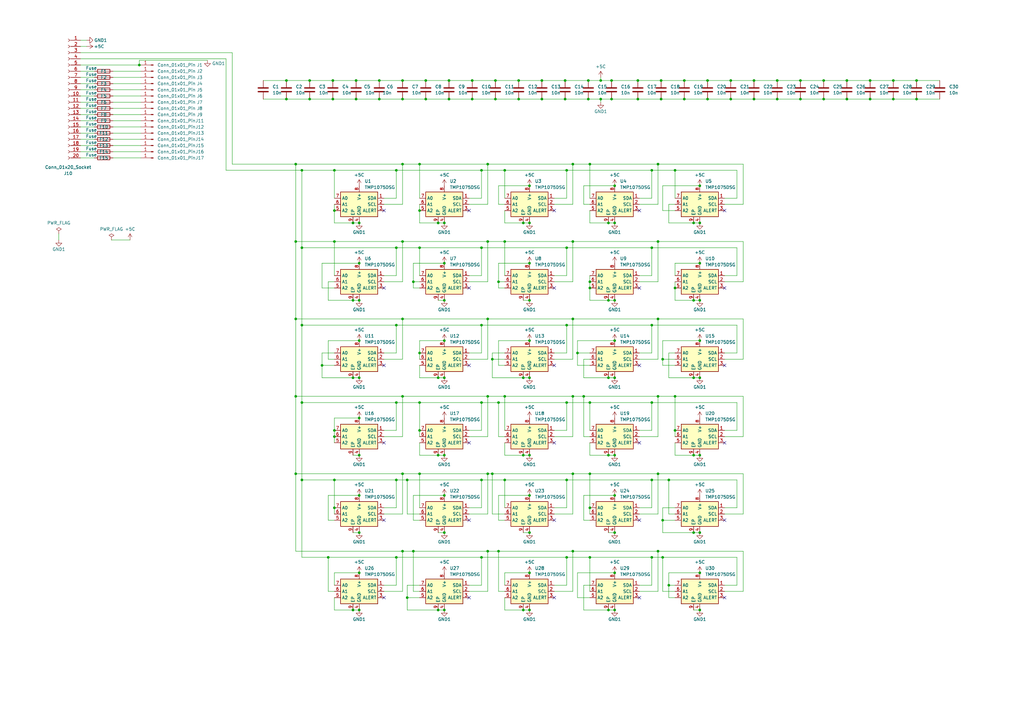
<source format=kicad_sch>
(kicad_sch (version 20230121) (generator eeschema)

  (uuid fc774b83-d4be-4009-8e5d-cb91cb5f6735)

  (paper "A3")

  

  (junction (at 269.875 130.81) (diameter 0) (color 0 0 0 0)
    (uuid 0077891c-8ec4-4c09-87ed-436fabaefd69)
  )
  (junction (at 271.78 213.36) (diameter 0) (color 0 0 0 0)
    (uuid 01ecf4e2-d62d-4b86-95e7-74d115895441)
  )
  (junction (at 162.56 196.85) (diameter 0) (color 0 0 0 0)
    (uuid 023fd0f2-a7ea-49d1-85b3-fbb065189e59)
  )
  (junction (at 147.32 91.44) (diameter 0) (color 0 0 0 0)
    (uuid 02cb1d9d-6ab5-49dc-a5c4-55272c6c5ae4)
  )
  (junction (at 172.085 194.31) (diameter 0) (color 0 0 0 0)
    (uuid 038bf0a8-fbe7-417e-8fb8-17f260fe607b)
  )
  (junction (at 232.41 196.85) (diameter 0) (color 0 0 0 0)
    (uuid 055b05b5-6c38-455b-91e2-1ae7b41dc1f5)
  )
  (junction (at 182.245 123.19) (diameter 0) (color 0 0 0 0)
    (uuid 05842f85-6a76-448b-9a2f-0a5045dee544)
  )
  (junction (at 174.625 33.02) (diameter 0) (color 0 0 0 0)
    (uuid 08738a55-c76c-4626-ae93-bcca0fa29c63)
  )
  (junction (at 165.1 226.06) (diameter 0) (color 0 0 0 0)
    (uuid 09d35c53-9532-4a08-8010-f1777a1c0487)
  )
  (junction (at 276.86 162.56) (diameter 0) (color 0 0 0 0)
    (uuid 0a57369a-c2f0-4e4d-8e50-51baf78df932)
  )
  (junction (at 239.395 162.56) (diameter 0) (color 0 0 0 0)
    (uuid 0b33ef18-6443-41fa-a65a-2e599ce4b24b)
  )
  (junction (at 165.1 194.31) (diameter 0) (color 0 0 0 0)
    (uuid 0bc3f9bb-5400-4785-b5c9-30cb416b6791)
  )
  (junction (at 57.15 26.67) (diameter 0) (color 0 0 0 0)
    (uuid 0cb5756f-ae24-429d-a0a4-a6cea8702b4e)
  )
  (junction (at 165.1 99.06) (diameter 0) (color 0 0 0 0)
    (uuid 0ec36e37-8f5e-464d-8b0b-16385a29206c)
  )
  (junction (at 236.855 144.78) (diameter 0) (color 0 0 0 0)
    (uuid 0f2d0d3e-c39b-4cff-83fa-1742d38db370)
  )
  (junction (at 217.17 250.19) (diameter 0) (color 0 0 0 0)
    (uuid 104e7ff9-7cd6-4504-9335-becd6c6756ff)
  )
  (junction (at 287.02 76.2) (diameter 0) (color 0 0 0 0)
    (uuid 117da3dd-925d-471b-b89c-890f3e539510)
  )
  (junction (at 269.875 194.31) (diameter 0) (color 0 0 0 0)
    (uuid 1216faca-3e6b-41db-a1f3-dee530769f70)
  )
  (junction (at 155.575 33.02) (diameter 0) (color 0 0 0 0)
    (uuid 12ab17d6-9550-4162-8b17-985d715082c2)
  )
  (junction (at 147.32 171.45) (diameter 0) (color 0 0 0 0)
    (uuid 12ef0d00-0b34-4a7c-b390-1de2409ecc2e)
  )
  (junction (at 366.395 33.02) (diameter 0) (color 0 0 0 0)
    (uuid 14ba4e3a-4599-4ffb-baa3-8b8e07115999)
  )
  (junction (at 271.78 147.32) (diameter 0) (color 0 0 0 0)
    (uuid 16969fe6-7e5e-44d2-a3bd-99643e8a5397)
  )
  (junction (at 280.67 33.02) (diameter 0) (color 0 0 0 0)
    (uuid 18b96881-26aa-4317-9b93-a06980aae3fc)
  )
  (junction (at 137.16 86.36) (diameter 0) (color 0 0 0 0)
    (uuid 19698e91-bf96-4550-9f49-9efd010ef963)
  )
  (junction (at 250.825 40.64) (diameter 0) (color 0 0 0 0)
    (uuid 1ac74992-491d-4fc2-9a7f-ccfc115f1293)
  )
  (junction (at 203.2 40.64) (diameter 0) (color 0 0 0 0)
    (uuid 1bc28d50-cef9-4653-867b-fe0cc7261142)
  )
  (junction (at 172.085 67.31) (diameter 0) (color 0 0 0 0)
    (uuid 1d6ab61e-3e1b-4e15-84b4-c8e0f013acb6)
  )
  (junction (at 299.72 40.64) (diameter 0) (color 0 0 0 0)
    (uuid 1d88b778-84a7-43cf-9706-132a4cd18f43)
  )
  (junction (at 146.05 33.02) (diameter 0) (color 0 0 0 0)
    (uuid 1e8d64b2-6aff-4813-a5bc-d93b7fa38b89)
  )
  (junction (at 121.285 162.56) (diameter 0) (color 0 0 0 0)
    (uuid 1f8ca1fb-2eed-47be-b46d-ab856c235724)
  )
  (junction (at 241.935 67.31) (diameter 0) (color 0 0 0 0)
    (uuid 23f1a63e-2b05-4a9c-bcdf-821610e7654c)
  )
  (junction (at 147.32 218.44) (diameter 0) (color 0 0 0 0)
    (uuid 24cd029a-aaeb-42ee-a8ec-2c3067958978)
  )
  (junction (at 147.32 154.94) (diameter 0) (color 0 0 0 0)
    (uuid 27126d55-4793-4d57-954e-ffe1ddf48bca)
  )
  (junction (at 182.245 107.95) (diameter 0) (color 0 0 0 0)
    (uuid 27692d83-2c6f-473f-93ee-ac2ca72f52f8)
  )
  (junction (at 287.02 154.94) (diameter 0) (color 0 0 0 0)
    (uuid 2830ea3b-de11-4c2b-b3b9-ce1af45756a4)
  )
  (junction (at 179.705 250.19) (diameter 0) (color 0 0 0 0)
    (uuid 285d6e63-8f23-4500-ae3a-a57e0eabf2b8)
  )
  (junction (at 241.935 208.28) (diameter 0) (color 0 0 0 0)
    (uuid 29aad368-ab5a-40a8-a987-f70d23b95fd3)
  )
  (junction (at 165.1 40.64) (diameter 0) (color 0 0 0 0)
    (uuid 2bf2bc0b-5ab7-4b2f-82d8-688cd0013573)
  )
  (junction (at 290.195 40.64) (diameter 0) (color 0 0 0 0)
    (uuid 2c985a25-2edb-4c06-8941-7851178a5255)
  )
  (junction (at 267.335 69.85) (diameter 0) (color 0 0 0 0)
    (uuid 2d936bb5-2c3e-4fed-86d0-3ca7e770b99d)
  )
  (junction (at 252.095 234.95) (diameter 0) (color 0 0 0 0)
    (uuid 2dd28aa4-59ea-4cc9-ae31-ff7ed4c8b0c2)
  )
  (junction (at 284.48 218.44) (diameter 0) (color 0 0 0 0)
    (uuid 2e352a96-27cd-4562-953b-1888c27dcd93)
  )
  (junction (at 204.47 226.06) (diameter 0) (color 0 0 0 0)
    (uuid 2fd2ada3-583c-4569-a41a-b46daf166030)
  )
  (junction (at 287.02 107.95) (diameter 0) (color 0 0 0 0)
    (uuid 317fb959-d076-4341-8ba6-7535186081a6)
  )
  (junction (at 234.95 130.81) (diameter 0) (color 0 0 0 0)
    (uuid 3281b7fa-f558-405a-b334-bc777e0bb3e8)
  )
  (junction (at 287.02 218.44) (diameter 0) (color 0 0 0 0)
    (uuid 3328d863-dc10-4f05-a77b-7e86b1048828)
  )
  (junction (at 127 40.64) (diameter 0) (color 0 0 0 0)
    (uuid 34c69aee-9e30-4f18-9042-fad2cfd17656)
  )
  (junction (at 184.15 40.64) (diameter 0) (color 0 0 0 0)
    (uuid 35a67fa4-528e-4c3f-96ed-3c99f2de5537)
  )
  (junction (at 212.725 33.02) (diameter 0) (color 0 0 0 0)
    (uuid 3691b586-475e-4df2-898f-64db4d2bfcae)
  )
  (junction (at 280.67 40.64) (diameter 0) (color 0 0 0 0)
    (uuid 37cf7071-e811-4236-951b-339580752761)
  )
  (junction (at 276.86 176.53) (diameter 0) (color 0 0 0 0)
    (uuid 38596c15-4582-41fd-b898-ebda0005e671)
  )
  (junction (at 299.72 33.02) (diameter 0) (color 0 0 0 0)
    (uuid 387e0b1d-2590-4449-b3a0-3c94b76e82e4)
  )
  (junction (at 207.01 99.06) (diameter 0) (color 0 0 0 0)
    (uuid 3a9ceee6-9ad1-4e61-8f80-24734b848c0d)
  )
  (junction (at 366.395 40.64) (diameter 0) (color 0 0 0 0)
    (uuid 3e6f9c10-3113-474a-b928-03b979738f7f)
  )
  (junction (at 197.485 196.85) (diameter 0) (color 0 0 0 0)
    (uuid 3e71229e-fe2b-423d-9030-4745a55e25a6)
  )
  (junction (at 232.41 101.6) (diameter 0) (color 0 0 0 0)
    (uuid 3fa321c5-b835-40b1-aa81-262f490c0173)
  )
  (junction (at 193.675 40.64) (diameter 0) (color 0 0 0 0)
    (uuid 400281e5-d2a3-46cb-aaab-08afb14c1391)
  )
  (junction (at 252.095 154.94) (diameter 0) (color 0 0 0 0)
    (uuid 41e6c929-0e2e-46c0-a642-bb226afcd124)
  )
  (junction (at 252.095 218.44) (diameter 0) (color 0 0 0 0)
    (uuid 42dd4fc9-0969-4360-bac1-96f8f4876ae7)
  )
  (junction (at 137.16 208.28) (diameter 0) (color 0 0 0 0)
    (uuid 42f066bc-fbc9-4729-b0ef-82e42c19b3a5)
  )
  (junction (at 287.02 234.95) (diameter 0) (color 0 0 0 0)
    (uuid 430d4d1e-86f8-47ca-917a-3e2fa5819264)
  )
  (junction (at 287.02 123.19) (diameter 0) (color 0 0 0 0)
    (uuid 43b4cb7b-df61-4c7e-bb10-ec2d6215211b)
  )
  (junction (at 246.38 40.64) (diameter 0) (color 0 0 0 0)
    (uuid 46e32ef1-b9ad-47b3-8856-a4c1f5796dea)
  )
  (junction (at 231.775 33.02) (diameter 0) (color 0 0 0 0)
    (uuid 483dc273-7f55-40f8-ac3c-feefdbafd892)
  )
  (junction (at 167.005 245.11) (diameter 0) (color 0 0 0 0)
    (uuid 48404a09-4929-4e30-8809-868e08babd20)
  )
  (junction (at 241.3 40.64) (diameter 0) (color 0 0 0 0)
    (uuid 491a42ef-1a1b-4c79-9c41-86e65c2084d6)
  )
  (junction (at 212.725 40.64) (diameter 0) (color 0 0 0 0)
    (uuid 4a60b289-ecad-4e02-b22a-df51e5a0f75c)
  )
  (junction (at 165.1 67.31) (diameter 0) (color 0 0 0 0)
    (uuid 4a6d4e58-79b7-46df-94fc-4c9dc393ae2b)
  )
  (junction (at 203.2 33.02) (diameter 0) (color 0 0 0 0)
    (uuid 52620857-c755-4c17-a338-0464bee18e49)
  )
  (junction (at 165.1 33.02) (diameter 0) (color 0 0 0 0)
    (uuid 52c498ed-773d-430f-ba2b-c48b12d48538)
  )
  (junction (at 172.085 101.6) (diameter 0) (color 0 0 0 0)
    (uuid 52fb0955-a4db-4bef-aca4-56f6c5f1cdb6)
  )
  (junction (at 271.145 33.02) (diameter 0) (color 0 0 0 0)
    (uuid 5311d7b0-ccf3-4ac2-b48e-bd2390fe80d9)
  )
  (junction (at 337.82 33.02) (diameter 0) (color 0 0 0 0)
    (uuid 53829449-2a62-4b87-b177-d2c532f10da6)
  )
  (junction (at 287.02 139.7) (diameter 0) (color 0 0 0 0)
    (uuid 53d8b674-b7c7-489c-a377-6cfbcd2d0163)
  )
  (junction (at 169.545 115.57) (diameter 0) (color 0 0 0 0)
    (uuid 53fe3eb0-93f6-4064-b7b1-510ec377a874)
  )
  (junction (at 162.56 133.35) (diameter 0) (color 0 0 0 0)
    (uuid 5587bec0-e621-42fb-8b63-65b5b4ea6e6b)
  )
  (junction (at 328.295 33.02) (diameter 0) (color 0 0 0 0)
    (uuid 56968af8-0a90-4071-86dd-58b2230ebef2)
  )
  (junction (at 200.025 67.31) (diameter 0) (color 0 0 0 0)
    (uuid 56cb9efa-9815-44d8-bca1-69e409a53be2)
  )
  (junction (at 147.32 139.7) (diameter 0) (color 0 0 0 0)
    (uuid 59950613-9236-430c-a94f-2a5d4a0e71fa)
  )
  (junction (at 137.16 69.85) (diameter 0) (color 0 0 0 0)
    (uuid 5a09231d-e555-4f9b-9340-d359537dbe6c)
  )
  (junction (at 232.41 165.1) (diameter 0) (color 0 0 0 0)
    (uuid 5a8d6dc6-99b8-4d4d-9a55-8a91c32ef270)
  )
  (junction (at 217.17 218.44) (diameter 0) (color 0 0 0 0)
    (uuid 5aaca1d3-7f9d-4c9d-8c9d-e5dcbabb7e18)
  )
  (junction (at 232.41 133.35) (diameter 0) (color 0 0 0 0)
    (uuid 5b655e3c-a611-4e1c-8e75-6783cc06dce4)
  )
  (junction (at 241.3 33.02) (diameter 0) (color 0 0 0 0)
    (uuid 5b7d87fa-53b9-428d-9d33-cd8ddb736bb9)
  )
  (junction (at 241.935 118.11) (diameter 0) (color 0 0 0 0)
    (uuid 5b80f24c-1faa-4f52-bdc0-a42a3766cecd)
  )
  (junction (at 249.555 154.94) (diameter 0) (color 0 0 0 0)
    (uuid 5d7e600f-d002-4b74-9056-65ceeb9bff70)
  )
  (junction (at 214.63 154.94) (diameter 0) (color 0 0 0 0)
    (uuid 5e99485a-3f97-421e-b094-be5015151602)
  )
  (junction (at 123.825 69.85) (diameter 0) (color 0 0 0 0)
    (uuid 5fb423f7-4a6d-4487-a166-5a7bead607f6)
  )
  (junction (at 318.77 33.02) (diameter 0) (color 0 0 0 0)
    (uuid 60433852-6042-422b-afbb-dd5ad007bf3d)
  )
  (junction (at 217.17 91.44) (diameter 0) (color 0 0 0 0)
    (uuid 619cdd6d-610d-4336-b130-eced0729f143)
  )
  (junction (at 267.335 101.6) (diameter 0) (color 0 0 0 0)
    (uuid 63356902-6927-494a-8266-b1a3eacc7b6f)
  )
  (junction (at 234.95 67.31) (diameter 0) (color 0 0 0 0)
    (uuid 63d3c990-1581-4cf9-9f51-131a7e9431d9)
  )
  (junction (at 234.95 162.56) (diameter 0) (color 0 0 0 0)
    (uuid 673a63ef-48b8-4fcd-b25d-5befa3e19799)
  )
  (junction (at 197.485 133.35) (diameter 0) (color 0 0 0 0)
    (uuid 681aad27-dab0-4a23-bcbb-a9059ef3737a)
  )
  (junction (at 375.92 33.02) (diameter 0) (color 0 0 0 0)
    (uuid 69016f91-8cb1-48c9-aaa6-8f06ba26f821)
  )
  (junction (at 144.78 91.44) (diameter 0) (color 0 0 0 0)
    (uuid 6952c143-cf27-4836-92c5-9a43aa978e08)
  )
  (junction (at 276.86 69.85) (diameter 0) (color 0 0 0 0)
    (uuid 699a3b60-f795-467d-8e9d-0965ac761b03)
  )
  (junction (at 234.95 99.06) (diameter 0) (color 0 0 0 0)
    (uuid 69aad6b5-eb96-4c2d-82d0-fc048d2b04b0)
  )
  (junction (at 271.145 40.64) (diameter 0) (color 0 0 0 0)
    (uuid 6c497aa0-2fd2-478e-94f4-dd8799cde9ca)
  )
  (junction (at 169.545 226.06) (diameter 0) (color 0 0 0 0)
    (uuid 6d0a9991-7c92-4b7a-be71-b006f86c576e)
  )
  (junction (at 207.01 162.56) (diameter 0) (color 0 0 0 0)
    (uuid 72326a75-f955-403f-a647-159e2749b22b)
  )
  (junction (at 137.16 179.07) (diameter 0) (color 0 0 0 0)
    (uuid 728dad14-b5f3-4254-8b6d-1cfbf17ae63c)
  )
  (junction (at 204.47 115.57) (diameter 0) (color 0 0 0 0)
    (uuid 76749e94-ef14-4250-a522-765ae8f3b83e)
  )
  (junction (at 193.675 33.02) (diameter 0) (color 0 0 0 0)
    (uuid 7758cde1-5f4d-47d6-bae0-62cd23f805b0)
  )
  (junction (at 162.56 69.85) (diameter 0) (color 0 0 0 0)
    (uuid 78947814-be10-4240-8420-1a8e37c3df77)
  )
  (junction (at 162.56 101.6) (diameter 0) (color 0 0 0 0)
    (uuid 7995682e-9108-4fbc-9170-782c33ecd4cb)
  )
  (junction (at 261.62 40.64) (diameter 0) (color 0 0 0 0)
    (uuid 7a09cd7c-8acc-4a84-b610-a789afdc7d0e)
  )
  (junction (at 267.335 133.35) (diameter 0) (color 0 0 0 0)
    (uuid 7a441b81-5ddb-4420-9426-10466a270bd3)
  )
  (junction (at 144.78 154.94) (diameter 0) (color 0 0 0 0)
    (uuid 7a93de52-d05a-40f4-af83-5d1f5312b692)
  )
  (junction (at 217.17 186.69) (diameter 0) (color 0 0 0 0)
    (uuid 7ac17eb4-1509-4df7-a8ce-af428dd84fa6)
  )
  (junction (at 182.245 218.44) (diameter 0) (color 0 0 0 0)
    (uuid 7ac8cce0-5363-463a-822f-02ca9c3bb8c3)
  )
  (junction (at 252.095 123.19) (diameter 0) (color 0 0 0 0)
    (uuid 7c0fd8f9-7fd5-4055-bdf0-3a189d772733)
  )
  (junction (at 182.245 91.44) (diameter 0) (color 0 0 0 0)
    (uuid 7c533880-2248-49d2-8b8d-b36cdf7ccac6)
  )
  (junction (at 252.095 76.2) (diameter 0) (color 0 0 0 0)
    (uuid 7c68c831-6f01-49ee-97c2-c11c0146b8cd)
  )
  (junction (at 337.82 40.64) (diameter 0) (color 0 0 0 0)
    (uuid 7d34ac72-3206-4975-a4e7-3a3772ecf162)
  )
  (junction (at 182.245 250.19) (diameter 0) (color 0 0 0 0)
    (uuid 7dd4e0f2-c583-4d65-a818-b66a89c71511)
  )
  (junction (at 261.62 33.02) (diameter 0) (color 0 0 0 0)
    (uuid 801f8137-a983-4fc8-a9d7-76fde1d01816)
  )
  (junction (at 217.17 107.95) (diameter 0) (color 0 0 0 0)
    (uuid 808e7c89-d280-4233-856c-2487e16c5e93)
  )
  (junction (at 147.32 250.19) (diameter 0) (color 0 0 0 0)
    (uuid 8219606d-6317-47a5-babf-0c344cad5bdd)
  )
  (junction (at 144.78 250.19) (diameter 0) (color 0 0 0 0)
    (uuid 825f3bdb-3cd4-475e-89d8-a4928ab3c54c)
  )
  (junction (at 200.025 162.56) (diameter 0) (color 0 0 0 0)
    (uuid 84481a9b-45a0-427a-8984-4f35f8d521eb)
  )
  (junction (at 232.41 69.85) (diameter 0) (color 0 0 0 0)
    (uuid 85571cbe-39a4-444d-a016-d211ad03ffce)
  )
  (junction (at 179.705 186.69) (diameter 0) (color 0 0 0 0)
    (uuid 85d1e27b-f09b-42a4-8432-599400c9efcb)
  )
  (junction (at 267.335 228.6) (diameter 0) (color 0 0 0 0)
    (uuid 862993d6-0142-4afd-bc8c-b13bf96bd1ee)
  )
  (junction (at 147.32 123.19) (diameter 0) (color 0 0 0 0)
    (uuid 871a4a43-601a-4d07-a1a3-26fdca28a2e5)
  )
  (junction (at 165.1 162.56) (diameter 0) (color 0 0 0 0)
    (uuid 8742d378-61bd-4d49-854f-a159dc347272)
  )
  (junction (at 146.05 40.64) (diameter 0) (color 0 0 0 0)
    (uuid 884259b7-1220-4501-8a55-c36b23e5a2a7)
  )
  (junction (at 147.32 203.2) (diameter 0) (color 0 0 0 0)
    (uuid 897eccdc-3283-40fc-92ed-70f8c0c3ac2e)
  )
  (junction (at 201.93 147.32) (diameter 0) (color 0 0 0 0)
    (uuid 89abcb65-0ad9-4692-bc53-026de5e5d72d)
  )
  (junction (at 217.17 154.94) (diameter 0) (color 0 0 0 0)
    (uuid 8a26b149-c2e0-4ab3-a36f-e5fdfcd26d24)
  )
  (junction (at 234.95 194.31) (diameter 0) (color 0 0 0 0)
    (uuid 8abba361-546e-46d1-9b51-73a8c5c5b954)
  )
  (junction (at 214.63 250.19) (diameter 0) (color 0 0 0 0)
    (uuid 8b78fd04-bb2c-4394-a6dd-490196bc494e)
  )
  (junction (at 207.01 196.85) (diameter 0) (color 0 0 0 0)
    (uuid 8d14336c-77f0-47dc-8f71-aad9a6049506)
  )
  (junction (at 184.15 33.02) (diameter 0) (color 0 0 0 0)
    (uuid 8d5f6827-b076-443c-aac3-ab59e846217f)
  )
  (junction (at 231.775 40.64) (diameter 0) (color 0 0 0 0)
    (uuid 8e2539af-a35b-42f1-801a-878d73e78dfd)
  )
  (junction (at 241.935 115.57) (diameter 0) (color 0 0 0 0)
    (uuid 8eeec192-f548-4f6b-981b-842793cb3d9c)
  )
  (junction (at 214.63 91.44) (diameter 0) (color 0 0 0 0)
    (uuid 91082637-f1d6-4b9d-8bc5-20a2327c7f46)
  )
  (junction (at 200.025 99.06) (diameter 0) (color 0 0 0 0)
    (uuid 92b6ed60-9b4f-4e6f-9291-85bb529f7ba7)
  )
  (junction (at 309.245 40.64) (diameter 0) (color 0 0 0 0)
    (uuid 94b368ab-f765-441f-b823-a726bb0bb57c)
  )
  (junction (at 246.38 33.02) (diameter 0) (color 0 0 0 0)
    (uuid 95647cb8-923d-4d37-9a00-54eacd74790e)
  )
  (junction (at 172.085 144.78) (diameter 0) (color 0 0 0 0)
    (uuid 95d9a281-6eac-44ae-897e-0d6b6b560f67)
  )
  (junction (at 287.02 250.19) (diameter 0) (color 0 0 0 0)
    (uuid 9602e49a-aac2-40c3-a036-58e7e0cc1a56)
  )
  (junction (at 217.17 234.95) (diameter 0) (color 0 0 0 0)
    (uuid 96d36983-b1fb-4cf0-a8f4-3072fba8f6f8)
  )
  (junction (at 287.02 91.44) (diameter 0) (color 0 0 0 0)
    (uuid 97615dad-cd31-43c6-b35f-4f79d3f9d406)
  )
  (junction (at 197.485 101.6) (diameter 0) (color 0 0 0 0)
    (uuid 978ab1fb-88e0-471d-bcb6-dadfd07132b9)
  )
  (junction (at 147.32 107.95) (diameter 0) (color 0 0 0 0)
    (uuid 97e3369c-d4af-4903-aac6-ff9cf8650a18)
  )
  (junction (at 123.825 165.1) (diameter 0) (color 0 0 0 0)
    (uuid 9819c6c1-cfa4-48f1-a56f-b3fdf3f69e01)
  )
  (junction (at 172.085 165.1) (diameter 0) (color 0 0 0 0)
    (uuid 99c1c8e9-fb20-48a6-b2ee-d64d06e7a859)
  )
  (junction (at 271.78 228.6) (diameter 0) (color 0 0 0 0)
    (uuid 9affa562-e866-475c-8d3c-ce81f0fadbd7)
  )
  (junction (at 347.345 40.64) (diameter 0) (color 0 0 0 0)
    (uuid 9bb661e6-f7d2-4c51-aa5a-4b933b4bc810)
  )
  (junction (at 267.335 196.85) (diameter 0) (color 0 0 0 0)
    (uuid 9ca1983d-ab87-4222-a83f-bca8a4a6dc85)
  )
  (junction (at 136.525 40.64) (diameter 0) (color 0 0 0 0)
    (uuid 9cecb78d-2a4a-4c70-8725-cdfa0dfbd7f7)
  )
  (junction (at 217.17 76.2) (diameter 0) (color 0 0 0 0)
    (uuid 9df95c84-0c87-4372-aabc-b2ab83f44dbe)
  )
  (junction (at 252.095 203.2) (diameter 0) (color 0 0 0 0)
    (uuid a16824bb-5fb8-478c-9020-475a296d559a)
  )
  (junction (at 267.335 165.1) (diameter 0) (color 0 0 0 0)
    (uuid a407734b-f099-481f-8ed6-e90b9b3d0d76)
  )
  (junction (at 217.17 203.2) (diameter 0) (color 0 0 0 0)
    (uuid a4f364ba-b323-4b9e-8023-aa03fdcd7ecc)
  )
  (junction (at 182.245 139.7) (diameter 0) (color 0 0 0 0)
    (uuid a68ca6ff-6155-489a-ac6b-56b57ad7e051)
  )
  (junction (at 252.095 186.69) (diameter 0) (color 0 0 0 0)
    (uuid a691c352-b678-4d64-b7f3-8848c31b2bfe)
  )
  (junction (at 132.08 149.86) (diameter 0) (color 0 0 0 0)
    (uuid a6da5dfb-626c-4ce5-ba6e-45a199473413)
  )
  (junction (at 165.1 130.81) (diameter 0) (color 0 0 0 0)
    (uuid a7a61e58-f33f-4613-adf3-9f4559558a06)
  )
  (junction (at 174.625 40.64) (diameter 0) (color 0 0 0 0)
    (uuid a96d7729-6962-463b-a658-e97cd5ff2c2f)
  )
  (junction (at 136.525 33.02) (diameter 0) (color 0 0 0 0)
    (uuid a9c4151b-bd72-4418-9798-5006810f065e)
  )
  (junction (at 172.085 86.36) (diameter 0) (color 0 0 0 0)
    (uuid abb16be8-bcd7-456c-a757-378d80de56b6)
  )
  (junction (at 222.25 33.02) (diameter 0) (color 0 0 0 0)
    (uuid abf94e8e-ef90-43d7-a63c-da6c1c00ba0e)
  )
  (junction (at 276.86 118.11) (diameter 0) (color 0 0 0 0)
    (uuid ac2990c6-1667-4fdf-8574-2865dcdab69a)
  )
  (junction (at 252.095 250.19) (diameter 0) (color 0 0 0 0)
    (uuid ad2cf1b1-cc7c-4371-8698-d2948292fa10)
  )
  (junction (at 250.825 33.02) (diameter 0) (color 0 0 0 0)
    (uuid adcc4f96-684a-4ffc-acaa-f11ce016437e)
  )
  (junction (at 287.02 186.69) (diameter 0) (color 0 0 0 0)
    (uuid ade8d13e-e673-438b-915b-b7a11276aacb)
  )
  (junction (at 121.285 130.81) (diameter 0) (color 0 0 0 0)
    (uuid ae8e2775-8f81-4894-9a07-e6f85257098b)
  )
  (junction (at 200.025 194.31) (diameter 0) (color 0 0 0 0)
    (uuid aee70635-52cb-43bf-9d93-992e56d77c3e)
  )
  (junction (at 249.555 123.19) (diameter 0) (color 0 0 0 0)
    (uuid b12b98f1-30cc-44a9-8244-d7e738ee32b6)
  )
  (junction (at 137.16 99.06) (diameter 0) (color 0 0 0 0)
    (uuid b1cbb3c4-726b-4959-b0d6-cc676fcfe81d)
  )
  (junction (at 284.48 91.44) (diameter 0) (color 0 0 0 0)
    (uuid b2736b93-3b59-4609-ab5d-73bb69752849)
  )
  (junction (at 182.245 186.69) (diameter 0) (color 0 0 0 0)
    (uuid b2af9f9d-2e11-47e8-bfd8-fdba7192f745)
  )
  (junction (at 134.62 228.6) (diameter 0) (color 0 0 0 0)
    (uuid b2bd395c-b1b4-48db-9227-f3b89c74ad78)
  )
  (junction (at 147.32 186.69) (diameter 0) (color 0 0 0 0)
    (uuid b345d364-980d-48fb-b4b2-4dd0642301df)
  )
  (junction (at 252.095 91.44) (diameter 0) (color 0 0 0 0)
    (uuid b35d38d7-292d-474d-8771-6235722b38ba)
  )
  (junction (at 200.025 226.06) (diameter 0) (color 0 0 0 0)
    (uuid b3c679d6-2584-4d36-a708-1021f0e685a6)
  )
  (junction (at 147.32 234.95) (diameter 0) (color 0 0 0 0)
    (uuid b61e67c1-be53-4810-8d62-c3acf4532d9d)
  )
  (junction (at 200.025 130.81) (diameter 0) (color 0 0 0 0)
    (uuid b7eec574-6874-42ff-add4-65e605db7c4e)
  )
  (junction (at 328.295 40.64) (diameter 0) (color 0 0 0 0)
    (uuid b80d099c-e538-4a69-8dad-fa8ce3163d07)
  )
  (junction (at 207.01 69.85) (diameter 0) (color 0 0 0 0)
    (uuid b881669d-4a2e-495d-a78e-f27f9a98d6ca)
  )
  (junction (at 284.48 186.69) (diameter 0) (color 0 0 0 0)
    (uuid b934338d-d105-410d-8646-0cf8d8d83d3e)
  )
  (junction (at 137.16 196.85) (diameter 0) (color 0 0 0 0)
    (uuid b97b24a8-ef8b-4322-9a85-0eca764f4a0b)
  )
  (junction (at 232.41 228.6) (diameter 0) (color 0 0 0 0)
    (uuid b9aac3ee-6353-417b-a4c2-097f6ce5e94a)
  )
  (junction (at 167.005 196.85) (diameter 0) (color 0 0 0 0)
    (uuid bb136464-87f0-49bc-9ef8-709a795c0d9e)
  )
  (junction (at 217.17 123.19) (diameter 0) (color 0 0 0 0)
    (uuid bb358dbd-8e45-43e5-bebc-b3db4a85932a)
  )
  (junction (at 249.555 250.19) (diameter 0) (color 0 0 0 0)
    (uuid bc21c94d-e5db-4518-9b91-671b88051c56)
  )
  (junction (at 197.485 228.6) (diameter 0) (color 0 0 0 0)
    (uuid bc796634-4fe8-4e50-bcd2-ecc347b3f55a)
  )
  (junction (at 204.47 165.1) (diameter 0) (color 0 0 0 0)
    (uuid bd609e96-ee21-4f98-901c-0ba14dc1e94c)
  )
  (junction (at 290.195 33.02) (diameter 0) (color 0 0 0 0)
    (uuid bda0fa1a-d522-40e0-abff-e7fcf7c5855b)
  )
  (junction (at 241.935 194.31) (diameter 0) (color 0 0 0 0)
    (uuid c01a50de-58c9-4df3-b224-5f66f899258c)
  )
  (junction (at 347.345 33.02) (diameter 0) (color 0 0 0 0)
    (uuid c13cf59e-bdeb-4f6c-aa49-f0b12e9aa370)
  )
  (junction (at 123.825 101.6) (diameter 0) (color 0 0 0 0)
    (uuid c15c648a-923f-4b52-b896-5960b7de9d7b)
  )
  (junction (at 123.825 133.35) (diameter 0) (color 0 0 0 0)
    (uuid c16d209d-f559-4377-8058-1a5924f9ce93)
  )
  (junction (at 162.56 165.1) (diameter 0) (color 0 0 0 0)
    (uuid c228bc01-139a-49cf-9dcd-b6ca7c968b5c)
  )
  (junction (at 179.705 154.94) (diameter 0) (color 0 0 0 0)
    (uuid c3a43240-16b2-49d1-b7dd-58caa8c66a2e)
  )
  (junction (at 121.285 99.06) (diameter 0) (color 0 0 0 0)
    (uuid c3b3927e-5978-4481-af12-29f3faf627f3)
  )
  (junction (at 269.875 226.06) (diameter 0) (color 0 0 0 0)
    (uuid c6374813-bd95-4a86-9cb3-4efbd0975829)
  )
  (junction (at 356.87 40.64) (diameter 0) (color 0 0 0 0)
    (uuid c6a9497c-bb43-4cb4-8e89-a46476fb96a2)
  )
  (junction (at 318.77 40.64) (diameter 0) (color 0 0 0 0)
    (uuid c8604df8-7ca2-48cd-a07e-945a4b0a79f6)
  )
  (junction (at 269.875 99.06) (diameter 0) (color 0 0 0 0)
    (uuid c888e569-ba87-4bb7-bf0d-950a49ecc714)
  )
  (junction (at 284.48 123.19) (diameter 0) (color 0 0 0 0)
    (uuid ca0ccba1-61cd-4adf-8014-cc61a9d7adad)
  )
  (junction (at 249.555 186.69) (diameter 0) (color 0 0 0 0)
    (uuid ccda279b-2a7f-453c-b434-c7c79a30bf2c)
  )
  (junction (at 269.875 67.31) (diameter 0) (color 0 0 0 0)
    (uuid d0749a56-835d-4cdf-9555-e168ff578f12)
  )
  (junction (at 121.285 67.31) (diameter 0) (color 0 0 0 0)
    (uuid d0e643ce-2aaf-4076-acc0-44f945d6ce38)
  )
  (junction (at 274.32 196.85) (diameter 0) (color 0 0 0 0)
    (uuid d169c7ec-1b40-46cf-9b1a-acd740788a21)
  )
  (junction (at 123.825 196.85) (diameter 0) (color 0 0 0 0)
    (uuid d386bd34-a5e5-43a4-bf7e-ca4a9cfcf1bc)
  )
  (junction (at 375.92 40.64) (diameter 0) (color 0 0 0 0)
    (uuid d4036098-bed3-4793-ad65-b5d7fe70210e)
  )
  (junction (at 137.16 176.53) (diameter 0) (color 0 0 0 0)
    (uuid d4af34a0-08be-411e-ba20-f529e9c47952)
  )
  (junction (at 269.875 162.56) (diameter 0) (color 0 0 0 0)
    (uuid d83bf201-5357-4706-a192-d191bb6a64f3)
  )
  (junction (at 252.095 139.7) (diameter 0) (color 0 0 0 0)
    (uuid daf818fa-e0c1-4d42-8b6f-3b5f9d5c1375)
  )
  (junction (at 179.705 91.44) (diameter 0) (color 0 0 0 0)
    (uuid de35a3e7-050b-48bd-80b7-0972aab41dc7)
  )
  (junction (at 284.48 154.94) (diameter 0) (color 0 0 0 0)
    (uuid df55be8e-999b-4717-b863-3f6773cbddfd)
  )
  (junction (at 356.87 33.02) (diameter 0) (color 0 0 0 0)
    (uuid e1753933-1dd2-4a7e-b381-0293d81253d5)
  )
  (junction (at 121.285 194.31) (diameter 0) (color 0 0 0 0)
    (uuid e3da93df-45c3-4355-9c9a-11f61fa3a09a)
  )
  (junction (at 172.085 176.53) (diameter 0) (color 0 0 0 0)
    (uuid e402d08c-ad9c-46d1-ba08-580e5eb6a6b9)
  )
  (junction (at 201.93 194.31) (diameter 0) (color 0 0 0 0)
    (uuid e4d82f7a-0e5a-49e8-82d2-6dd360ab9a7c)
  )
  (junction (at 249.555 91.44) (diameter 0) (color 0 0 0 0)
    (uuid e66644cd-f682-4a16-9986-bf3e36cc8468)
  )
  (junction (at 197.485 69.85) (diameter 0) (color 0 0 0 0)
    (uuid e6cdb2e2-0a52-46e1-84ca-29c5c8de7882)
  )
  (junction (at 214.63 186.69) (diameter 0) (color 0 0 0 0)
    (uuid ebc6217c-4245-4f69-ba8c-85568858837e)
  )
  (junction (at 182.245 203.2) (diameter 0) (color 0 0 0 0)
    (uuid ecb99bb7-29e0-48cc-af88-7cd4423c5d87)
  )
  (junction (at 241.935 165.1) (diameter 0) (color 0 0 0 0)
    (uuid ef07ea74-7649-4a70-86c2-1ecc899afc90)
  )
  (junction (at 182.245 154.94) (diameter 0) (color 0 0 0 0)
    (uuid f02d524e-278e-4131-be5c-da8488512112)
  )
  (junction (at 117.475 40.64) (diameter 0) (color 0 0 0 0)
    (uuid f05c4666-31c8-476a-b6b7-7ca3784f322b)
  )
  (junction (at 144.78 123.19) (diameter 0) (color 0 0 0 0)
    (uuid f1a96aed-0643-4dbf-aa68-d7b55187d511)
  )
  (junction (at 222.25 40.64) (diameter 0) (color 0 0 0 0)
    (uuid f1f29da1-71ad-4d31-ac9d-e4baa0859347)
  )
  (junction (at 217.17 139.7) (diameter 0) (color 0 0 0 0)
    (uuid f216bbcb-0d53-42ff-a7b2-0e29935bccf7)
  )
  (junction (at 241.935 228.6) (diameter 0) (color 0 0 0 0)
    (uuid f27ed5c1-6d4f-4769-942d-6cb114acf9af)
  )
  (junction (at 117.475 33.02) (diameter 0) (color 0 0 0 0)
    (uuid f38fd118-7df9-49ed-96f8-8e66ab8c6c16)
  )
  (junction (at 197.485 165.1) (diameter 0) (color 0 0 0 0)
    (uuid f40ab27f-c8c1-46a5-8504-19315971d042)
  )
  (junction (at 274.32 240.03) (diameter 0) (color 0 0 0 0)
    (uuid f45e19b9-d146-414f-ad31-b7e927f05f03)
  )
  (junction (at 309.245 33.02) (diameter 0) (color 0 0 0 0)
    (uuid f4ecdee7-298d-4755-9c22-16d0d4ebfa4b)
  )
  (junction (at 162.56 228.6) (diameter 0) (color 0 0 0 0)
    (uuid f774e730-a4c9-411e-829a-8a83e2090d28)
  )
  (junction (at 127 33.02) (diameter 0) (color 0 0 0 0)
    (uuid f77586b4-77db-4774-bb04-3f051de7244d)
  )
  (junction (at 234.95 226.06) (diameter 0) (color 0 0 0 0)
    (uuid f8fe0ea8-22a7-4f81-a36c-660638710940)
  )
  (junction (at 155.575 40.64) (diameter 0) (color 0 0 0 0)
    (uuid f9e0b073-94d3-4f8d-9ed5-74aca24b9c2e)
  )

  (no_connect (at 227.33 86.36) (uuid 005ddd40-e342-4cd2-9a6f-a5c3ee357460))
  (no_connect (at 262.255 213.36) (uuid 034753d5-25e8-46ed-978a-bc00d7ee0f62))
  (no_connect (at 227.33 118.11) (uuid 04190a7f-df4b-4b4b-964d-c35edf9594b5))
  (no_connect (at 297.18 245.11) (uuid 06b08bbc-68b2-40bd-a18e-4bbeb89f81ff))
  (no_connect (at 262.255 86.36) (uuid 0981ceda-7063-42e8-bc72-06ef6c0d7d31))
  (no_connect (at 192.405 181.61) (uuid 0a23b54c-7df3-4b4c-8122-7082e66de53e))
  (no_connect (at 157.48 213.36) (uuid 157e90b4-855d-4b65-9748-46a73ffec571))
  (no_connect (at 157.48 181.61) (uuid 1a3b3013-1c12-4ec0-883a-45032806d093))
  (no_connect (at 192.405 245.11) (uuid 2f791b44-4c3b-406a-b9e1-195569da8427))
  (no_connect (at 262.255 181.61) (uuid 38fbcd17-b98b-4b00-9e27-8092f9e2eac5))
  (no_connect (at 192.405 149.86) (uuid 5b927055-d458-4d8b-8260-77c744b4f789))
  (no_connect (at 262.255 149.86) (uuid 6622708c-5766-4a05-8df6-3db3e8bbc5be))
  (no_connect (at 262.255 118.11) (uuid 6b30f1a9-80cd-45a9-aff9-cc8571829bc4))
  (no_connect (at 192.405 86.36) (uuid 76238189-86d1-41c7-8a57-23cd960d4325))
  (no_connect (at 297.18 86.36) (uuid 764360da-6fb0-49a0-a867-c28405ca28b5))
  (no_connect (at 192.405 118.11) (uuid 7951f887-4734-4f9d-9408-8a0dd5f3a690))
  (no_connect (at 157.48 245.11) (uuid 863b88c3-cb47-4aba-b321-083ab033d321))
  (no_connect (at 297.18 181.61) (uuid 8acf6d95-a635-47d0-b694-e49ab334c004))
  (no_connect (at 262.255 245.11) (uuid 9031071e-77f5-4ac5-8925-a5a5ffee5323))
  (no_connect (at 227.33 213.36) (uuid 9770f7f6-f0f8-4b5d-914b-0f072c7a6676))
  (no_connect (at 192.405 213.36) (uuid 9e55d87b-576b-49f1-b9ef-6a1027aa48e6))
  (no_connect (at 227.33 149.86) (uuid a0e81d1b-7f7e-4441-b1d6-99224fa8a814))
  (no_connect (at 297.18 213.36) (uuid a3d27f1f-ca20-47d4-9544-4a00ac39e25c))
  (no_connect (at 297.18 149.86) (uuid a5bf0c8b-c24f-4d3c-ac9a-0c9aa733224e))
  (no_connect (at 227.33 181.61) (uuid ce489c26-39fa-4a9b-91ac-84570d09c723))
  (no_connect (at 297.18 118.11) (uuid d35cb21b-b8e3-454a-bbcb-ffb90e744db5))
  (no_connect (at 157.48 118.11) (uuid e0870be7-ffcd-495c-b113-8549fd07ac55))
  (no_connect (at 227.33 245.11) (uuid e64feec9-c575-42a6-8737-9439694853c4))
  (no_connect (at 157.48 86.36) (uuid e6f22bad-2487-4237-ba27-2be7b28b4e2f))
  (no_connect (at 157.48 149.86) (uuid feba1235-6dc2-4d44-8a37-eed6580f9840))

  (wire (pts (xy 234.95 226.06) (xy 269.875 226.06))
    (stroke (width 0) (type default))
    (uuid 01a0e447-d1e3-44c0-90f7-26bc4921c050)
  )
  (wire (pts (xy 167.005 250.19) (xy 179.705 250.19))
    (stroke (width 0) (type default))
    (uuid 020bb7e1-7167-44b7-9432-de8e32d78062)
  )
  (wire (pts (xy 250.825 33.02) (xy 261.62 33.02))
    (stroke (width 0) (type default))
    (uuid 0225f12f-ab52-4686-9c66-b907ec37c091)
  )
  (wire (pts (xy 172.085 181.61) (xy 172.085 186.69))
    (stroke (width 0) (type default))
    (uuid 0274c850-cbf0-4432-8f5f-9aca462af532)
  )
  (wire (pts (xy 222.25 40.64) (xy 231.775 40.64))
    (stroke (width 0) (type default))
    (uuid 0328eeda-5071-4ed9-acd9-50b50708a134)
  )
  (wire (pts (xy 207.01 240.03) (xy 207.01 234.95))
    (stroke (width 0) (type default))
    (uuid 032c8734-ce36-4418-9873-a434a942b142)
  )
  (wire (pts (xy 269.875 210.82) (xy 269.875 194.31))
    (stroke (width 0) (type default))
    (uuid 036c260b-09fd-4412-ba40-4a09dc6bd7b9)
  )
  (wire (pts (xy 271.78 76.2) (xy 287.02 76.2))
    (stroke (width 0) (type default))
    (uuid 03d2a45c-360a-45af-bace-7315a8dbcfaa)
  )
  (wire (pts (xy 169.545 242.57) (xy 169.545 226.06))
    (stroke (width 0) (type default))
    (uuid 04514fd1-4e4e-4fff-b096-5f1a8896c4fc)
  )
  (wire (pts (xy 271.78 228.6) (xy 302.26 228.6))
    (stroke (width 0) (type default))
    (uuid 04e01233-52c4-45b7-accc-0a0e1f6cc701)
  )
  (wire (pts (xy 246.38 41.91) (xy 246.38 40.64))
    (stroke (width 0) (type default))
    (uuid 04e8bb9b-9a9c-467c-aa56-2cecfff47dd5)
  )
  (wire (pts (xy 234.95 115.57) (xy 234.95 99.06))
    (stroke (width 0) (type default))
    (uuid 050adcd7-2bb9-47e6-aa4e-06c810b80bd6)
  )
  (wire (pts (xy 276.86 69.85) (xy 276.86 81.28))
    (stroke (width 0) (type default))
    (uuid 05c77a9f-67f8-44ef-9715-f3d6ef880b05)
  )
  (wire (pts (xy 269.875 226.06) (xy 304.8 226.06))
    (stroke (width 0) (type default))
    (uuid 07c33563-012c-472c-ad15-cdc824a31965)
  )
  (wire (pts (xy 200.025 147.32) (xy 200.025 130.81))
    (stroke (width 0) (type default))
    (uuid 07e8b2c8-a8e9-4028-bd6d-e8fe5eca75f5)
  )
  (wire (pts (xy 304.8 226.06) (xy 304.8 242.57))
    (stroke (width 0) (type default))
    (uuid 0966b40d-ae8d-4bc6-b715-cc89e535e95b)
  )
  (wire (pts (xy 241.935 83.82) (xy 239.395 83.82))
    (stroke (width 0) (type default))
    (uuid 09854004-3115-41a5-a3ec-4961d474bf8f)
  )
  (wire (pts (xy 222.25 33.02) (xy 231.775 33.02))
    (stroke (width 0) (type default))
    (uuid 098665ec-1fa8-4633-afa4-c2fd842381f8)
  )
  (wire (pts (xy 276.86 144.78) (xy 274.32 144.78))
    (stroke (width 0) (type default))
    (uuid 09977b8d-c812-46fb-b76a-2fde4970c30c)
  )
  (wire (pts (xy 232.41 69.85) (xy 267.335 69.85))
    (stroke (width 0) (type default))
    (uuid 0af443c9-ca55-4a63-8edf-6e36001cf1a0)
  )
  (wire (pts (xy 239.395 213.36) (xy 239.395 203.2))
    (stroke (width 0) (type default))
    (uuid 0b913143-8049-4e1b-af0f-262fe9b1fe8f)
  )
  (wire (pts (xy 302.26 196.85) (xy 302.26 208.28))
    (stroke (width 0) (type default))
    (uuid 0bcba76b-311d-47ec-9a6a-96fe1a322eb6)
  )
  (wire (pts (xy 267.335 69.85) (xy 276.86 69.85))
    (stroke (width 0) (type default))
    (uuid 0d46ad1c-988a-4ce8-b434-eb237acd6ba5)
  )
  (wire (pts (xy 241.935 147.32) (xy 239.395 147.32))
    (stroke (width 0) (type default))
    (uuid 0d5cd494-3032-44b7-8343-82772075e265)
  )
  (wire (pts (xy 167.005 196.85) (xy 197.485 196.85))
    (stroke (width 0) (type default))
    (uuid 0d611731-e230-4381-afc1-7886b437f38d)
  )
  (wire (pts (xy 207.01 83.82) (xy 204.47 83.82))
    (stroke (width 0) (type default))
    (uuid 0dd5bcee-b604-4bd3-b834-2e86a19d9ecd)
  )
  (wire (pts (xy 274.32 234.95) (xy 287.02 234.95))
    (stroke (width 0) (type default))
    (uuid 0e0419dd-c2c9-40d1-82ad-12bd65337c54)
  )
  (wire (pts (xy 193.675 33.02) (xy 203.2 33.02))
    (stroke (width 0) (type default))
    (uuid 0e060bd8-cce7-4ca8-a0d5-a71225ed743f)
  )
  (wire (pts (xy 328.295 40.64) (xy 337.82 40.64))
    (stroke (width 0) (type default))
    (uuid 0e4cf643-b6af-4981-b6f7-94948f2ef9dc)
  )
  (wire (pts (xy 123.825 69.85) (xy 123.825 101.6))
    (stroke (width 0) (type default))
    (uuid 0e62d154-7505-4352-b12c-0de3cd0a6ed4)
  )
  (wire (pts (xy 204.47 149.86) (xy 204.47 139.7))
    (stroke (width 0) (type default))
    (uuid 0e92784c-fb58-4261-bf31-3b3b7fb5f3e5)
  )
  (wire (pts (xy 299.72 33.02) (xy 309.245 33.02))
    (stroke (width 0) (type default))
    (uuid 0f592ca2-4535-49b4-bbde-b82dc8b50563)
  )
  (wire (pts (xy 165.1 194.31) (xy 172.085 194.31))
    (stroke (width 0) (type default))
    (uuid 1094d138-c2fa-42b9-92ff-1dcd8b00b280)
  )
  (wire (pts (xy 144.78 186.69) (xy 147.32 186.69))
    (stroke (width 0) (type default))
    (uuid 10d46d6a-4a1c-4ee4-9264-b406f732bb39)
  )
  (wire (pts (xy 207.01 149.86) (xy 204.47 149.86))
    (stroke (width 0) (type default))
    (uuid 10e02783-06b7-4db1-b9c8-c229644b69a9)
  )
  (wire (pts (xy 241.935 245.11) (xy 236.855 245.11))
    (stroke (width 0) (type default))
    (uuid 112ac332-8c99-4bca-a2f8-3f4c94d2fd17)
  )
  (wire (pts (xy 204.47 83.82) (xy 204.47 76.2))
    (stroke (width 0) (type default))
    (uuid 1168e483-adc0-41e6-ac2f-6a13572be44f)
  )
  (wire (pts (xy 197.485 228.6) (xy 197.485 240.03))
    (stroke (width 0) (type default))
    (uuid 13da1afb-5b64-4c60-b548-eb7707bf7142)
  )
  (wire (pts (xy 203.2 40.64) (xy 212.725 40.64))
    (stroke (width 0) (type default))
    (uuid 14ec7827-78bb-498c-860f-4f4fb824bde5)
  )
  (wire (pts (xy 157.48 240.03) (xy 162.56 240.03))
    (stroke (width 0) (type default))
    (uuid 157cb054-f0cd-4cf5-baaf-e9c620b04f42)
  )
  (wire (pts (xy 249.555 154.94) (xy 252.095 154.94))
    (stroke (width 0) (type default))
    (uuid 1580110b-f32b-4bde-9d55-7f19f44ee585)
  )
  (wire (pts (xy 193.675 40.64) (xy 203.2 40.64))
    (stroke (width 0) (type default))
    (uuid 158ef6c5-53d9-434f-9556-81d9116956d2)
  )
  (wire (pts (xy 127 33.02) (xy 136.525 33.02))
    (stroke (width 0) (type default))
    (uuid 15c66de6-4a4c-482a-bc0b-9b00b3d9692f)
  )
  (wire (pts (xy 214.63 218.44) (xy 217.17 218.44))
    (stroke (width 0) (type default))
    (uuid 16ac366f-4783-459c-9d26-e069e4118dfa)
  )
  (wire (pts (xy 172.085 147.32) (xy 172.085 144.78))
    (stroke (width 0) (type default))
    (uuid 170ffb29-e531-4d02-8d35-796ed74ca4a6)
  )
  (wire (pts (xy 241.935 208.28) (xy 241.935 210.82))
    (stroke (width 0) (type default))
    (uuid 180df9e7-9a80-441b-bee5-2b35c7741cb4)
  )
  (wire (pts (xy 302.26 228.6) (xy 302.26 240.03))
    (stroke (width 0) (type default))
    (uuid 18140696-6078-486d-8e05-e479220d15ad)
  )
  (wire (pts (xy 136.525 33.02) (xy 146.05 33.02))
    (stroke (width 0) (type default))
    (uuid 19570e4c-0a9a-43f7-8efb-d46ce36ff868)
  )
  (wire (pts (xy 227.33 242.57) (xy 234.95 242.57))
    (stroke (width 0) (type default))
    (uuid 1b6f9b57-89eb-4df0-9557-89f752cae92c)
  )
  (wire (pts (xy 239.395 76.2) (xy 252.095 76.2))
    (stroke (width 0) (type default))
    (uuid 1c1484d4-486c-4a53-96b5-cdd227fdd9ab)
  )
  (wire (pts (xy 134.62 123.19) (xy 144.78 123.19))
    (stroke (width 0) (type default))
    (uuid 1c563d8c-600c-46fe-a556-8e1822e06971)
  )
  (wire (pts (xy 269.875 130.81) (xy 304.8 130.81))
    (stroke (width 0) (type default))
    (uuid 1c5ead28-5b8b-40a5-a66e-d04c305ae29d)
  )
  (wire (pts (xy 250.825 40.64) (xy 261.62 40.64))
    (stroke (width 0) (type default))
    (uuid 1c8ba17a-93c4-4377-8e2c-3a222b57ff98)
  )
  (wire (pts (xy 302.26 133.35) (xy 302.26 144.78))
    (stroke (width 0) (type default))
    (uuid 1d1b5726-0afe-4141-a400-0ebf06bc9807)
  )
  (wire (pts (xy 137.16 147.32) (xy 134.62 147.32))
    (stroke (width 0) (type default))
    (uuid 1d5e5916-ab9d-43ef-979f-9eb5753fc6e9)
  )
  (wire (pts (xy 172.085 81.28) (xy 172.085 67.31))
    (stroke (width 0) (type default))
    (uuid 1dfd7d9a-b01c-4456-ae07-5fb7ada7228c)
  )
  (wire (pts (xy 123.825 133.35) (xy 162.56 133.35))
    (stroke (width 0) (type default))
    (uuid 1e3db39a-612e-4ae7-9c4f-d6a0a1aed2a0)
  )
  (wire (pts (xy 276.86 176.53) (xy 276.86 179.07))
    (stroke (width 0) (type default))
    (uuid 1e50dcbb-d31c-4d01-a600-577a6bc974a1)
  )
  (wire (pts (xy 172.085 101.6) (xy 197.485 101.6))
    (stroke (width 0) (type default))
    (uuid 1eb1622d-81a7-48cf-b110-bf2b731b427e)
  )
  (wire (pts (xy 157.48 176.53) (xy 162.56 176.53))
    (stroke (width 0) (type default))
    (uuid 1ed799e0-b8c8-40bc-b596-8cbf4bd76acd)
  )
  (wire (pts (xy 207.01 210.82) (xy 201.93 210.82))
    (stroke (width 0) (type default))
    (uuid 21301bed-8a4c-43ea-ba22-446c8caed098)
  )
  (wire (pts (xy 46.355 36.83) (xy 57.785 36.83))
    (stroke (width 0) (type default))
    (uuid 222e8732-8630-491d-933d-2aaab1887ce3)
  )
  (wire (pts (xy 46.355 62.23) (xy 57.785 62.23))
    (stroke (width 0) (type default))
    (uuid 22578df9-7c71-4764-9f58-e1f0cd06bc08)
  )
  (wire (pts (xy 162.56 176.53) (xy 162.56 165.1))
    (stroke (width 0) (type default))
    (uuid 23afd373-7a0d-4de6-a516-d8d98a440452)
  )
  (wire (pts (xy 267.335 208.28) (xy 267.335 196.85))
    (stroke (width 0) (type default))
    (uuid 23f31893-19f4-4816-899d-e2cb16d649f0)
  )
  (wire (pts (xy 304.8 83.82) (xy 297.18 83.82))
    (stroke (width 0) (type default))
    (uuid 23f8e697-db62-4b5e-bd53-3fe8a329bb4b)
  )
  (wire (pts (xy 274.32 196.85) (xy 302.26 196.85))
    (stroke (width 0) (type default))
    (uuid 248f9ec3-9b6a-4c56-8312-bbca7cd23fda)
  )
  (wire (pts (xy 137.16 91.44) (xy 144.78 91.44))
    (stroke (width 0) (type default))
    (uuid 24ce6a84-70d1-47d1-a3cd-4db48542576b)
  )
  (wire (pts (xy 117.475 33.02) (xy 127 33.02))
    (stroke (width 0) (type default))
    (uuid 252d0f4c-8f1d-4fa7-ac4f-74ce1a20be0b)
  )
  (wire (pts (xy 197.485 133.35) (xy 197.485 144.78))
    (stroke (width 0) (type default))
    (uuid 257aa74a-0462-4ae7-9376-571c6de6fcb1)
  )
  (wire (pts (xy 132.08 118.11) (xy 132.08 107.95))
    (stroke (width 0) (type default))
    (uuid 25c45e43-a954-4a07-835c-6c0666d10d3c)
  )
  (wire (pts (xy 192.405 176.53) (xy 197.485 176.53))
    (stroke (width 0) (type default))
    (uuid 25f26046-73cc-4d29-a62d-8184aaed5d17)
  )
  (wire (pts (xy 241.935 181.61) (xy 241.935 186.69))
    (stroke (width 0) (type default))
    (uuid 26fe9a40-5bc8-4d66-a4d1-217204a67119)
  )
  (wire (pts (xy 284.48 218.44) (xy 287.02 218.44))
    (stroke (width 0) (type default))
    (uuid 271b3626-f432-41a9-8024-6873b10b51cd)
  )
  (wire (pts (xy 137.16 179.07) (xy 137.16 176.53))
    (stroke (width 0) (type default))
    (uuid 273bbc5b-bc31-4d7d-880c-ecdaf3389066)
  )
  (wire (pts (xy 123.825 165.1) (xy 123.825 196.85))
    (stroke (width 0) (type default))
    (uuid 281a8dae-acfc-4d89-a9b0-ddd4a321f02f)
  )
  (wire (pts (xy 239.395 162.56) (xy 269.875 162.56))
    (stroke (width 0) (type default))
    (uuid 28a3c628-9cf0-4b88-83b4-56e5fcf3a176)
  )
  (wire (pts (xy 197.485 228.6) (xy 232.41 228.6))
    (stroke (width 0) (type default))
    (uuid 295161f7-ea32-4480-b982-635dbeb3ccf6)
  )
  (wire (pts (xy 302.26 69.85) (xy 302.26 81.28))
    (stroke (width 0) (type default))
    (uuid 29580249-82a2-4a6f-9e52-d7cd0eb00466)
  )
  (wire (pts (xy 192.405 242.57) (xy 200.025 242.57))
    (stroke (width 0) (type default))
    (uuid 297b800e-505f-4a16-9245-779d27d9a385)
  )
  (wire (pts (xy 200.025 130.81) (xy 234.95 130.81))
    (stroke (width 0) (type default))
    (uuid 2988d5a5-6e34-43d9-8891-a6653815efcb)
  )
  (wire (pts (xy 33.02 52.07) (xy 38.735 52.07))
    (stroke (width 0) (type default))
    (uuid 2a0e5b09-021e-48da-8f78-240727a31572)
  )
  (wire (pts (xy 165.1 147.32) (xy 165.1 130.81))
    (stroke (width 0) (type default))
    (uuid 2a2de74b-5d1f-4dfc-893d-1508cce889d6)
  )
  (wire (pts (xy 234.95 162.56) (xy 239.395 162.56))
    (stroke (width 0) (type default))
    (uuid 2adf7168-faad-4f0c-b5fa-c71015224bd5)
  )
  (wire (pts (xy 207.01 181.61) (xy 207.01 186.69))
    (stroke (width 0) (type default))
    (uuid 2b54f51f-afa4-4a21-81b6-f076a8787ec9)
  )
  (wire (pts (xy 172.085 149.86) (xy 172.085 154.94))
    (stroke (width 0) (type default))
    (uuid 2b9e2ed5-2d9c-43fe-a965-643dbd4559b1)
  )
  (wire (pts (xy 356.87 40.64) (xy 366.395 40.64))
    (stroke (width 0) (type default))
    (uuid 2d7881ab-f73d-41b2-bfd3-c8368a3665b2)
  )
  (wire (pts (xy 232.41 240.03) (xy 232.41 228.6))
    (stroke (width 0) (type default))
    (uuid 2d83b1b5-0140-40af-94e8-c79b9c128fd9)
  )
  (wire (pts (xy 347.345 40.64) (xy 356.87 40.64))
    (stroke (width 0) (type default))
    (uuid 2d96989f-3418-442c-bc22-1bd741219104)
  )
  (wire (pts (xy 276.86 208.28) (xy 271.78 208.28))
    (stroke (width 0) (type default))
    (uuid 2dee8119-47fd-48c0-a006-5e270740d2b4)
  )
  (wire (pts (xy 121.285 162.56) (xy 165.1 162.56))
    (stroke (width 0) (type default))
    (uuid 2e2272e3-f6ca-4e37-8c9d-a9beab3ff871)
  )
  (wire (pts (xy 276.86 245.11) (xy 274.32 245.11))
    (stroke (width 0) (type default))
    (uuid 2f5c792e-dc19-4ccd-9786-ffa7750d0ff1)
  )
  (wire (pts (xy 241.935 165.1) (xy 241.935 176.53))
    (stroke (width 0) (type default))
    (uuid 30cbb7c8-780c-4775-af3f-25c8d733209f)
  )
  (wire (pts (xy 137.16 99.06) (xy 165.1 99.06))
    (stroke (width 0) (type default))
    (uuid 30d7f44d-417d-4b0b-bc84-0cfaf8a42a12)
  )
  (wire (pts (xy 207.01 162.56) (xy 207.01 176.53))
    (stroke (width 0) (type default))
    (uuid 3172700e-84d7-46f6-be2a-52f16ed1cc71)
  )
  (wire (pts (xy 165.1 242.57) (xy 165.1 226.06))
    (stroke (width 0) (type default))
    (uuid 31a1b670-7d77-42f8-a20e-b433d1603c72)
  )
  (wire (pts (xy 146.05 33.02) (xy 155.575 33.02))
    (stroke (width 0) (type default))
    (uuid 32132fb7-0e53-46b4-80e2-5e550790e52e)
  )
  (wire (pts (xy 197.485 101.6) (xy 232.41 101.6))
    (stroke (width 0) (type default))
    (uuid 3238b7e3-3c15-4cfc-a784-b7fc56303df5)
  )
  (wire (pts (xy 46.355 31.75) (xy 57.785 31.75))
    (stroke (width 0) (type default))
    (uuid 3240edc5-cfb4-4c6b-9aba-c5a34d7edd41)
  )
  (wire (pts (xy 262.255 115.57) (xy 269.875 115.57))
    (stroke (width 0) (type default))
    (uuid 325e5794-62d1-4a40-a3c6-50848271a285)
  )
  (wire (pts (xy 207.01 242.57) (xy 204.47 242.57))
    (stroke (width 0) (type default))
    (uuid 32660453-e123-4a44-abf2-28b2e53d032a)
  )
  (wire (pts (xy 192.405 83.82) (xy 200.025 83.82))
    (stroke (width 0) (type default))
    (uuid 3356c388-1670-4074-a3a1-6c7169791a93)
  )
  (wire (pts (xy 214.63 154.94) (xy 217.17 154.94))
    (stroke (width 0) (type default))
    (uuid 335ca791-8653-4149-9cf9-a6579bb99acb)
  )
  (wire (pts (xy 234.95 147.32) (xy 234.95 130.81))
    (stroke (width 0) (type default))
    (uuid 33886b82-4c13-4082-9193-d72e4c47e5ac)
  )
  (wire (pts (xy 271.78 139.7) (xy 271.78 147.32))
    (stroke (width 0) (type default))
    (uuid 33f6eda0-94f3-4ea5-a89f-52e527fc4d63)
  )
  (wire (pts (xy 269.875 115.57) (xy 269.875 99.06))
    (stroke (width 0) (type default))
    (uuid 3455a33d-9618-4759-a64c-6757c8f6547d)
  )
  (wire (pts (xy 172.085 194.31) (xy 200.025 194.31))
    (stroke (width 0) (type default))
    (uuid 3692107b-066b-4eea-b741-75e17bd22be8)
  )
  (wire (pts (xy 192.405 179.07) (xy 200.025 179.07))
    (stroke (width 0) (type default))
    (uuid 37be97f5-bd50-477b-905d-a7502c2f4e11)
  )
  (wire (pts (xy 123.825 228.6) (xy 134.62 228.6))
    (stroke (width 0) (type default))
    (uuid 385062b4-a618-4725-9adf-32295d7f1950)
  )
  (wire (pts (xy 137.16 208.28) (xy 137.16 210.82))
    (stroke (width 0) (type default))
    (uuid 38a3c09d-fad6-4a23-98c1-63906d1f252a)
  )
  (wire (pts (xy 162.56 240.03) (xy 162.56 228.6))
    (stroke (width 0) (type default))
    (uuid 3a504188-776e-479f-8dd2-4e7412ad4f64)
  )
  (wire (pts (xy 157.48 81.28) (xy 162.56 81.28))
    (stroke (width 0) (type default))
    (uuid 3a9b2733-2792-49d5-bafa-5dcc7db698ce)
  )
  (wire (pts (xy 284.48 154.94) (xy 287.02 154.94))
    (stroke (width 0) (type default))
    (uuid 3b26cef6-7675-4f88-9558-a9dc83716fb4)
  )
  (wire (pts (xy 137.16 213.36) (xy 134.62 213.36))
    (stroke (width 0) (type default))
    (uuid 3b38cf13-bc68-43e8-9dfd-af5c28d0172f)
  )
  (wire (pts (xy 234.95 242.57) (xy 234.95 226.06))
    (stroke (width 0) (type default))
    (uuid 3b722fa9-3e35-46d9-8fb2-13bbcdd7cd50)
  )
  (wire (pts (xy 276.86 162.56) (xy 304.8 162.56))
    (stroke (width 0) (type default))
    (uuid 3b8bf715-03b3-480a-9ed3-644b2bd3f56a)
  )
  (wire (pts (xy 232.41 228.6) (xy 241.935 228.6))
    (stroke (width 0) (type default))
    (uuid 3ba71ef0-ac29-444b-a6d7-1ee84697b7e1)
  )
  (wire (pts (xy 46.355 29.21) (xy 57.785 29.21))
    (stroke (width 0) (type default))
    (uuid 3c8ef077-9b92-440c-aead-a1a71667e532)
  )
  (wire (pts (xy 267.335 144.78) (xy 267.335 133.35))
    (stroke (width 0) (type default))
    (uuid 3cfdb846-56a2-4228-b381-977fd3f96082)
  )
  (wire (pts (xy 239.395 147.32) (xy 239.395 154.94))
    (stroke (width 0) (type default))
    (uuid 3d6a2427-242d-4685-b7d3-c898fe669de5)
  )
  (wire (pts (xy 144.78 218.44) (xy 147.32 218.44))
    (stroke (width 0) (type default))
    (uuid 3dd899ca-01c4-46ee-9761-57b99e6ceb95)
  )
  (wire (pts (xy 304.8 179.07) (xy 297.18 179.07))
    (stroke (width 0) (type default))
    (uuid 3e2c42bc-929c-4591-b85d-daedca7cedd8)
  )
  (wire (pts (xy 234.95 99.06) (xy 269.875 99.06))
    (stroke (width 0) (type default))
    (uuid 3eb12401-1f77-490c-b871-93527cf83dbd)
  )
  (wire (pts (xy 132.08 149.86) (xy 137.16 149.86))
    (stroke (width 0) (type default))
    (uuid 3f061ae6-77d5-4d64-b727-caad44376191)
  )
  (wire (pts (xy 172.085 176.53) (xy 172.085 179.07))
    (stroke (width 0) (type default))
    (uuid 402f6c27-d68d-49fc-bcb2-fb09f415c2d2)
  )
  (wire (pts (xy 284.48 186.69) (xy 287.02 186.69))
    (stroke (width 0) (type default))
    (uuid 40792af9-8d4c-41cf-9751-52e0a912e453)
  )
  (wire (pts (xy 271.78 139.7) (xy 287.02 139.7))
    (stroke (width 0) (type default))
    (uuid 40a4e3a3-7547-4083-8450-43e442c95629)
  )
  (wire (pts (xy 197.485 69.85) (xy 197.485 81.28))
    (stroke (width 0) (type default))
    (uuid 413a3140-c87f-4500-af33-56f0b9502e4c)
  )
  (wire (pts (xy 33.02 64.77) (xy 38.735 64.77))
    (stroke (width 0) (type default))
    (uuid 41f6bba4-dd38-487e-a303-c453ead88427)
  )
  (wire (pts (xy 232.41 196.85) (xy 267.335 196.85))
    (stroke (width 0) (type default))
    (uuid 423d2132-4691-4441-98a7-f85c430d3cc2)
  )
  (wire (pts (xy 276.86 210.82) (xy 274.32 210.82))
    (stroke (width 0) (type default))
    (uuid 435e59e5-02b9-482e-8e78-eb7689b3b6f2)
  )
  (wire (pts (xy 121.285 194.31) (xy 121.285 226.06))
    (stroke (width 0) (type default))
    (uuid 436950b3-d6cc-4c1b-9516-c381fe92c1ad)
  )
  (wire (pts (xy 157.48 144.78) (xy 162.56 144.78))
    (stroke (width 0) (type default))
    (uuid 438def78-16ae-4884-9629-12a02d516a79)
  )
  (wire (pts (xy 197.485 196.85) (xy 207.01 196.85))
    (stroke (width 0) (type default))
    (uuid 455f3c45-3220-468c-85d2-3a3ab0266d41)
  )
  (wire (pts (xy 167.005 196.85) (xy 167.005 210.82))
    (stroke (width 0) (type default))
    (uuid 45696e1f-9b3e-4309-bd81-7f7cd0018ed1)
  )
  (wire (pts (xy 134.62 242.57) (xy 134.62 228.6))
    (stroke (width 0) (type default))
    (uuid 458a77a8-6e35-4e2c-920b-8123779ed4d8)
  )
  (wire (pts (xy 204.47 213.36) (xy 204.47 203.2))
    (stroke (width 0) (type default))
    (uuid 45912641-5e82-470d-9df2-875b0ead3b77)
  )
  (wire (pts (xy 172.085 101.6) (xy 172.085 113.03))
    (stroke (width 0) (type default))
    (uuid 459afbab-e8a4-4f87-b48c-19f65f6c4435)
  )
  (wire (pts (xy 165.1 130.81) (xy 200.025 130.81))
    (stroke (width 0) (type default))
    (uuid 45fd74c1-e890-4beb-8c1b-c9364130f407)
  )
  (wire (pts (xy 267.335 81.28) (xy 267.335 69.85))
    (stroke (width 0) (type default))
    (uuid 46c146c7-4009-449c-a1c5-1de0864295c4)
  )
  (wire (pts (xy 200.025 99.06) (xy 207.01 99.06))
    (stroke (width 0) (type default))
    (uuid 46c2b4de-afdb-47f0-ad86-f0434f66ac06)
  )
  (wire (pts (xy 284.48 91.44) (xy 287.02 91.44))
    (stroke (width 0) (type default))
    (uuid 47a13f02-2550-4a74-bd8d-3eab3f5d19ed)
  )
  (wire (pts (xy 137.16 242.57) (xy 134.62 242.57))
    (stroke (width 0) (type default))
    (uuid 47bff545-631c-4296-8d17-b11bcd7e8b98)
  )
  (wire (pts (xy 167.005 240.03) (xy 167.005 245.11))
    (stroke (width 0) (type default))
    (uuid 489ad3bb-079b-47d6-99c5-923c056f2d3f)
  )
  (wire (pts (xy 214.63 250.19) (xy 217.17 250.19))
    (stroke (width 0) (type default))
    (uuid 490f5321-b641-42ce-ba16-aac00df572fd)
  )
  (wire (pts (xy 227.33 210.82) (xy 234.95 210.82))
    (stroke (width 0) (type default))
    (uuid 4920658f-566e-4892-bb15-398fb3d0198a)
  )
  (wire (pts (xy 241.935 118.11) (xy 241.935 123.19))
    (stroke (width 0) (type default))
    (uuid 4a36727c-088a-4548-8841-5386a0536c82)
  )
  (wire (pts (xy 200.025 194.31) (xy 201.93 194.31))
    (stroke (width 0) (type default))
    (uuid 4b5c6182-0e53-43be-8f31-9a52e0a63aac)
  )
  (wire (pts (xy 261.62 40.64) (xy 271.145 40.64))
    (stroke (width 0) (type default))
    (uuid 4b98f2c9-eb38-40da-9e0b-bf0a0c69281e)
  )
  (wire (pts (xy 95.25 67.31) (xy 121.285 67.31))
    (stroke (width 0) (type default))
    (uuid 4c036242-6756-4a3c-beb1-140afbd130e7)
  )
  (wire (pts (xy 46.355 49.53) (xy 57.785 49.53))
    (stroke (width 0) (type default))
    (uuid 4c1d4f3d-b3f0-4df9-8e8e-bdbe6326a710)
  )
  (wire (pts (xy 236.855 245.11) (xy 236.855 234.95))
    (stroke (width 0) (type default))
    (uuid 4c1fe7c3-0452-4dea-806a-7b4b053d726b)
  )
  (wire (pts (xy 165.1 179.07) (xy 165.1 162.56))
    (stroke (width 0) (type default))
    (uuid 4c219cf9-2440-4375-833c-f197895287f0)
  )
  (wire (pts (xy 204.47 115.57) (xy 204.47 118.11))
    (stroke (width 0) (type default))
    (uuid 4c74c0ce-78fc-4a09-94dc-fd0975568f56)
  )
  (wire (pts (xy 227.33 115.57) (xy 234.95 115.57))
    (stroke (width 0) (type default))
    (uuid 4c953d8b-19ad-4c0b-9c07-72016f880a79)
  )
  (wire (pts (xy 33.02 16.51) (xy 35.56 16.51))
    (stroke (width 0) (type default))
    (uuid 4d313565-d9b6-4eec-81d9-27f72801120e)
  )
  (wire (pts (xy 236.855 144.78) (xy 236.855 139.7))
    (stroke (width 0) (type default))
    (uuid 4ec3794a-761f-4946-93df-83d6a3b7c1eb)
  )
  (wire (pts (xy 241.935 91.44) (xy 249.555 91.44))
    (stroke (width 0) (type default))
    (uuid 4ef8ba24-bde9-4244-8b60-2453e3ff9c4a)
  )
  (wire (pts (xy 46.355 54.61) (xy 57.785 54.61))
    (stroke (width 0) (type default))
    (uuid 4f6e830d-46ff-4fa7-91af-225756b4e599)
  )
  (wire (pts (xy 214.63 91.44) (xy 217.17 91.44))
    (stroke (width 0) (type default))
    (uuid 5073de27-20b0-44c4-a766-b9d4b5c7dae5)
  )
  (wire (pts (xy 269.875 242.57) (xy 269.875 226.06))
    (stroke (width 0) (type default))
    (uuid 5128a25e-6d6d-47c3-89fd-f6c2a8eba17f)
  )
  (wire (pts (xy 172.085 186.69) (xy 179.705 186.69))
    (stroke (width 0) (type default))
    (uuid 51d3f1cd-add1-4a68-9cfa-e909803ecaa1)
  )
  (wire (pts (xy 197.485 101.6) (xy 197.485 113.03))
    (stroke (width 0) (type default))
    (uuid 5217ff26-b113-410c-a2cd-6eefe19f0e0f)
  )
  (wire (pts (xy 162.56 101.6) (xy 172.085 101.6))
    (stroke (width 0) (type default))
    (uuid 52c7700a-e952-4179-9264-b1d80fb28637)
  )
  (wire (pts (xy 207.01 196.85) (xy 232.41 196.85))
    (stroke (width 0) (type default))
    (uuid 537396bf-f891-4e88-8e23-a945c837beee)
  )
  (wire (pts (xy 192.405 115.57) (xy 200.025 115.57))
    (stroke (width 0) (type default))
    (uuid 53987229-72aa-493a-93b2-9b74fe5ed29d)
  )
  (wire (pts (xy 241.935 115.57) (xy 241.935 118.11))
    (stroke (width 0) (type default))
    (uuid 54588304-8ff5-4cf5-baff-eb55287a0506)
  )
  (wire (pts (xy 92.71 24.13) (xy 92.71 69.85))
    (stroke (width 0) (type default))
    (uuid 551b1f25-2ac6-4d93-bcfc-4635c1e607c5)
  )
  (wire (pts (xy 232.41 101.6) (xy 267.335 101.6))
    (stroke (width 0) (type default))
    (uuid 5570d949-f6c0-4c66-92cc-bc68b7601480)
  )
  (wire (pts (xy 236.855 149.86) (xy 241.935 149.86))
    (stroke (width 0) (type default))
    (uuid 557523af-4a8d-4f4a-bc56-7890de34da3e)
  )
  (wire (pts (xy 232.41 208.28) (xy 232.41 196.85))
    (stroke (width 0) (type default))
    (uuid 55acdc2f-319c-4c63-9529-39d0798d9565)
  )
  (wire (pts (xy 249.555 186.69) (xy 252.095 186.69))
    (stroke (width 0) (type default))
    (uuid 5642822d-72dd-4e9f-b3ce-e256feba943a)
  )
  (wire (pts (xy 204.47 107.95) (xy 204.47 115.57))
    (stroke (width 0) (type default))
    (uuid 5653f41c-8db8-42c9-921e-c14ea49ae798)
  )
  (wire (pts (xy 207.01 118.11) (xy 204.47 118.11))
    (stroke (width 0) (type default))
    (uuid 5683ebd6-f637-454c-9bf8-e9cd9da614e7)
  )
  (wire (pts (xy 246.38 40.64) (xy 250.825 40.64))
    (stroke (width 0) (type default))
    (uuid 57bc1fe7-b794-4e90-97d4-89f1058ee23b)
  )
  (wire (pts (xy 262.255 83.82) (xy 269.875 83.82))
    (stroke (width 0) (type default))
    (uuid 58120b91-40ea-495e-b76c-bcaffe7bec63)
  )
  (wire (pts (xy 157.48 208.28) (xy 162.56 208.28))
    (stroke (width 0) (type default))
    (uuid 58609017-74bc-4059-88df-f781e1c46af7)
  )
  (wire (pts (xy 302.26 113.03) (xy 297.18 113.03))
    (stroke (width 0) (type default))
    (uuid 58af5c03-7342-4099-9bab-44e08f7f27cf)
  )
  (wire (pts (xy 197.485 196.85) (xy 197.485 208.28))
    (stroke (width 0) (type default))
    (uuid 58ef0c53-ff1d-441d-95f9-81b6de1877cc)
  )
  (wire (pts (xy 200.025 162.56) (xy 207.01 162.56))
    (stroke (width 0) (type default))
    (uuid 5919e58f-62f7-46be-831f-3dc2aad7a7dd)
  )
  (wire (pts (xy 262.255 113.03) (xy 267.335 113.03))
    (stroke (width 0) (type default))
    (uuid 5981c55d-5dfa-4851-8027-6d4741fd65c4)
  )
  (wire (pts (xy 276.86 123.19) (xy 284.48 123.19))
    (stroke (width 0) (type default))
    (uuid 59c17da2-e3b9-4656-9a26-02058c741f38)
  )
  (wire (pts (xy 157.48 115.57) (xy 165.1 115.57))
    (stroke (width 0) (type default))
    (uuid 5a509756-5d30-4ac1-a53e-032caa566f29)
  )
  (wire (pts (xy 169.545 107.95) (xy 182.245 107.95))
    (stroke (width 0) (type default))
    (uuid 5af312c8-035d-4f13-a02a-542c2053db2e)
  )
  (wire (pts (xy 117.475 40.64) (xy 127 40.64))
    (stroke (width 0) (type default))
    (uuid 5b2bb045-cba3-4d05-835b-018c0d79c54f)
  )
  (wire (pts (xy 121.285 194.31) (xy 165.1 194.31))
    (stroke (width 0) (type default))
    (uuid 5b76f887-a222-4a61-91ca-bb5d1458adec)
  )
  (wire (pts (xy 57.15 24.765) (xy 57.15 26.67))
    (stroke (width 0) (type default))
    (uuid 5bf6537a-8f32-4550-b411-9d9eee7b1833)
  )
  (wire (pts (xy 239.395 250.19) (xy 249.555 250.19))
    (stroke (width 0) (type default))
    (uuid 5c215b0e-3fe8-4e20-a767-6e64388551c8)
  )
  (wire (pts (xy 309.245 40.64) (xy 318.77 40.64))
    (stroke (width 0) (type default))
    (uuid 5d69cd98-9c65-4838-9aae-e22d594238cd)
  )
  (wire (pts (xy 132.08 144.78) (xy 137.16 144.78))
    (stroke (width 0) (type default))
    (uuid 5d7bfe0f-8e36-42f9-96b6-fbe82ea6265f)
  )
  (wire (pts (xy 232.41 144.78) (xy 232.41 133.35))
    (stroke (width 0) (type default))
    (uuid 5f8e4158-398d-4f89-b5de-9e845c2a875e)
  )
  (wire (pts (xy 318.77 33.02) (xy 328.295 33.02))
    (stroke (width 0) (type default))
    (uuid 60426e2d-bc8a-4278-af69-3ea122585728)
  )
  (wire (pts (xy 165.1 40.64) (xy 174.625 40.64))
    (stroke (width 0) (type default))
    (uuid 6085df98-a0d8-454d-8c1b-c949cef507e8)
  )
  (wire (pts (xy 174.625 40.64) (xy 184.15 40.64))
    (stroke (width 0) (type default))
    (uuid 60e3d041-67d5-441d-bec0-5e6d71427b82)
  )
  (wire (pts (xy 241.935 194.31) (xy 269.875 194.31))
    (stroke (width 0) (type default))
    (uuid 61347ccd-823c-419b-9e77-7223a27138ed)
  )
  (wire (pts (xy 46.355 57.15) (xy 57.785 57.15))
    (stroke (width 0) (type default))
    (uuid 616d6dae-033f-4cf1-b353-c3d8ac0d1dfe)
  )
  (wire (pts (xy 95.25 21.59) (xy 33.02 21.59))
    (stroke (width 0) (type default))
    (uuid 63fb89f6-8596-400a-bad5-3cbd44e04a7c)
  )
  (wire (pts (xy 274.32 240.03) (xy 274.32 234.95))
    (stroke (width 0) (type default))
    (uuid 6427d353-1e57-453f-a8e7-9fe0fbbd9cdf)
  )
  (wire (pts (xy 201.93 144.78) (xy 201.93 147.32))
    (stroke (width 0) (type default))
    (uuid 643bc613-46a3-4614-8717-4b3683d529f0)
  )
  (wire (pts (xy 192.405 81.28) (xy 197.485 81.28))
    (stroke (width 0) (type default))
    (uuid 645318d2-aa05-40fd-8eea-45aa1d9c27e3)
  )
  (wire (pts (xy 302.26 176.53) (xy 297.18 176.53))
    (stroke (width 0) (type default))
    (uuid 645cb84a-45e2-4a46-bf72-57b1c1d149cb)
  )
  (wire (pts (xy 207.01 162.56) (xy 234.95 162.56))
    (stroke (width 0) (type default))
    (uuid 656d87e4-31bf-47d7-a7dc-a33c526fb4de)
  )
  (wire (pts (xy 107.95 40.64) (xy 117.475 40.64))
    (stroke (width 0) (type default))
    (uuid 65f0a61f-2b6a-46ba-95d8-3275b911f483)
  )
  (wire (pts (xy 239.395 240.03) (xy 239.395 250.19))
    (stroke (width 0) (type default))
    (uuid 6631eb14-af85-49fc-9a32-3417d2e6dcea)
  )
  (wire (pts (xy 137.16 181.61) (xy 137.16 179.07))
    (stroke (width 0) (type default))
    (uuid 67887a28-2842-4920-a103-9511ea75b001)
  )
  (wire (pts (xy 46.355 52.07) (xy 57.785 52.07))
    (stroke (width 0) (type default))
    (uuid 678d226e-f876-4cb6-b26a-ecce38735fec)
  )
  (wire (pts (xy 137.16 171.45) (xy 147.32 171.45))
    (stroke (width 0) (type default))
    (uuid 67a7ac8b-8104-4354-9e83-2700f2862424)
  )
  (wire (pts (xy 107.95 33.02) (xy 117.475 33.02))
    (stroke (width 0) (type default))
    (uuid 67dbba50-45af-4e40-9d9f-57fe74a3c399)
  )
  (wire (pts (xy 356.87 33.02) (xy 366.395 33.02))
    (stroke (width 0) (type default))
    (uuid 67f12593-3d49-49a2-bb72-5ee7c1a2d365)
  )
  (wire (pts (xy 271.145 33.02) (xy 280.67 33.02))
    (stroke (width 0) (type default))
    (uuid 684c2fe8-dbd3-4a72-87c5-536d7d796645)
  )
  (wire (pts (xy 46.355 46.99) (xy 57.785 46.99))
    (stroke (width 0) (type default))
    (uuid 68e027e7-6742-4df8-8ee0-7de02806ebb7)
  )
  (wire (pts (xy 271.78 218.44) (xy 284.48 218.44))
    (stroke (width 0) (type default))
    (uuid 6987447e-66bb-4bb4-97f0-9d3691a9e578)
  )
  (wire (pts (xy 274.32 154.94) (xy 284.48 154.94))
    (stroke (width 0) (type default))
    (uuid 6a903814-8ee0-4130-9501-7a2a2dc87f89)
  )
  (wire (pts (xy 262.255 176.53) (xy 267.335 176.53))
    (stroke (width 0) (type default))
    (uuid 6a9ca7bd-970c-4af6-85d7-b0c0b0ba9406)
  )
  (wire (pts (xy 92.71 69.85) (xy 123.825 69.85))
    (stroke (width 0) (type default))
    (uuid 6acd5ba8-a8f6-479e-a8b1-2c599bd4fbb5)
  )
  (wire (pts (xy 172.085 213.36) (xy 169.545 213.36))
    (stroke (width 0) (type default))
    (uuid 6b91db31-6286-4286-bd28-1ebcc156101a)
  )
  (wire (pts (xy 304.8 99.06) (xy 304.8 115.57))
    (stroke (width 0) (type default))
    (uuid 6bb8ef0b-39ee-4d4b-9bfa-ad9ca92b4259)
  )
  (wire (pts (xy 227.33 208.28) (xy 232.41 208.28))
    (stroke (width 0) (type default))
    (uuid 6d09ecc7-c12b-4955-a158-e11cdf5a1516)
  )
  (wire (pts (xy 123.825 133.35) (xy 123.825 165.1))
    (stroke (width 0) (type default))
    (uuid 6d46c01a-cfb7-4edd-be51-da0c4f1f00f4)
  )
  (wire (pts (xy 144.78 250.19) (xy 147.32 250.19))
    (stroke (width 0) (type default))
    (uuid 6eb711dd-8bb1-4088-ab9a-a86a8f63e0fc)
  )
  (wire (pts (xy 304.8 194.31) (xy 304.8 210.82))
    (stroke (width 0) (type default))
    (uuid 6ecbf464-c991-4710-8135-09b66a98dab9)
  )
  (wire (pts (xy 162.56 228.6) (xy 197.485 228.6))
    (stroke (width 0) (type default))
    (uuid 6f7c2b5e-442c-4589-b41c-16b6a2652e60)
  )
  (wire (pts (xy 197.485 69.85) (xy 207.01 69.85))
    (stroke (width 0) (type default))
    (uuid 6fac9481-41ac-4a64-98d2-b9cdab028f21)
  )
  (wire (pts (xy 239.395 203.2) (xy 252.095 203.2))
    (stroke (width 0) (type default))
    (uuid 7031db56-4d27-4121-bd66-5102631fedbc)
  )
  (wire (pts (xy 200.025 242.57) (xy 200.025 226.06))
    (stroke (width 0) (type default))
    (uuid 703db6d3-c2cf-4d2d-bae6-da151b16f94a)
  )
  (wire (pts (xy 274.32 240.03) (xy 276.86 240.03))
    (stroke (width 0) (type default))
    (uuid 71016cee-e834-4103-bd40-277c4400f03e)
  )
  (wire (pts (xy 304.8 162.56) (xy 304.8 179.07))
    (stroke (width 0) (type default))
    (uuid 71cc7e84-b59a-4716-acc6-c14204201eef)
  )
  (wire (pts (xy 179.705 154.94) (xy 182.245 154.94))
    (stroke (width 0) (type default))
    (uuid 7251830e-b980-40f5-99ee-79f4ad9c1dd9)
  )
  (wire (pts (xy 121.285 226.06) (xy 165.1 226.06))
    (stroke (width 0) (type default))
    (uuid 72841c19-41fb-4021-8579-c90e84526181)
  )
  (wire (pts (xy 274.32 91.44) (xy 284.48 91.44))
    (stroke (width 0) (type default))
    (uuid 7297f218-3904-4370-a6ce-d53c1ea70457)
  )
  (wire (pts (xy 165.1 67.31) (xy 172.085 67.31))
    (stroke (width 0) (type default))
    (uuid 72a3b73c-af75-47df-b09e-d25ed597d52b)
  )
  (wire (pts (xy 123.825 196.85) (xy 123.825 228.6))
    (stroke (width 0) (type default))
    (uuid 72d99876-7335-4f57-b1d8-6b9bc8b471d0)
  )
  (wire (pts (xy 269.875 99.06) (xy 304.8 99.06))
    (stroke (width 0) (type default))
    (uuid 72f01b9f-3c88-4485-bd9a-906b717e771a)
  )
  (wire (pts (xy 123.825 101.6) (xy 123.825 133.35))
    (stroke (width 0) (type default))
    (uuid 73431b53-5edb-4c9e-ae3b-0dea2cd5f789)
  )
  (wire (pts (xy 274.32 83.82) (xy 274.32 91.44))
    (stroke (width 0) (type default))
    (uuid 737adccf-8bf0-449d-a30f-1159a21633b8)
  )
  (wire (pts (xy 207.01 245.11) (xy 207.01 250.19))
    (stroke (width 0) (type default))
    (uuid 738b3134-6f73-406f-92d5-c72ebbd12ed3)
  )
  (wire (pts (xy 123.825 196.85) (xy 137.16 196.85))
    (stroke (width 0) (type default))
    (uuid 73e6df24-85d1-4949-a4a5-f7ef478fb7d0)
  )
  (wire (pts (xy 269.875 83.82) (xy 269.875 67.31))
    (stroke (width 0) (type default))
    (uuid 763f12d7-e898-429d-89bf-6a008bb2c1b2)
  )
  (wire (pts (xy 262.255 81.28) (xy 267.335 81.28))
    (stroke (width 0) (type default))
    (uuid 76c91fb5-3550-43ee-a0d2-43921a97f2be)
  )
  (wire (pts (xy 132.08 144.78) (xy 132.08 149.86))
    (stroke (width 0) (type default))
    (uuid 76e22175-f82e-4497-b5f9-0a45cb95845c)
  )
  (wire (pts (xy 241.935 240.03) (xy 239.395 240.03))
    (stroke (width 0) (type default))
    (uuid 76ef34ad-01c3-42c1-af6c-a77b835f6b48)
  )
  (wire (pts (xy 157.48 147.32) (xy 165.1 147.32))
    (stroke (width 0) (type default))
    (uuid 778a91f4-e3a4-4937-96e2-f62327e8adef)
  )
  (wire (pts (xy 155.575 33.02) (xy 165.1 33.02))
    (stroke (width 0) (type default))
    (uuid 77aaf024-2e14-4342-aab1-36a8ef6b6210)
  )
  (wire (pts (xy 239.395 162.56) (xy 239.395 179.07))
    (stroke (width 0) (type default))
    (uuid 78a72d87-42d1-48e8-adf2-07c07103e314)
  )
  (wire (pts (xy 271.78 213.36) (xy 271.78 218.44))
    (stroke (width 0) (type default))
    (uuid 79351664-c2df-4ab7-8709-fa1dab32023b)
  )
  (wire (pts (xy 269.875 194.31) (xy 304.8 194.31))
    (stroke (width 0) (type default))
    (uuid 79436c42-1108-4d89-9f6c-7fd5d2d1f86f)
  )
  (wire (pts (xy 132.08 118.11) (xy 137.16 118.11))
    (stroke (width 0) (type default))
    (uuid 7965911d-a35f-406c-bb50-ab5d653a66f3)
  )
  (wire (pts (xy 201.93 194.31) (xy 201.93 210.82))
    (stroke (width 0) (type default))
    (uuid 7a1f03f7-b796-4c04-97aa-3e0beb45fee9)
  )
  (wire (pts (xy 269.875 162.56) (xy 276.86 162.56))
    (stroke (width 0) (type default))
    (uuid 7a233890-82f3-4d29-8bbd-dbb71e81bf0e)
  )
  (wire (pts (xy 200.025 226.06) (xy 204.47 226.06))
    (stroke (width 0) (type default))
    (uuid 7a4aec12-b349-4ed6-9829-b739fb973cf2)
  )
  (wire (pts (xy 302.26 101.6) (xy 302.26 113.03))
    (stroke (width 0) (type default))
    (uuid 7a61b8b5-9da6-4a58-90b3-efa1678f9da5)
  )
  (wire (pts (xy 169.545 226.06) (xy 200.025 226.06))
    (stroke (width 0) (type default))
    (uuid 7af9f8a0-a124-48f5-a33f-3998c287af23)
  )
  (wire (pts (xy 45.72 98.425) (xy 53.34 98.425))
    (stroke (width 0) (type default))
    (uuid 7b7daefe-a55f-4c96-afed-526ea6186fa0)
  )
  (wire (pts (xy 276.86 242.57) (xy 271.78 242.57))
    (stroke (width 0) (type default))
    (uuid 7bd28f18-a0e0-44d5-96c6-7e34ea731a5c)
  )
  (wire (pts (xy 236.855 144.78) (xy 236.855 149.86))
    (stroke (width 0) (type default))
    (uuid 7c4d8ec6-13b0-4983-b059-3b3d85ef5904)
  )
  (wire (pts (xy 169.545 115.57) (xy 172.085 115.57))
    (stroke (width 0) (type default))
    (uuid 7cbd5f07-cf2a-49a9-ace1-ec94255c0fe6)
  )
  (wire (pts (xy 192.405 147.32) (xy 200.025 147.32))
    (stroke (width 0) (type default))
    (uuid 7d2a55e2-8e42-408c-91cf-75d66aa59936)
  )
  (wire (pts (xy 123.825 101.6) (xy 162.56 101.6))
    (stroke (width 0) (type default))
    (uuid 7d771f71-4041-444d-a5db-88ff0e161301)
  )
  (wire (pts (xy 121.285 162.56) (xy 121.285 194.31))
    (stroke (width 0) (type default))
    (uuid 7d834a17-5c9c-4b73-8e81-456a7ff3d0d4)
  )
  (wire (pts (xy 204.47 242.57) (xy 204.47 226.06))
    (stroke (width 0) (type default))
    (uuid 7e069da7-a1da-4403-aba8-fa8d3656b8fa)
  )
  (wire (pts (xy 231.775 33.02) (xy 241.3 33.02))
    (stroke (width 0) (type default))
    (uuid 7e5397b4-fc71-434f-acfd-011f6a4bb818)
  )
  (wire (pts (xy 46.355 59.69) (xy 57.785 59.69))
    (stroke (width 0) (type default))
    (uuid 7e5c25dd-a737-42a3-823f-e3edafc783fb)
  )
  (wire (pts (xy 200.025 67.31) (xy 234.95 67.31))
    (stroke (width 0) (type default))
    (uuid 7e825bd0-0b05-41a3-b32c-5c5959a12541)
  )
  (wire (pts (xy 162.56 133.35) (xy 197.485 133.35))
    (stroke (width 0) (type default))
    (uuid 7eed83d4-fe98-44ab-b518-4b24377ea202)
  )
  (wire (pts (xy 241.935 113.03) (xy 241.935 115.57))
    (stroke (width 0) (type default))
    (uuid 7ef3fbbf-2f86-43d9-b5bb-4c3c4334331e)
  )
  (wire (pts (xy 200.025 179.07) (xy 200.025 162.56))
    (stroke (width 0) (type default))
    (uuid 7f2389c7-a060-4069-85a1-a190f5fec7f2)
  )
  (wire (pts (xy 121.285 67.31) (xy 121.285 99.06))
    (stroke (width 0) (type default))
    (uuid 7f23d6e9-695f-4120-8c32-b83980495ca7)
  )
  (wire (pts (xy 241.935 165.1) (xy 267.335 165.1))
    (stroke (width 0) (type default))
    (uuid 800394af-09bb-4915-bdea-14ee8d01e96c)
  )
  (wire (pts (xy 201.93 147.32) (xy 201.93 154.94))
    (stroke (width 0) (type default))
    (uuid 8046d0db-10e5-413b-8f5c-34bf997b16df)
  )
  (wire (pts (xy 172.085 91.44) (xy 179.705 91.44))
    (stroke (width 0) (type default))
    (uuid 8047968b-79b7-4ca7-9441-44800498571f)
  )
  (wire (pts (xy 137.16 83.82) (xy 137.16 86.36))
    (stroke (width 0) (type default))
    (uuid 80d97f4c-d374-45a7-bc4c-da5fd1c4573a)
  )
  (wire (pts (xy 172.085 208.28) (xy 172.085 194.31))
    (stroke (width 0) (type default))
    (uuid 82c7fda3-5be9-4b5b-b54f-e01dfb5944e6)
  )
  (wire (pts (xy 172.085 165.1) (xy 172.085 176.53))
    (stroke (width 0) (type default))
    (uuid 8478705a-78a6-4761-9ee4-c54efc0f1404)
  )
  (wire (pts (xy 33.02 44.45) (xy 38.735 44.45))
    (stroke (width 0) (type default))
    (uuid 849afcd6-fe97-4a1f-8e4e-0943efeb4212)
  )
  (wire (pts (xy 375.92 40.64) (xy 385.445 40.64))
    (stroke (width 0) (type default))
    (uuid 8505ade4-f2e6-452b-9ff2-b3819b18b227)
  )
  (wire (pts (xy 137.16 176.53) (xy 137.16 171.45))
    (stroke (width 0) (type default))
    (uuid 855b5cc4-a27b-42cd-b97b-b1bc792290bc)
  )
  (wire (pts (xy 179.705 123.19) (xy 182.245 123.19))
    (stroke (width 0) (type default))
    (uuid 85cc5f1e-70e4-4752-8137-c42d3b81daef)
  )
  (wire (pts (xy 134.62 203.2) (xy 147.32 203.2))
    (stroke (width 0) (type default))
    (uuid 861f827d-be38-444b-97bb-ebad1cd54f04)
  )
  (wire (pts (xy 284.48 250.19) (xy 287.02 250.19))
    (stroke (width 0) (type default))
    (uuid 86261dcd-cd3d-4972-b837-5d4c4c951fdd)
  )
  (wire (pts (xy 304.8 242.57) (xy 297.18 242.57))
    (stroke (width 0) (type default))
    (uuid 862e4d21-6f29-4a79-8e86-37f808eef3d0)
  )
  (wire (pts (xy 46.355 39.37) (xy 57.785 39.37))
    (stroke (width 0) (type default))
    (uuid 864617de-2ac4-48b7-9c4a-5ed9b671cdd5)
  )
  (wire (pts (xy 203.2 33.02) (xy 212.725 33.02))
    (stroke (width 0) (type default))
    (uuid 865285f1-edbe-4d73-9d61-d873f28f0621)
  )
  (wire (pts (xy 169.545 118.11) (xy 169.545 115.57))
    (stroke (width 0) (type default))
    (uuid 88fc13a9-561f-4720-b990-6f9fff382803)
  )
  (wire (pts (xy 155.575 40.64) (xy 165.1 40.64))
    (stroke (width 0) (type default))
    (uuid 894e7e82-efc2-4b63-adde-b448e92f056e)
  )
  (wire (pts (xy 236.855 144.78) (xy 241.935 144.78))
    (stroke (width 0) (type default))
    (uuid 89da0dd0-2a80-4c92-8101-b4f22864896f)
  )
  (wire (pts (xy 262.255 210.82) (xy 269.875 210.82))
    (stroke (width 0) (type default))
    (uuid 89eaa6f2-c598-4fe6-8e68-aae78f640716)
  )
  (wire (pts (xy 207.01 250.19) (xy 214.63 250.19))
    (stroke (width 0) (type default))
    (uuid 89eb1e95-d20a-4dd4-a2c3-1e2d06df4f1a)
  )
  (wire (pts (xy 234.95 210.82) (xy 234.95 194.31))
    (stroke (width 0) (type default))
    (uuid 89f6656b-2578-4635-a426-2b5cbb4450f2)
  )
  (wire (pts (xy 269.875 67.31) (xy 304.8 67.31))
    (stroke (width 0) (type default))
    (uuid 8a1793fb-a2b8-4514-8fe6-e611c37aed5d)
  )
  (wire (pts (xy 262.255 144.78) (xy 267.335 144.78))
    (stroke (width 0) (type default))
    (uuid 8a2d9e08-34a7-4f57-9eaa-06f3b230c171)
  )
  (wire (pts (xy 33.02 34.29) (xy 38.735 34.29))
    (stroke (width 0) (type default))
    (uuid 8aa90d91-5a0c-45f5-8356-9ad8261bf789)
  )
  (wire (pts (xy 162.56 113.03) (xy 162.56 101.6))
    (stroke (width 0) (type default))
    (uuid 8ac406ed-ab43-47dc-96e7-0581a5516d37)
  )
  (wire (pts (xy 276.86 113.03) (xy 276.86 107.95))
    (stroke (width 0) (type default))
    (uuid 8c5a74d7-691a-422f-9bea-d2ac3992852b)
  )
  (wire (pts (xy 280.67 40.64) (xy 290.195 40.64))
    (stroke (width 0) (type default))
    (uuid 8c723ea7-3a1f-4a12-ba53-6c516b393599)
  )
  (wire (pts (xy 157.48 83.82) (xy 165.1 83.82))
    (stroke (width 0) (type default))
    (uuid 8c7b5f03-e4c7-4e6e-a5a6-24e545067a68)
  )
  (wire (pts (xy 207.01 115.57) (xy 204.47 115.57))
    (stroke (width 0) (type default))
    (uuid 8c9669a5-a858-436e-a081-20fed816da3b)
  )
  (wire (pts (xy 134.62 139.7) (xy 147.32 139.7))
    (stroke (width 0) (type default))
    (uuid 8ceb6283-2d04-4a08-9ae2-7751cd326e90)
  )
  (wire (pts (xy 46.355 44.45) (xy 57.785 44.45))
    (stroke (width 0) (type default))
    (uuid 8d2495e2-0abe-440a-8208-488433902ac7)
  )
  (wire (pts (xy 172.085 118.11) (xy 169.545 118.11))
    (stroke (width 0) (type default))
    (uuid 8db55f57-4d88-4809-9226-f7ba4b3c45dd)
  )
  (wire (pts (xy 184.15 33.02) (xy 193.675 33.02))
    (stroke (width 0) (type default))
    (uuid 8dbebb56-fe2f-44bb-a975-7667895b82b4)
  )
  (wire (pts (xy 234.95 130.81) (xy 269.875 130.81))
    (stroke (width 0) (type default))
    (uuid 8dd676e1-7c6d-42d9-9193-5d31814967d5)
  )
  (wire (pts (xy 192.405 144.78) (xy 197.485 144.78))
    (stroke (width 0) (type default))
    (uuid 8e44f66f-8e9d-405f-bc23-d0955eb64dad)
  )
  (wire (pts (xy 134.62 115.57) (xy 134.62 123.19))
    (stroke (width 0) (type default))
    (uuid 8e4d00a3-9e69-4427-a262-f67cd8f429c8)
  )
  (wire (pts (xy 304.8 67.31) (xy 304.8 83.82))
    (stroke (width 0) (type default))
    (uuid 8e769139-f321-4092-83a8-b2be53493d44)
  )
  (wire (pts (xy 192.405 240.03) (xy 197.485 240.03))
    (stroke (width 0) (type default))
    (uuid 8e7c682b-051b-4969-8987-2f25750b6c84)
  )
  (wire (pts (xy 241.935 123.19) (xy 249.555 123.19))
    (stroke (width 0) (type default))
    (uuid 8eb14169-1940-4666-9564-0dcffd691585)
  )
  (wire (pts (xy 267.335 228.6) (xy 271.78 228.6))
    (stroke (width 0) (type default))
    (uuid 8fb2de8b-a7d9-4048-8273-818e3f07e514)
  )
  (wire (pts (xy 33.02 62.23) (xy 38.735 62.23))
    (stroke (width 0) (type default))
    (uuid 8febcd77-97cd-4a2f-ae31-d33545232a6a)
  )
  (wire (pts (xy 204.47 107.95) (xy 217.17 107.95))
    (stroke (width 0) (type default))
    (uuid 916420d0-8df9-4a86-84fc-2d7d605fed64)
  )
  (wire (pts (xy 204.47 179.07) (xy 204.47 165.1))
    (stroke (width 0) (type default))
    (uuid 91d1011a-b907-4e73-ac46-397ee461bf15)
  )
  (wire (pts (xy 271.78 213.36) (xy 276.86 213.36))
    (stroke (width 0) (type default))
    (uuid 9260d460-a3bd-4ea8-8c9e-581b3ee19f1c)
  )
  (wire (pts (xy 249.555 250.19) (xy 252.095 250.19))
    (stroke (width 0) (type default))
    (uuid 92c129f0-564f-424f-9247-ac9a00a4ed37)
  )
  (wire (pts (xy 302.26 144.78) (xy 297.18 144.78))
    (stroke (width 0) (type default))
    (uuid 92d1ff15-d24d-431e-8b6d-004a69ed9b10)
  )
  (wire (pts (xy 241.935 67.31) (xy 269.875 67.31))
    (stroke (width 0) (type default))
    (uuid 931e3c6a-bb35-468e-86db-4fc5537b1ef4)
  )
  (wire (pts (xy 172.085 242.57) (xy 169.545 242.57))
    (stroke (width 0) (type default))
    (uuid 940b20e0-162e-4936-ab6a-fbda32ebd3b3)
  )
  (wire (pts (xy 241.935 213.36) (xy 239.395 213.36))
    (stroke (width 0) (type default))
    (uuid 944c63a8-8a51-401c-b750-74ad94efca63)
  )
  (wire (pts (xy 337.82 33.02) (xy 347.345 33.02))
    (stroke (width 0) (type default))
    (uuid 945d1a5c-1fa6-445d-bf12-82aca40c0ecf)
  )
  (wire (pts (xy 137.16 86.36) (xy 137.16 91.44))
    (stroke (width 0) (type default))
    (uuid 946287f1-946b-431e-8f8b-066c43406300)
  )
  (wire (pts (xy 204.47 139.7) (xy 217.17 139.7))
    (stroke (width 0) (type default))
    (uuid 9462ebe3-ffb0-45a7-ac12-24adfaf8e3b0)
  )
  (wire (pts (xy 309.245 33.02) (xy 318.77 33.02))
    (stroke (width 0) (type default))
    (uuid 94c5a543-0d27-4557-9009-679b2954ab61)
  )
  (wire (pts (xy 146.05 40.64) (xy 155.575 40.64))
    (stroke (width 0) (type default))
    (uuid 94eaeec4-7670-4b96-8c6a-a77f11f74156)
  )
  (wire (pts (xy 137.16 196.85) (xy 137.16 208.28))
    (stroke (width 0) (type default))
    (uuid 9664ad5b-b4eb-4828-a2bc-0651e8eb3fac)
  )
  (wire (pts (xy 165.1 83.82) (xy 165.1 67.31))
    (stroke (width 0) (type default))
    (uuid 96a8e255-84f3-4375-9339-c838928c44c5)
  )
  (wire (pts (xy 267.335 196.85) (xy 274.32 196.85))
    (stroke (width 0) (type default))
    (uuid 96c1274a-a210-4c7a-953f-d8f77c9181be)
  )
  (wire (pts (xy 207.01 91.44) (xy 214.63 91.44))
    (stroke (width 0) (type default))
    (uuid 96c24706-dbe7-4a42-999c-65306db8dd98)
  )
  (wire (pts (xy 212.725 40.64) (xy 222.25 40.64))
    (stroke (width 0) (type default))
    (uuid 96ffbff3-bfb7-49ef-9777-d0f88ba36315)
  )
  (wire (pts (xy 267.335 113.03) (xy 267.335 101.6))
    (stroke (width 0) (type default))
    (uuid 983b0854-1fef-4e4e-8e70-f0b7aa4f9f33)
  )
  (wire (pts (xy 227.33 147.32) (xy 234.95 147.32))
    (stroke (width 0) (type default))
    (uuid 99f2acfc-48b0-46a6-b486-d4c132d20201)
  )
  (wire (pts (xy 271.78 242.57) (xy 271.78 228.6))
    (stroke (width 0) (type default))
    (uuid 9a72990a-a160-4d62-ba55-de9b96da40a6)
  )
  (wire (pts (xy 123.825 165.1) (xy 162.56 165.1))
    (stroke (width 0) (type default))
    (uuid 9ab368db-f848-40c0-bd20-d0a3923c09c7)
  )
  (wire (pts (xy 207.01 234.95) (xy 217.17 234.95))
    (stroke (width 0) (type default))
    (uuid 9b503052-eedf-4620-b272-0783c4366928)
  )
  (wire (pts (xy 157.48 242.57) (xy 165.1 242.57))
    (stroke (width 0) (type default))
    (uuid 9ce41522-1359-4a80-a066-a3d30ad97293)
  )
  (wire (pts (xy 214.63 123.19) (xy 217.17 123.19))
    (stroke (width 0) (type default))
    (uuid 9d0fcd8a-f964-4923-8c7e-8096e83a581e)
  )
  (wire (pts (xy 137.16 240.03) (xy 137.16 234.95))
    (stroke (width 0) (type default))
    (uuid 9e0f08f2-5e05-4d93-b0aa-5c146caf8ec4)
  )
  (wire (pts (xy 172.085 67.31) (xy 200.025 67.31))
    (stroke (width 0) (type default))
    (uuid 9e1e171d-dd6d-49f1-aba1-2861d546f5bc)
  )
  (wire (pts (xy 284.48 123.19) (xy 287.02 123.19))
    (stroke (width 0) (type default))
    (uuid 9e8424b9-ee77-4fb7-b48f-028c39c50379)
  )
  (wire (pts (xy 192.405 113.03) (xy 197.485 113.03))
    (stroke (width 0) (type default))
    (uuid 9e94f5dc-9f61-4a9e-8bf4-c2e806c0990b)
  )
  (wire (pts (xy 274.32 245.11) (xy 274.32 240.03))
    (stroke (width 0) (type default))
    (uuid 9f6dbf21-73b9-4c96-9ebe-83f142d3bf10)
  )
  (wire (pts (xy 165.1 226.06) (xy 169.545 226.06))
    (stroke (width 0) (type default))
    (uuid 9f9677e0-7330-4029-8512-f516e022196c)
  )
  (wire (pts (xy 46.355 41.91) (xy 57.785 41.91))
    (stroke (width 0) (type default))
    (uuid 9fb42ded-ef3b-43b5-8aef-23b97a5af3a6)
  )
  (wire (pts (xy 172.085 165.1) (xy 197.485 165.1))
    (stroke (width 0) (type default))
    (uuid a1a78463-9cbc-40e8-8b00-bc17ec5994b4)
  )
  (wire (pts (xy 271.78 86.36) (xy 271.78 76.2))
    (stroke (width 0) (type default))
    (uuid a1e75b31-97c2-4f80-9546-9caf4405c6b2)
  )
  (wire (pts (xy 179.705 186.69) (xy 182.245 186.69))
    (stroke (width 0) (type default))
    (uuid a30c3ee2-ae74-4eb4-9e93-a8328bce931e)
  )
  (wire (pts (xy 276.86 162.56) (xy 276.86 176.53))
    (stroke (width 0) (type default))
    (uuid a3797a35-9aa3-43de-b0e1-d0ef256cc8a9)
  )
  (wire (pts (xy 169.545 203.2) (xy 182.245 203.2))
    (stroke (width 0) (type default))
    (uuid a4263b27-d551-43d2-810a-dff079340da0)
  )
  (wire (pts (xy 271.78 149.86) (xy 276.86 149.86))
    (stroke (width 0) (type default))
    (uuid a48428b0-7859-4866-92b4-9e547dd68ed4)
  )
  (wire (pts (xy 165.1 33.02) (xy 174.625 33.02))
    (stroke (width 0) (type default))
    (uuid a56857fd-0275-4862-9087-b19998fc0d82)
  )
  (wire (pts (xy 33.02 54.61) (xy 38.735 54.61))
    (stroke (width 0) (type default))
    (uuid a6295000-4b49-4e1d-a206-15f117605d21)
  )
  (wire (pts (xy 290.195 33.02) (xy 299.72 33.02))
    (stroke (width 0) (type default))
    (uuid a63a83d4-7c78-43e7-ba43-4701e1bbbfd6)
  )
  (wire (pts (xy 33.02 24.13) (xy 92.71 24.13))
    (stroke (width 0) (type default))
    (uuid a660d96f-0bbb-4cea-911d-0ee19e8ae359)
  )
  (wire (pts (xy 207.01 99.06) (xy 234.95 99.06))
    (stroke (width 0) (type default))
    (uuid a985050c-dda5-4fc1-9b60-5c48cb379668)
  )
  (wire (pts (xy 241.935 186.69) (xy 249.555 186.69))
    (stroke (width 0) (type default))
    (uuid aa156b6f-fc51-45f0-be87-f2297c7491d4)
  )
  (wire (pts (xy 157.48 210.82) (xy 165.1 210.82))
    (stroke (width 0) (type default))
    (uuid aa8a4438-368b-4f32-9349-805c61153477)
  )
  (wire (pts (xy 33.02 31.75) (xy 38.735 31.75))
    (stroke (width 0) (type default))
    (uuid aae1b0ee-98d6-4c61-bbb4-b9fb8fda0b05)
  )
  (wire (pts (xy 172.085 210.82) (xy 167.005 210.82))
    (stroke (width 0) (type default))
    (uuid ab87ae6d-a6c5-4d3f-9705-100d5fb39dff)
  )
  (wire (pts (xy 165.1 99.06) (xy 200.025 99.06))
    (stroke (width 0) (type default))
    (uuid ab968ea6-4f3b-43d1-80ac-4700011350e0)
  )
  (wire (pts (xy 179.705 91.44) (xy 182.245 91.44))
    (stroke (width 0) (type default))
    (uuid abfc4a69-1f96-416a-a49d-c46d5e91c3ad)
  )
  (wire (pts (xy 232.41 113.03) (xy 232.41 101.6))
    (stroke (width 0) (type default))
    (uuid ae331469-d6c7-4bc3-903f-2305cef0597e)
  )
  (wire (pts (xy 299.72 40.64) (xy 309.245 40.64))
    (stroke (width 0) (type default))
    (uuid aec6b052-2193-4c95-bfe0-8ecc686c51ba)
  )
  (wire (pts (xy 267.335 240.03) (xy 267.335 228.6))
    (stroke (width 0) (type default))
    (uuid afb6f7b0-8983-4d03-a4b3-bdb42683d5ab)
  )
  (wire (pts (xy 241.935 228.6) (xy 267.335 228.6))
    (stroke (width 0) (type default))
    (uuid affab690-aff0-49c7-99b4-c0f1c0ffdf40)
  )
  (wire (pts (xy 212.725 33.02) (xy 222.25 33.02))
    (stroke (width 0) (type default))
    (uuid b0846797-ca19-464d-8a60-c1af2cb060cf)
  )
  (wire (pts (xy 57.15 26.67) (xy 57.785 26.67))
    (stroke (width 0) (type default))
    (uuid b3e9b230-c2f6-486d-8c39-732537f23d41)
  )
  (wire (pts (xy 201.93 154.94) (xy 214.63 154.94))
    (stroke (width 0) (type default))
    (uuid b466360f-9e57-4120-8d67-f7fa45b7f1f1)
  )
  (wire (pts (xy 231.775 40.64) (xy 241.3 40.64))
    (stroke (width 0) (type default))
    (uuid b4897c4a-adee-4ff8-8801-e83d2cc43820)
  )
  (wire (pts (xy 33.02 41.91) (xy 38.735 41.91))
    (stroke (width 0) (type default))
    (uuid b56df6b7-4b4e-4394-aa42-9af8f390e7ba)
  )
  (wire (pts (xy 172.085 86.36) (xy 172.085 91.44))
    (stroke (width 0) (type default))
    (uuid b677f11e-945d-40f9-a66c-121e92208612)
  )
  (wire (pts (xy 157.48 179.07) (xy 165.1 179.07))
    (stroke (width 0) (type default))
    (uuid b7254553-f0c6-4e77-b928-7f37b6681778)
  )
  (wire (pts (xy 201.93 144.78) (xy 207.01 144.78))
    (stroke (width 0) (type default))
    (uuid b7c96359-5d3b-4ac3-8703-be1e597dfe87)
  )
  (wire (pts (xy 274.32 196.85) (xy 274.32 210.82))
    (stroke (width 0) (type default))
    (uuid b7ce675c-c2e6-471a-98a5-5f672e9a5d90)
  )
  (wire (pts (xy 276.86 107.95) (xy 287.02 107.95))
    (stroke (width 0) (type default))
    (uuid b80325c2-ea55-4b1c-b92f-925a95cbc923)
  )
  (wire (pts (xy 33.02 57.15) (xy 38.735 57.15))
    (stroke (width 0) (type default))
    (uuid b81ad8f0-58e4-4205-800a-341d40dc5bba)
  )
  (wire (pts (xy 167.005 245.11) (xy 172.085 245.11))
    (stroke (width 0) (type default))
    (uuid b847f95f-4947-4c75-9490-6f7752059036)
  )
  (wire (pts (xy 347.345 33.02) (xy 356.87 33.02))
    (stroke (width 0) (type default))
    (uuid b86e047b-0182-4796-a0d0-04aedc1a4475)
  )
  (wire (pts (xy 33.02 26.67) (xy 57.15 26.67))
    (stroke (width 0) (type default))
    (uuid b880efa1-b549-4902-ab4e-30082505f9a4)
  )
  (wire (pts (xy 144.78 123.19) (xy 147.32 123.19))
    (stroke (width 0) (type default))
    (uuid b9240787-0d1e-4438-bf6c-b54c2b15738b)
  )
  (wire (pts (xy 262.255 179.07) (xy 269.875 179.07))
    (stroke (width 0) (type default))
    (uuid b9c4d946-3c0e-47ee-b9a9-5921a6ddc191)
  )
  (wire (pts (xy 262.255 208.28) (xy 267.335 208.28))
    (stroke (width 0) (type default))
    (uuid b9e60a59-3790-4f4e-a713-94a819917e3a)
  )
  (wire (pts (xy 239.395 154.94) (xy 249.555 154.94))
    (stroke (width 0) (type default))
    (uuid ba08385b-7c1c-4de3-a8f0-e2700aaa7348)
  )
  (wire (pts (xy 162.56 144.78) (xy 162.56 133.35))
    (stroke (width 0) (type default))
    (uuid bb594ff9-ba7b-4134-9a4f-dd447de5d65b)
  )
  (wire (pts (xy 197.485 165.1) (xy 197.485 176.53))
    (stroke (width 0) (type default))
    (uuid bb7d0f0c-31fa-4d7f-aca1-21b1a397dbc7)
  )
  (wire (pts (xy 207.01 99.06) (xy 207.01 113.03))
    (stroke (width 0) (type default))
    (uuid bb910342-5cf9-4f84-9f14-126ce6aca56e)
  )
  (wire (pts (xy 239.395 83.82) (xy 239.395 76.2))
    (stroke (width 0) (type default))
    (uuid bc213d92-3015-4852-b60e-cc895b7e590b)
  )
  (wire (pts (xy 137.16 196.85) (xy 162.56 196.85))
    (stroke (width 0) (type default))
    (uuid bcf47d00-a13c-4262-86eb-d66a62e0d9ce)
  )
  (wire (pts (xy 33.02 49.53) (xy 38.735 49.53))
    (stroke (width 0) (type default))
    (uuid bd5a6363-63b2-4626-a02d-d69107701f50)
  )
  (wire (pts (xy 234.95 179.07) (xy 234.95 162.56))
    (stroke (width 0) (type default))
    (uuid be021c6b-e05b-4569-aabe-d8a7ba603de8)
  )
  (wire (pts (xy 165.1 115.57) (xy 165.1 99.06))
    (stroke (width 0) (type default))
    (uuid be5ffe97-6243-486d-a397-28b882366ee2)
  )
  (wire (pts (xy 132.08 107.95) (xy 147.32 107.95))
    (stroke (width 0) (type default))
    (uuid be888152-6434-4ce2-bf8e-f9f9028c1817)
  )
  (wire (pts (xy 269.875 147.32) (xy 269.875 130.81))
    (stroke (width 0) (type default))
    (uuid bef0b89d-1be6-485e-b2b1-f5a150dd06fc)
  )
  (wire (pts (xy 234.95 67.31) (xy 241.935 67.31))
    (stroke (width 0) (type default))
    (uuid bf647cd0-3b2a-4417-9b52-b26137aad2aa)
  )
  (wire (pts (xy 241.935 194.31) (xy 241.935 208.28))
    (stroke (width 0) (type default))
    (uuid c0925c18-3011-41d9-9601-44584b996f72)
  )
  (wire (pts (xy 201.93 147.32) (xy 207.01 147.32))
    (stroke (width 0) (type default))
    (uuid c0a817e7-d730-44b6-85e3-82c8f5325553)
  )
  (wire (pts (xy 276.86 186.69) (xy 284.48 186.69))
    (stroke (width 0) (type default))
    (uuid c108478d-8889-494c-8900-5fa3fe9ecf5e)
  )
  (wire (pts (xy 241.935 179.07) (xy 239.395 179.07))
    (stroke (width 0) (type default))
    (uuid c24bb207-19a9-44de-9cbd-0ba364391e11)
  )
  (wire (pts (xy 204.47 76.2) (xy 217.17 76.2))
    (stroke (width 0) (type default))
    (uuid c2be9fc0-dbac-4cf7-a905-a1d4abee3856)
  )
  (wire (pts (xy 262.255 147.32) (xy 269.875 147.32))
    (stroke (width 0) (type default))
    (uuid c2bfc8a2-90ba-4e9a-99a0-1a02054dbf0d)
  )
  (wire (pts (xy 33.02 46.99) (xy 38.735 46.99))
    (stroke (width 0) (type default))
    (uuid c3950d3f-340d-4b3a-aaa9-474a3906c47e)
  )
  (wire (pts (xy 132.08 149.86) (xy 132.08 154.94))
    (stroke (width 0) (type default))
    (uuid c46e8ee4-16ad-4014-9152-a601e8f1b838)
  )
  (wire (pts (xy 204.47 226.06) (xy 234.95 226.06))
    (stroke (width 0) (type default))
    (uuid c4bfd043-b483-4082-be1e-226cd1e43a02)
  )
  (wire (pts (xy 172.085 144.78) (xy 172.085 139.7))
    (stroke (width 0) (type default))
    (uuid c4cb15cd-2715-4c60-90dd-46965614066d)
  )
  (wire (pts (xy 261.62 33.02) (xy 271.145 33.02))
    (stroke (width 0) (type default))
    (uuid c4f96934-356d-49cb-b55f-d7f76b3a0276)
  )
  (wire (pts (xy 134.62 228.6) (xy 162.56 228.6))
    (stroke (width 0) (type default))
    (uuid c50cf4ad-7136-4514-a149-4a64379eab6c)
  )
  (wire (pts (xy 121.285 130.81) (xy 165.1 130.81))
    (stroke (width 0) (type default))
    (uuid c56563df-10e0-4654-8b16-bfaa0a0c3ab9)
  )
  (wire (pts (xy 227.33 144.78) (xy 232.41 144.78))
    (stroke (width 0) (type default))
    (uuid c594fed8-4c1f-472e-b98a-53f5cc6e6f66)
  )
  (wire (pts (xy 241.935 86.36) (xy 241.935 91.44))
    (stroke (width 0) (type default))
    (uuid c5c326e5-a432-4369-be32-f26ccafde8df)
  )
  (wire (pts (xy 366.395 33.02) (xy 375.92 33.02))
    (stroke (width 0) (type default))
    (uuid c5f656a1-bff9-4828-b3c0-c10fdffb9faf)
  )
  (wire (pts (xy 227.33 113.03) (xy 232.41 113.03))
    (stroke (width 0) (type default))
    (uuid c6dca814-ccc7-4682-8c28-5b5def3a61d7)
  )
  (wire (pts (xy 304.8 130.81) (xy 304.8 147.32))
    (stroke (width 0) (type default))
    (uuid c74f11e2-0770-450f-a261-d33731464843)
  )
  (wire (pts (xy 241.3 40.64) (xy 246.38 40.64))
    (stroke (width 0) (type default))
    (uuid c883963c-403f-47ff-9c7a-9b169f1c8e54)
  )
  (wire (pts (xy 137.16 245.11) (xy 137.16 250.19))
    (stroke (width 0) (type default))
    (uuid c8a715a9-aa7b-4d33-8389-f68417ec57e1)
  )
  (wire (pts (xy 337.82 40.64) (xy 347.345 40.64))
    (stroke (width 0) (type default))
    (uuid c8ebb8e5-3bb6-4914-9217-9a228f2b3c2c)
  )
  (wire (pts (xy 172.085 240.03) (xy 167.005 240.03))
    (stroke (width 0) (type default))
    (uuid c9c94192-4b2f-41ce-9217-2372de2a49c0)
  )
  (wire (pts (xy 192.405 210.82) (xy 200.025 210.82))
    (stroke (width 0) (type default))
    (uuid ca0a3c78-8418-4c78-b6ff-76f3ea0e981d)
  )
  (wire (pts (xy 267.335 101.6) (xy 302.26 101.6))
    (stroke (width 0) (type default))
    (uuid cab14d86-7486-4f85-9a26-9812d6ad0995)
  )
  (wire (pts (xy 271.78 86.36) (xy 276.86 86.36))
    (stroke (width 0) (type default))
    (uuid cafda2a3-aa67-425d-94e9-8e181d064bc8)
  )
  (wire (pts (xy 214.63 186.69) (xy 217.17 186.69))
    (stroke (width 0) (type default))
    (uuid cc9e00b4-e2e3-4668-a52b-386b6f5098bc)
  )
  (wire (pts (xy 162.56 81.28) (xy 162.56 69.85))
    (stroke (width 0) (type default))
    (uuid cd4a5c4b-a000-48a4-87f5-6f4b335fd2ba)
  )
  (wire (pts (xy 165.1 162.56) (xy 200.025 162.56))
    (stroke (width 0) (type default))
    (uuid ce77cbb0-5077-49cc-b565-c591e393343d)
  )
  (wire (pts (xy 33.02 39.37) (xy 38.735 39.37))
    (stroke (width 0) (type default))
    (uuid d08339d3-55d1-486f-b752-ee14794da138)
  )
  (wire (pts (xy 179.705 250.19) (xy 182.245 250.19))
    (stroke (width 0) (type default))
    (uuid d1933de4-eb5c-4b21-8998-2360a45376cc)
  )
  (wire (pts (xy 304.8 147.32) (xy 297.18 147.32))
    (stroke (width 0) (type default))
    (uuid d236d79c-6069-4a3a-bc86-d55d9f692ee1)
  )
  (wire (pts (xy 269.875 179.07) (xy 269.875 162.56))
    (stroke (width 0) (type default))
    (uuid d32d20b8-056c-4fad-984a-9d1db1857071)
  )
  (wire (pts (xy 290.195 40.64) (xy 299.72 40.64))
    (stroke (width 0) (type default))
    (uuid d3333d98-a9aa-4811-b332-3512f06b785f)
  )
  (wire (pts (xy 271.145 40.64) (xy 280.67 40.64))
    (stroke (width 0) (type default))
    (uuid d42532af-b1fe-4a25-a824-a0eceaf80384)
  )
  (wire (pts (xy 172.085 154.94) (xy 179.705 154.94))
    (stroke (width 0) (type default))
    (uuid d46ddccd-70dc-4ccd-879d-f0b7bf5ffa42)
  )
  (wire (pts (xy 134.62 147.32) (xy 134.62 139.7))
    (stroke (width 0) (type default))
    (uuid d6245a48-cdaf-47bc-9964-4e2ba30ce322)
  )
  (wire (pts (xy 236.855 234.95) (xy 252.095 234.95))
    (stroke (width 0) (type default))
    (uuid d62ca130-9bdf-4fe5-9346-428f951b08f8)
  )
  (wire (pts (xy 172.085 139.7) (xy 182.245 139.7))
    (stroke (width 0) (type default))
    (uuid d6563ed9-15c5-4557-8f40-d4cf4b6ca39a)
  )
  (wire (pts (xy 318.77 40.64) (xy 328.295 40.64))
    (stroke (width 0) (type default))
    (uuid d6d51a1d-d34f-49e1-b10e-8b0b9b74f5fd)
  )
  (wire (pts (xy 375.92 33.02) (xy 385.445 33.02))
    (stroke (width 0) (type default))
    (uuid d6dddfae-930a-415a-a9cf-094612a0f355)
  )
  (wire (pts (xy 232.41 81.28) (xy 232.41 69.85))
    (stroke (width 0) (type default))
    (uuid d6e3c5f2-d4b5-472c-9a0d-07cf84170fb9)
  )
  (wire (pts (xy 200.025 115.57) (xy 200.025 99.06))
    (stroke (width 0) (type default))
    (uuid d71a77f9-b161-46aa-bcc1-0bccc3a88626)
  )
  (wire (pts (xy 207.01 86.36) (xy 207.01 91.44))
    (stroke (width 0) (type default))
    (uuid d738ff59-86ff-45f9-9d82-9cd57e436c92)
  )
  (wire (pts (xy 241.935 228.6) (xy 241.935 242.57))
    (stroke (width 0) (type default))
    (uuid d9ce367e-aefe-4e77-8499-76a974a0e724)
  )
  (wire (pts (xy 137.16 113.03) (xy 137.16 99.06))
    (stroke (width 0) (type default))
    (uuid da97ea51-189e-4fdd-a833-60f546d844e1)
  )
  (wire (pts (xy 232.41 165.1) (xy 241.935 165.1))
    (stroke (width 0) (type default))
    (uuid daa4b267-7f35-428f-a635-831184b92ac3)
  )
  (wire (pts (xy 262.255 242.57) (xy 269.875 242.57))
    (stroke (width 0) (type default))
    (uuid dadf2029-7ec5-43d2-a922-8029cca1f73f)
  )
  (wire (pts (xy 144.78 91.44) (xy 147.32 91.44))
    (stroke (width 0) (type default))
    (uuid db080bca-72d5-457c-865d-3be07b151133)
  )
  (wire (pts (xy 33.02 36.83) (xy 38.735 36.83))
    (stroke (width 0) (type default))
    (uuid db60dc52-f887-4c26-92a5-dba9f06af2e3)
  )
  (wire (pts (xy 200.025 210.82) (xy 200.025 194.31))
    (stroke (width 0) (type default))
    (uuid dc2d76e9-be2e-4c0a-9adc-b22a75033ae5)
  )
  (wire (pts (xy 134.62 213.36) (xy 134.62 203.2))
    (stroke (width 0) (type default))
    (uuid dc561014-49dc-4dc3-a410-f8080d7b0af4)
  )
  (wire (pts (xy 137.16 69.85) (xy 162.56 69.85))
    (stroke (width 0) (type default))
    (uuid dcdb6f85-587b-4ede-8a1f-af63613865d2)
  )
  (wire (pts (xy 192.405 208.28) (xy 197.485 208.28))
    (stroke (width 0) (type default))
    (uuid dd643a8c-a21d-469b-a5e3-0e0e5ba3c7b5)
  )
  (wire (pts (xy 24.13 95.885) (xy 24.13 98.425))
    (stroke (width 0) (type default))
    (uuid ddc41a1f-88ff-4f66-8058-843118a85d76)
  )
  (wire (pts (xy 172.085 83.82) (xy 172.085 86.36))
    (stroke (width 0) (type default))
    (uuid dfefd22d-41fa-493d-9642-341be0383739)
  )
  (wire (pts (xy 121.285 99.06) (xy 121.285 130.81))
    (stroke (width 0) (type default))
    (uuid e04605ed-8f9b-45de-8d45-5e3977ebc3a6)
  )
  (wire (pts (xy 276.86 69.85) (xy 302.26 69.85))
    (stroke (width 0) (type default))
    (uuid e09c0728-e566-43eb-9129-c10075d52303)
  )
  (wire (pts (xy 179.705 218.44) (xy 182.245 218.44))
    (stroke (width 0) (type default))
    (uuid e0bc60b1-0de1-4c7c-8cd6-839650f38eaa)
  )
  (wire (pts (xy 127 40.64) (xy 136.525 40.64))
    (stroke (width 0) (type default))
    (uuid e0d5de09-8624-4548-a55c-0a745ed5c7de)
  )
  (wire (pts (xy 137.16 234.95) (xy 147.32 234.95))
    (stroke (width 0) (type default))
    (uuid e0d71329-24bf-4dd9-b9fd-639fdcb835af)
  )
  (wire (pts (xy 137.16 250.19) (xy 144.78 250.19))
    (stroke (width 0) (type default))
    (uuid e10e1eef-2c60-4f9a-b954-efbd0ca3dd8e)
  )
  (wire (pts (xy 227.33 179.07) (xy 234.95 179.07))
    (stroke (width 0) (type default))
    (uuid e1348adc-233e-4e7e-8336-4c12ceb7f39e)
  )
  (wire (pts (xy 204.47 213.36) (xy 207.01 213.36))
    (stroke (width 0) (type default))
    (uuid e1cc52a4-73f1-4759-8ac3-93ba9e2f4568)
  )
  (wire (pts (xy 302.26 165.1) (xy 302.26 176.53))
    (stroke (width 0) (type default))
    (uuid e1d93e80-b69d-48a3-b30d-2b5bfe94eabb)
  )
  (wire (pts (xy 276.86 181.61) (xy 276.86 186.69))
    (stroke (width 0) (type default))
    (uuid e20187b1-f206-42c0-8c4f-c28c600ce438)
  )
  (wire (pts (xy 271.78 149.86) (xy 271.78 147.32))
    (stroke (width 0) (type default))
    (uuid e2170d13-0fdf-44b7-9f74-4b43f5336811)
  )
  (wire (pts (xy 328.295 33.02) (xy 337.82 33.02))
    (stroke (width 0) (type default))
    (uuid e23baa13-6b67-4606-9289-3c2956358ede)
  )
  (wire (pts (xy 366.395 40.64) (xy 375.92 40.64))
    (stroke (width 0) (type default))
    (uuid e2dd1af1-0176-4a27-b619-6b63e70a6f82)
  )
  (wire (pts (xy 197.485 165.1) (xy 204.47 165.1))
    (stroke (width 0) (type default))
    (uuid e37684a7-dae2-4c13-9565-fb6ac4cec408)
  )
  (wire (pts (xy 123.825 69.85) (xy 137.16 69.85))
    (stroke (width 0) (type default))
    (uuid e37c3fea-092a-4101-ab0c-f61646e7ba7e)
  )
  (wire (pts (xy 271.78 208.28) (xy 271.78 213.36))
    (stroke (width 0) (type default))
    (uuid e3e2ae38-cb18-42aa-908d-db8be649dfcf)
  )
  (wire (pts (xy 157.48 113.03) (xy 162.56 113.03))
    (stroke (width 0) (type default))
    (uuid e5725f72-96b9-4c2e-8ea3-bc4f07376ad0)
  )
  (wire (pts (xy 132.08 154.94) (xy 144.78 154.94))
    (stroke (width 0) (type default))
    (uuid e66e3180-e8ea-49af-be62-100ec6374176)
  )
  (wire (pts (xy 274.32 144.78) (xy 274.32 154.94))
    (stroke (width 0) (type default))
    (uuid e696d070-a016-4d48-acee-031e660d2604)
  )
  (wire (pts (xy 169.545 115.57) (xy 169.545 107.95))
    (stroke (width 0) (type default))
    (uuid e69dfc3f-1898-4454-b63e-e061a0c7974e)
  )
  (wire (pts (xy 227.33 81.28) (xy 232.41 81.28))
    (stroke (width 0) (type default))
    (uuid e6d73ea7-e46b-4022-bd0c-74e3ec0b4ad2)
  )
  (wire (pts (xy 304.8 115.57) (xy 297.18 115.57))
    (stroke (width 0) (type default))
    (uuid e7b4bb6c-4734-4c63-84a8-ae400fa436e4)
  )
  (wire (pts (xy 174.625 33.02) (xy 184.15 33.02))
    (stroke (width 0) (type default))
    (uuid e909edb1-9e91-477c-b672-f7fd52c5d7a2)
  )
  (wire (pts (xy 207.01 186.69) (xy 214.63 186.69))
    (stroke (width 0) (type default))
    (uuid e954dd3b-c496-41dc-9891-9bccaa1515f9)
  )
  (wire (pts (xy 33.02 59.69) (xy 38.735 59.69))
    (stroke (width 0) (type default))
    (uuid e9c0ec93-c504-472b-a676-ad139d7c9548)
  )
  (wire (pts (xy 302.26 81.28) (xy 297.18 81.28))
    (stroke (width 0) (type default))
    (uuid ea115c11-d804-4e37-b369-f9828c0763cf)
  )
  (wire (pts (xy 246.38 33.02) (xy 250.825 33.02))
    (stroke (width 0) (type default))
    (uuid ea149049-67b2-44c7-8acf-8077ff15e3d7)
  )
  (wire (pts (xy 207.01 179.07) (xy 204.47 179.07))
    (stroke (width 0) (type default))
    (uuid ebca5a31-90dd-4856-9548-23bf703f40ae)
  )
  (wire (pts (xy 302.26 240.03) (xy 297.18 240.03))
    (stroke (width 0) (type default))
    (uuid ec4d703b-dc5b-4892-8741-f4b4b86409c5)
  )
  (wire (pts (xy 204.47 203.2) (xy 217.17 203.2))
    (stroke (width 0) (type default))
    (uuid ec9dafb0-368e-45dd-a67d-a567677a3ba6)
  )
  (wire (pts (xy 204.47 165.1) (xy 232.41 165.1))
    (stroke (width 0) (type default))
    (uuid eca0056f-8308-451a-83b6-84ce44280bba)
  )
  (wire (pts (xy 262.255 240.03) (xy 267.335 240.03))
    (stroke (width 0) (type default))
    (uuid ecffdbd1-ff69-4152-bb9b-5142086df2da)
  )
  (wire (pts (xy 46.355 34.29) (xy 57.785 34.29))
    (stroke (width 0) (type default))
    (uuid ed1d3597-14d1-487f-bd13-c15d5d726d7d)
  )
  (wire (pts (xy 200.025 83.82) (xy 200.025 67.31))
    (stroke (width 0) (type default))
    (uuid ed1e3479-e5c6-4d0e-a7a8-4cc22af8a0fe)
  )
  (wire (pts (xy 227.33 83.82) (xy 234.95 83.82))
    (stroke (width 0) (type default))
    (uuid ed1e90fa-3b87-422d-a6b9-75712cdc4a54)
  )
  (wire (pts (xy 280.67 33.02) (xy 290.195 33.02))
    (stroke (width 0) (type default))
    (uuid ed39d39d-e237-4177-80ad-5e57ae1ec00a)
  )
  (wire (pts (xy 267.335 176.53) (xy 267.335 165.1))
    (stroke (width 0) (type default))
    (uuid ee252e40-89d1-4315-ac60-9de5df0f01b2)
  )
  (wire (pts (xy 234.95 83.82) (xy 234.95 67.31))
    (stroke (width 0) (type default))
    (uuid ee5fe26c-c2f1-43e6-b170-7f073f95f046)
  )
  (wire (pts (xy 121.285 67.31) (xy 165.1 67.31))
    (stroke (width 0) (type default))
    (uuid ee9c10c1-b4c8-4685-b0f3-419f2d5b67b8)
  )
  (wire (pts (xy 302.26 208.28) (xy 297.18 208.28))
    (stroke (width 0) (type default))
    (uuid ef58180e-db0d-4d9a-856f-52385f2ba620)
  )
  (wire (pts (xy 276.86 118.11) (xy 276.86 123.19))
    (stroke (width 0) (type default))
    (uuid ef7bc172-2023-4b43-8368-88750c2dc2ce)
  )
  (wire (pts (xy 227.33 240.03) (xy 232.41 240.03))
    (stroke (width 0) (type default))
    (uuid effd0323-6766-4e69-87aa-240361491d2d)
  )
  (wire (pts (xy 201.93 194.31) (xy 234.95 194.31))
    (stroke (width 0) (type default))
    (uuid f02c2712-fd6f-4fe6-8226-750c646980df)
  )
  (wire (pts (xy 227.33 176.53) (xy 232.41 176.53))
    (stroke (width 0) (type default))
    (uuid f071744b-167a-4416-9946-2a02d8c4ebe8)
  )
  (wire (pts (xy 207.01 196.85) (xy 207.01 208.28))
    (stroke (width 0) (type default))
    (uuid f074989f-c49b-46d0-bc41-9c589cd0c99b)
  )
  (wire (pts (xy 121.285 130.81) (xy 121.285 162.56))
    (stroke (width 0) (type default))
    (uuid f09894b1-07fd-4f51-a562-a2b56dc31876)
  )
  (wire (pts (xy 184.15 40.64) (xy 193.675 40.64))
    (stroke (width 0) (type default))
    (uuid f0e11bf2-6128-4fef-8987-26adee18a62a)
  )
  (wire (pts (xy 249.555 91.44) (xy 252.095 91.44))
    (stroke (width 0) (type default))
    (uuid f1146cf3-a680-4a5d-9171-c3bf88a1a071)
  )
  (wire (pts (xy 241.3 33.02) (xy 246.38 33.02))
    (stroke (width 0) (type default))
    (uuid f189d356-2e14-4ab9-a899-9bf203974689)
  )
  (wire (pts (xy 267.335 165.1) (xy 302.26 165.1))
    (stroke (width 0) (type default))
    (uuid f2193570-d1dd-4a9c-a7a3-cb35d2b7e500)
  )
  (wire (pts (xy 33.02 29.21) (xy 38.735 29.21))
    (stroke (width 0) (type default))
    (uuid f2676ec8-b206-40b5-8484-e05f23e5e2d1)
  )
  (wire (pts (xy 162.56 69.85) (xy 197.485 69.85))
    (stroke (width 0) (type default))
    (uuid f2c75a5e-ed84-4920-a89b-bc402d2489d8)
  )
  (wire (pts (xy 162.56 208.28) (xy 162.56 196.85))
    (stroke (width 0) (type default))
    (uuid f3654bf1-c8fa-41f7-92eb-d26cc46e3153)
  )
  (wire (pts (xy 304.8 210.82) (xy 297.18 210.82))
    (stroke (width 0) (type default))
    (uuid f36e35a1-23b3-4fb8-9e79-b82f09f0be5a)
  )
  (wire (pts (xy 234.95 194.31) (xy 241.935 194.31))
    (stroke (width 0) (type default))
    (uuid f372cd58-eab1-4efc-a0cf-67863d9bbac9)
  )
  (wire (pts (xy 121.285 99.06) (xy 137.16 99.06))
    (stroke (width 0) (type default))
    (uuid f3e6b3b6-ebde-4dd9-beb0-1b078fa57514)
  )
  (wire (pts (xy 271.78 147.32) (xy 276.86 147.32))
    (stroke (width 0) (type default))
    (uuid f43796f8-2ed4-4548-bbbd-1ffd7c400c63)
  )
  (wire (pts (xy 276.86 115.57) (xy 276.86 118.11))
    (stroke (width 0) (type default))
    (uuid f489d0bd-bfa3-47cc-87e1-05051f86e06b)
  )
  (wire (pts (xy 197.485 133.35) (xy 232.41 133.35))
    (stroke (width 0) (type default))
    (uuid f4c3b5ff-cacf-41a8-b785-c68dc10e041a)
  )
  (wire (pts (xy 33.02 19.05) (xy 35.56 19.05))
    (stroke (width 0) (type default))
    (uuid f51bea77-2fdb-4715-9e52-91cfc0c45792)
  )
  (wire (pts (xy 249.555 218.44) (xy 252.095 218.44))
    (stroke (width 0) (type default))
    (uuid f58e6e00-ac4a-4e50-8ee3-93e7b01fbed7)
  )
  (wire (pts (xy 137.16 69.85) (xy 137.16 81.28))
    (stroke (width 0) (type default))
    (uuid f5d7dbb5-b843-4c9e-80e3-81e2a63c6093)
  )
  (wire (pts (xy 236.855 139.7) (xy 252.095 139.7))
    (stroke (width 0) (type default))
    (uuid f693bd3c-b941-4908-a02b-7767a9aefd24)
  )
  (wire (pts (xy 95.25 67.31) (xy 95.25 21.59))
    (stroke (width 0) (type default))
    (uuid f6b4d0ea-fbd7-47b2-8362-34649136e7d3)
  )
  (wire (pts (xy 246.38 31.75) (xy 246.38 33.02))
    (stroke (width 0) (type default))
    (uuid f7c09de3-2d5c-48be-a017-90af9cdc78fc)
  )
  (wire (pts (xy 165.1 210.82) (xy 165.1 194.31))
    (stroke (width 0) (type default))
    (uuid f7d87115-95b7-4d8a-99d1-ecbb7a70ae9f)
  )
  (wire (pts (xy 207.01 69.85) (xy 232.41 69.85))
    (stroke (width 0) (type default))
    (uuid f7de0c4a-0d03-40b2-9bd5-9987a9ad2b50)
  )
  (wire (pts (xy 57.15 24.765) (xy 85.09 24.765))
    (stroke (width 0) (type default))
    (uuid f7e4fb9a-35ce-42cd-9b41-b3d51a740bd6)
  )
  (wire (pts (xy 162.56 165.1) (xy 172.085 165.1))
    (stroke (width 0) (type default))
    (uuid f80b4dc8-7973-48c1-8445-ff04e8eff54c)
  )
  (wire (pts (xy 232.41 176.53) (xy 232.41 165.1))
    (stroke (width 0) (type default))
    (uuid f8454852-f577-4c98-b5f7-f413bf8cc1b2)
  )
  (wire (pts (xy 136.525 40.64) (xy 146.05 40.64))
    (stroke (width 0) (type default))
    (uuid f8be1d0a-18ec-4e31-a703-eb922d749f8f)
  )
  (wire (pts (xy 241.935 67.31) (xy 241.935 81.28))
    (stroke (width 0) (type default))
    (uuid f91bf6b9-6397-4a44-b968-89ecdb3acd0d)
  )
  (wire (pts (xy 232.41 133.35) (xy 267.335 133.35))
    (stroke (width 0) (type default))
    (uuid fac25fb1-b938-4608-940b-b52be8ded96f)
  )
  (wire (pts (xy 167.005 245.11) (xy 167.005 250.19))
    (stroke (width 0) (type default))
    (uuid fb0e0759-452f-4085-8ff5-e5be32069d2a)
  )
  (wire (pts (xy 267.335 133.35) (xy 302.26 133.35))
    (stroke (width 0) (type default))
    (uuid fb2fb114-a64d-468c-84e7-8bf364a5564b)
  )
  (wire (pts (xy 144.78 154.94) (xy 147.32 154.94))
    (stroke (width 0) (type default))
    (uuid fb8fa75b-8b80-4c69-a932-7a77fa0f5dc8)
  )
  (wire (pts (xy 249.555 123.19) (xy 252.095 123.19))
    (stroke (width 0) (type default))
    (uuid fc26f80a-4949-4b2b-9f5e-d301e38a59d7)
  )
  (wire (pts (xy 274.32 83.82) (xy 276.86 83.82))
    (stroke (width 0) (type default))
    (uuid fc6fc377-1dc9-4ccb-9ada-7a2c3d3ec546)
  )
  (wire (pts (xy 46.355 64.77) (xy 57.785 64.77))
    (stroke (width 0) (type default))
    (uuid fd3c0012-b66f-4a84-ba7e-94b47452bf8e)
  )
  (wire (pts (xy 162.56 196.85) (xy 167.005 196.85))
    (stroke (width 0) (type default))
    (uuid fd795341-3941-43ed-869f-705ae0001ad5)
  )
  (wire (pts (xy 134.62 115.57) (xy 137.16 115.57))
    (stroke (width 0) (type default))
    (uuid fd91db7a-91e0-4fa1-af9d-65e46ad88b94)
  )
  (wire (pts (xy 207.01 69.85) (xy 207.01 81.28))
    (stroke (width 0) (type default))
    (uuid fed849a3-b86e-46b4-9964-c1a5aa5eea1d)
  )
  (wire (pts (xy 169.545 213.36) (xy 169.545 203.2))
    (stroke (width 0) (type default))
    (uuid ff51cbf6-72e2-4686-a734-4d25843b85a3)
  )

  (symbol (lib_id "power:GND1") (at 24.13 98.425 0) (unit 1)
    (in_bom yes) (on_board yes) (dnp no)
    (uuid 00f62deb-556e-4258-a67c-f6539bbf76af)
    (property "Reference" "#PWR015" (at 24.13 104.775 0)
      (effects (font (size 1.27 1.27)) hide)
    )
    (property "Value" "GND1" (at 24.13 102.235 0)
      (effects (font (size 1.27 1.27)))
    )
    (property "Footprint" "" (at 24.13 98.425 0)
      (effects (font (size 1.27 1.27)) hide)
    )
    (property "Datasheet" "" (at 24.13 98.425 0)
      (effects (font (size 1.27 1.27)) hide)
    )
    (pin "1" (uuid e59c1f6a-9e90-455b-a281-3c7f61a7dc3c))
    (instances
      (project "FT24-AMS-Slave_v1-VTSENS"
        (path "/fc774b83-d4be-4009-8e5d-cb91cb5f6735"
          (reference "#PWR015") (unit 1)
        )
      )
    )
  )

  (symbol (lib_id "Device:C") (at 366.395 36.83 0) (unit 1)
    (in_bom yes) (on_board yes) (dnp no) (fields_autoplaced)
    (uuid 03544015-2d4d-4870-a10f-3e42a5855d2e)
    (property "Reference" "C28" (at 370.205 35.56 0)
      (effects (font (size 1.27 1.27)) (justify left))
    )
    (property "Value" "10n" (at 370.205 38.1 0)
      (effects (font (size 1.27 1.27)) (justify left))
    )
    (property "Footprint" "Capacitor_SMD:C_0603_1608Metric" (at 367.3602 40.64 0)
      (effects (font (size 1.27 1.27)) hide)
    )
    (property "Datasheet" "~" (at 366.395 36.83 0)
      (effects (font (size 1.27 1.27)) hide)
    )
    (pin "1" (uuid f054d010-c3b8-41ec-91f6-62360cf9da0a))
    (pin "2" (uuid 1f1bf26a-d793-4480-9ebd-0ba5d95a0326))
    (instances
      (project "FT24-AMS-Slave_v1-VTSENS"
        (path "/fc774b83-d4be-4009-8e5d-cb91cb5f6735"
          (reference "C28") (unit 1)
        )
      )
    )
  )

  (symbol (lib_id "Sensor_Temperature:TMP1075DSG") (at 287.02 179.07 0) (unit 1)
    (in_bom yes) (on_board yes) (dnp no) (fields_autoplaced)
    (uuid 0531f22c-6d96-4da3-b1bd-116a120de52a)
    (property "Reference" "U20" (at 289.2141 169.545 0)
      (effects (font (size 1.27 1.27)) (justify left))
    )
    (property "Value" "TMP1075DSG" (at 289.2141 172.085 0)
      (effects (font (size 1.27 1.27)) (justify left))
    )
    (property "Footprint" "VTSENS:SON50P200X200X80-9N" (at 288.925 185.42 0)
      (effects (font (size 1.27 1.27)) hide)
    )
    (property "Datasheet" "https://www.ti.com/lit/gpn/tmp1075" (at 287.02 179.07 0)
      (effects (font (size 1.27 1.27)) hide)
    )
    (pin "1" (uuid 6a3f4314-f1fb-4ce9-b93e-86de17a8c5d2))
    (pin "2" (uuid 2cf9c210-31ac-431e-a944-4c1ccc8f460d))
    (pin "3" (uuid 93fd2491-8dd4-47ea-b9b1-23a7c2aca668))
    (pin "4" (uuid b1cc7f38-a3b9-4216-a29a-367887450d24))
    (pin "5" (uuid fd1d5e01-05de-41af-a2ff-4c5a5c86e04b))
    (pin "6" (uuid 58f7e21d-e25d-4512-8df1-e1f6d0e762bb))
    (pin "7" (uuid 95f64601-f247-40a4-9748-e41aeb8c75a2))
    (pin "8" (uuid 150a0137-6ec2-492e-94b3-a3e79cb6ecf3))
    (pin "9" (uuid 9e76945f-55b8-4610-a3e7-756793dc2de7))
    (instances
      (project "FT24-AMS-Slave_v1-VTSENS"
        (path "/fc774b83-d4be-4009-8e5d-cb91cb5f6735"
          (reference "U20") (unit 1)
        )
      )
    )
  )

  (symbol (lib_id "Connector:Conn_01x01_Pin") (at 62.865 31.75 0) (mirror y) (unit 1)
    (in_bom yes) (on_board yes) (dnp no)
    (uuid 05b33cfd-975e-418d-90be-36b75bbf57be)
    (property "Reference" "J3" (at 81.9151 31.796 0)
      (effects (font (size 1.27 1.27)))
    )
    (property "Value" "Conn_01x01_Pin" (at 72.39 31.75 0)
      (effects (font (size 1.27 1.27)))
    )
    (property "Footprint" "VTSENS:Baby_ST_Bond_Pad" (at 62.865 31.75 0)
      (effects (font (size 1.27 1.27)) hide)
    )
    (property "Datasheet" "~" (at 62.865 31.75 0)
      (effects (font (size 1.27 1.27)) hide)
    )
    (pin "1" (uuid 55134d84-0115-47e1-b465-c0860cc10429))
    (instances
      (project "FT24-AMS-Slave_v1-VTSENS"
        (path "/fc774b83-d4be-4009-8e5d-cb91cb5f6735"
          (reference "J3") (unit 1)
        )
      )
    )
  )

  (symbol (lib_id "Device:Fuse") (at 42.545 41.91 90) (unit 1)
    (in_bom yes) (on_board yes) (dnp no)
    (uuid 06a0208e-9d0f-4a96-a44e-81a59760988c)
    (property "Reference" "F6" (at 42.545 41.91 90)
      (effects (font (size 1.27 1.27)))
    )
    (property "Value" "Fuse" (at 37.465 40.64 90)
      (effects (font (size 1.27 1.27)))
    )
    (property "Footprint" "Fuse:Fuse_0603_1608Metric" (at 42.545 43.688 90)
      (effects (font (size 1.27 1.27)) hide)
    )
    (property "Datasheet" "~" (at 42.545 41.91 0)
      (effects (font (size 1.27 1.27)) hide)
    )
    (pin "1" (uuid cba4ff26-d476-4bca-a283-b6cff0ee0cf0))
    (pin "2" (uuid 10cbed66-1214-4a3c-aac6-619552782f7a))
    (instances
      (project "FT24-AMS-Slave_v1-VTSENS"
        (path "/fc774b83-d4be-4009-8e5d-cb91cb5f6735"
          (reference "F6") (unit 1)
        )
      )
    )
  )

  (symbol (lib_id "Device:C") (at 146.05 36.83 0) (unit 1)
    (in_bom yes) (on_board yes) (dnp no)
    (uuid 07ab06bd-7f44-4f09-946a-65fa1afac8b5)
    (property "Reference" "C5" (at 149.225 35.56 0)
      (effects (font (size 1.27 1.27)) (justify left))
    )
    (property "Value" "10n" (at 149.86 38.1 0)
      (effects (font (size 1.27 1.27)) (justify left))
    )
    (property "Footprint" "Capacitor_SMD:C_0603_1608Metric" (at 147.0152 40.64 0)
      (effects (font (size 1.27 1.27)) hide)
    )
    (property "Datasheet" "~" (at 146.05 36.83 0)
      (effects (font (size 1.27 1.27)) hide)
    )
    (pin "1" (uuid 581260d3-1929-4c6a-bae4-946012f02784))
    (pin "2" (uuid 0290aa6b-360d-4ec4-8d13-3e6458a573b8))
    (instances
      (project "FT24-AMS-Slave_v1-VTSENS"
        (path "/fc774b83-d4be-4009-8e5d-cb91cb5f6735"
          (reference "C5") (unit 1)
        )
      )
    )
  )

  (symbol (lib_id "Device:C") (at 193.675 36.83 0) (unit 1)
    (in_bom yes) (on_board yes) (dnp no) (fields_autoplaced)
    (uuid 0c4292fb-624e-4691-9a4c-bc602cae82b4)
    (property "Reference" "C10" (at 197.485 35.56 0)
      (effects (font (size 1.27 1.27)) (justify left))
    )
    (property "Value" "10n" (at 197.485 38.1 0)
      (effects (font (size 1.27 1.27)) (justify left))
    )
    (property "Footprint" "Capacitor_SMD:C_0603_1608Metric" (at 194.6402 40.64 0)
      (effects (font (size 1.27 1.27)) hide)
    )
    (property "Datasheet" "~" (at 193.675 36.83 0)
      (effects (font (size 1.27 1.27)) hide)
    )
    (pin "1" (uuid 377b516d-4761-44a4-a14d-d7d84cd1b087))
    (pin "2" (uuid ca0b2979-7073-4aed-949e-f46bd7ec5385))
    (instances
      (project "FT24-AMS-Slave_v1-VTSENS"
        (path "/fc774b83-d4be-4009-8e5d-cb91cb5f6735"
          (reference "C10") (unit 1)
        )
      )
    )
  )

  (symbol (lib_id "Connector:Conn_01x01_Pin") (at 62.865 39.37 0) (mirror y) (unit 1)
    (in_bom yes) (on_board yes) (dnp no)
    (uuid 0df7ec31-ca79-4de1-a381-ebbe36ffd7cc)
    (property "Reference" "J6" (at 81.915 39.37 0)
      (effects (font (size 1.27 1.27)))
    )
    (property "Value" "Conn_01x01_Pin" (at 72.39 39.37 0)
      (effects (font (size 1.27 1.27)))
    )
    (property "Footprint" "VTSENS:Baby_ST_Bond_Pad" (at 62.865 39.37 0)
      (effects (font (size 1.27 1.27)) hide)
    )
    (property "Datasheet" "~" (at 62.865 39.37 0)
      (effects (font (size 1.27 1.27)) hide)
    )
    (pin "1" (uuid 8d295619-b723-494d-948e-aeafbb3fab7f))
    (instances
      (project "FT24-AMS-Slave_v1-VTSENS"
        (path "/fc774b83-d4be-4009-8e5d-cb91cb5f6735"
          (reference "J6") (unit 1)
        )
      )
    )
  )

  (symbol (lib_id "Sensor_Temperature:TMP1075DSG") (at 182.245 115.57 0) (unit 1)
    (in_bom yes) (on_board yes) (dnp no) (fields_autoplaced)
    (uuid 0dff76c4-5593-438c-962d-6cddee905df3)
    (property "Reference" "U7" (at 184.4391 106.045 0)
      (effects (font (size 1.27 1.27)) (justify left))
    )
    (property "Value" "TMP1075DSG" (at 184.4391 108.585 0)
      (effects (font (size 1.27 1.27)) (justify left))
    )
    (property "Footprint" "VTSENS:SON50P200X200X80-9N" (at 184.15 121.92 0)
      (effects (font (size 1.27 1.27)) hide)
    )
    (property "Datasheet" "https://www.ti.com/lit/gpn/tmp1075" (at 182.245 115.57 0)
      (effects (font (size 1.27 1.27)) hide)
    )
    (pin "1" (uuid 0f461198-3259-479a-8b60-6a8c301847f3))
    (pin "2" (uuid 7746a0b2-58f1-4903-b222-df9e153318b3))
    (pin "3" (uuid b715c4ed-8f37-4631-bd8e-adedc6c0894f))
    (pin "4" (uuid 1a266da5-5018-400a-8c53-bc482bd1da60))
    (pin "5" (uuid 41a47949-de06-4c55-ba3d-fe6aac532c8b))
    (pin "6" (uuid 14dab4a5-94e0-4cda-b678-82e97b15dc56))
    (pin "7" (uuid 156b011a-7c9c-4b0e-b229-e66ed0f5f9a5))
    (pin "8" (uuid bd99146c-0d17-44d7-b881-2fce36db2365))
    (pin "9" (uuid f66ae51b-767f-4979-b262-e7c515fdaf84))
    (instances
      (project "FT24-AMS-Slave_v1-VTSENS"
        (path "/fc774b83-d4be-4009-8e5d-cb91cb5f6735"
          (reference "U7") (unit 1)
        )
      )
    )
  )

  (symbol (lib_id "Device:Fuse") (at 42.545 52.07 90) (unit 1)
    (in_bom yes) (on_board yes) (dnp no)
    (uuid 0e2e27bd-32f5-420a-9a73-9558ab21c79b)
    (property "Reference" "F10" (at 42.545 52.07 90)
      (effects (font (size 1.27 1.27)))
    )
    (property "Value" "Fuse" (at 37.465 50.8 90)
      (effects (font (size 1.27 1.27)))
    )
    (property "Footprint" "Fuse:Fuse_0603_1608Metric" (at 42.545 53.848 90)
      (effects (font (size 1.27 1.27)) hide)
    )
    (property "Datasheet" "~" (at 42.545 52.07 0)
      (effects (font (size 1.27 1.27)) hide)
    )
    (pin "1" (uuid 40323f65-0475-4f38-a4c9-978d7531cf47))
    (pin "2" (uuid aa0591da-511c-4d58-9402-331d60ea3a09))
    (instances
      (project "FT24-AMS-Slave_v1-VTSENS"
        (path "/fc774b83-d4be-4009-8e5d-cb91cb5f6735"
          (reference "F10") (unit 1)
        )
      )
    )
  )

  (symbol (lib_id "Sensor_Temperature:TMP1075DSG") (at 217.17 210.82 0) (unit 1)
    (in_bom yes) (on_board yes) (dnp no) (fields_autoplaced)
    (uuid 12ca1d26-cdb8-457d-92ce-a7097a2ef1e5)
    (property "Reference" "U23" (at 219.3641 201.295 0)
      (effects (font (size 1.27 1.27)) (justify left))
    )
    (property "Value" "TMP1075DSG" (at 219.3641 203.835 0)
      (effects (font (size 1.27 1.27)) (justify left))
    )
    (property "Footprint" "VTSENS:SON50P200X200X80-9N" (at 219.075 217.17 0)
      (effects (font (size 1.27 1.27)) hide)
    )
    (property "Datasheet" "https://www.ti.com/lit/gpn/tmp1075" (at 217.17 210.82 0)
      (effects (font (size 1.27 1.27)) hide)
    )
    (pin "1" (uuid 38067a2a-409d-41ee-bdfd-dda2bb15b10b))
    (pin "2" (uuid f4970375-8337-4ce0-8bc7-c6e14de6d4e0))
    (pin "3" (uuid c8270fe5-8088-4832-8d84-cefe695d0d23))
    (pin "4" (uuid 1c28d612-0268-43f3-9a38-94fbd25fa168))
    (pin "5" (uuid 6cfec98a-9b7c-43f8-9394-98635d103e07))
    (pin "6" (uuid c23733df-756d-4c56-98d5-61bc3b92c2f5))
    (pin "7" (uuid 40d7771b-8951-40ac-8b6e-a747905910fe))
    (pin "8" (uuid 936716db-9231-4e0e-ad48-6f6a15b09c23))
    (pin "9" (uuid 8a716829-32d7-497b-ac6c-8ab3fba14ad0))
    (instances
      (project "FT24-AMS-Slave_v1-VTSENS"
        (path "/fc774b83-d4be-4009-8e5d-cb91cb5f6735"
          (reference "U23") (unit 1)
        )
      )
    )
  )

  (symbol (lib_id "Sensor_Temperature:TMP1075DSG") (at 182.245 210.82 0) (unit 1)
    (in_bom yes) (on_board yes) (dnp no) (fields_autoplaced)
    (uuid 157fcb9b-89de-45d3-981e-301e094c5187)
    (property "Reference" "U22" (at 184.4391 201.295 0)
      (effects (font (size 1.27 1.27)) (justify left))
    )
    (property "Value" "TMP1075DSG" (at 184.4391 203.835 0)
      (effects (font (size 1.27 1.27)) (justify left))
    )
    (property "Footprint" "VTSENS:SON50P200X200X80-9N" (at 184.15 217.17 0)
      (effects (font (size 1.27 1.27)) hide)
    )
    (property "Datasheet" "https://www.ti.com/lit/gpn/tmp1075" (at 182.245 210.82 0)
      (effects (font (size 1.27 1.27)) hide)
    )
    (pin "1" (uuid cc98d61f-1477-4fa5-8641-c84fcc33c779))
    (pin "2" (uuid 4e7388a3-b061-4b04-9dd7-3e2cd46798d8))
    (pin "3" (uuid b6a91a85-7467-4315-81e7-509c355f88e5))
    (pin "4" (uuid 4de1b348-4945-4904-84cb-5edffc2292d3))
    (pin "5" (uuid 3c388f2e-0b12-4a03-bd08-3571b8c7ea7a))
    (pin "6" (uuid 1c140d04-ca0d-4fde-82af-f4a6fa679c6e))
    (pin "7" (uuid 3192aa28-6b20-430c-b3b4-397c792403eb))
    (pin "8" (uuid be7f6af4-3f5c-46ab-8621-3d17e2ad9310))
    (pin "9" (uuid 06645675-14bc-48a3-8c37-d64997427c99))
    (instances
      (project "FT24-AMS-Slave_v1-VTSENS"
        (path "/fc774b83-d4be-4009-8e5d-cb91cb5f6735"
          (reference "U22") (unit 1)
        )
      )
    )
  )

  (symbol (lib_id "Device:C") (at 174.625 36.83 0) (unit 1)
    (in_bom yes) (on_board yes) (dnp no) (fields_autoplaced)
    (uuid 1783374a-f19a-44f0-b1ec-ea7e1c54e4ee)
    (property "Reference" "C8" (at 178.435 35.56 0)
      (effects (font (size 1.27 1.27)) (justify left))
    )
    (property "Value" "10n" (at 178.435 38.1 0)
      (effects (font (size 1.27 1.27)) (justify left))
    )
    (property "Footprint" "Capacitor_SMD:C_0603_1608Metric" (at 175.5902 40.64 0)
      (effects (font (size 1.27 1.27)) hide)
    )
    (property "Datasheet" "~" (at 174.625 36.83 0)
      (effects (font (size 1.27 1.27)) hide)
    )
    (pin "1" (uuid ef525a1f-3d4b-42f8-a537-915a057ec2ff))
    (pin "2" (uuid b7af5b35-a2e2-4ea8-a97a-0d963bdab210))
    (instances
      (project "FT24-AMS-Slave_v1-VTSENS"
        (path "/fc774b83-d4be-4009-8e5d-cb91cb5f6735"
          (reference "C8") (unit 1)
        )
      )
    )
  )

  (symbol (lib_id "Sensor_Temperature:TMP1075DSG") (at 147.32 83.82 0) (unit 1)
    (in_bom yes) (on_board yes) (dnp no) (fields_autoplaced)
    (uuid 1b6bbe91-a0a7-44c9-8856-6b97111ec1bc)
    (property "Reference" "U1" (at 149.5141 74.295 0)
      (effects (font (size 1.27 1.27)) (justify left))
    )
    (property "Value" "TMP1075DSG" (at 149.5141 76.835 0)
      (effects (font (size 1.27 1.27)) (justify left))
    )
    (property "Footprint" "VTSENS:SON50P200X200X80-9N" (at 149.225 90.17 0)
      (effects (font (size 1.27 1.27)) hide)
    )
    (property "Datasheet" "https://www.ti.com/lit/gpn/tmp1075" (at 147.32 83.82 0)
      (effects (font (size 1.27 1.27)) hide)
    )
    (pin "1" (uuid 9ffa0f77-ec05-4490-a51c-571515f2e998))
    (pin "2" (uuid f45052d3-e2c2-430b-ac23-ab74417fc619))
    (pin "3" (uuid bddbff01-d888-4c95-8743-276b42f717d1))
    (pin "4" (uuid ccf67533-3b89-435e-969d-f1930710344f))
    (pin "5" (uuid 1941b87f-39a5-4b11-84f1-19444f568c76))
    (pin "6" (uuid 199d6cb7-22a3-401c-8fc9-b33148263172))
    (pin "7" (uuid 0f8e8b1c-153b-4669-a1cc-202d99c30922))
    (pin "8" (uuid ebdfada0-d378-4242-917f-a300c0842ec8))
    (pin "9" (uuid 115935cc-7fee-4bac-9b08-73855736d94b))
    (instances
      (project "FT24-AMS-Slave_v1-VTSENS"
        (path "/fc774b83-d4be-4009-8e5d-cb91cb5f6735"
          (reference "U1") (unit 1)
        )
      )
    )
  )

  (symbol (lib_id "Device:C") (at 280.67 36.83 0) (unit 1)
    (in_bom yes) (on_board yes) (dnp no) (fields_autoplaced)
    (uuid 1b9b948b-b05a-4f27-a3e8-542102911621)
    (property "Reference" "C19" (at 284.48 35.56 0)
      (effects (font (size 1.27 1.27)) (justify left))
    )
    (property "Value" "10n" (at 284.48 38.1 0)
      (effects (font (size 1.27 1.27)) (justify left))
    )
    (property "Footprint" "Capacitor_SMD:C_0603_1608Metric" (at 281.6352 40.64 0)
      (effects (font (size 1.27 1.27)) hide)
    )
    (property "Datasheet" "~" (at 280.67 36.83 0)
      (effects (font (size 1.27 1.27)) hide)
    )
    (pin "1" (uuid 0892e5ad-4bcc-4e31-b773-f6bf3430dd33))
    (pin "2" (uuid 5248c337-f3a6-4fd6-80c8-904e991f2bd6))
    (instances
      (project "FT24-AMS-Slave_v1-VTSENS"
        (path "/fc774b83-d4be-4009-8e5d-cb91cb5f6735"
          (reference "C19") (unit 1)
        )
      )
    )
  )

  (symbol (lib_id "power:+5C") (at 287.02 234.95 0) (unit 1)
    (in_bom yes) (on_board yes) (dnp no)
    (uuid 1d14481b-227f-42cb-8eb0-b9dbf9e550f9)
    (property "Reference" "#PWR061" (at 287.02 238.76 0)
      (effects (font (size 1.27 1.27)) hide)
    )
    (property "Value" "+5V" (at 287.02 230.505 0)
      (effects (font (size 1.27 1.27)))
    )
    (property "Footprint" "" (at 287.02 234.95 0)
      (effects (font (size 1.27 1.27)) hide)
    )
    (property "Datasheet" "" (at 287.02 234.95 0)
      (effects (font (size 1.27 1.27)) hide)
    )
    (pin "1" (uuid cb526aaa-a6d8-44db-baf4-3abeec0d643e))
    (instances
      (project "FT24-AMS-Slave_v1-VTSENS"
        (path "/fc774b83-d4be-4009-8e5d-cb91cb5f6735"
          (reference "#PWR061") (unit 1)
        )
      )
    )
  )

  (symbol (lib_id "Device:C") (at 261.62 36.83 0) (unit 1)
    (in_bom yes) (on_board yes) (dnp no) (fields_autoplaced)
    (uuid 1d3c39d3-4828-467e-98de-4e328b4ce729)
    (property "Reference" "C17" (at 265.43 35.56 0)
      (effects (font (size 1.27 1.27)) (justify left))
    )
    (property "Value" "10n" (at 265.43 38.1 0)
      (effects (font (size 1.27 1.27)) (justify left))
    )
    (property "Footprint" "Capacitor_SMD:C_0603_1608Metric" (at 262.5852 40.64 0)
      (effects (font (size 1.27 1.27)) hide)
    )
    (property "Datasheet" "~" (at 261.62 36.83 0)
      (effects (font (size 1.27 1.27)) hide)
    )
    (pin "1" (uuid d5316a40-77fe-4047-b5ec-5f63af0039bb))
    (pin "2" (uuid b9baaac3-f7d3-4f4f-ad78-f32c4a960ded))
    (instances
      (project "FT24-AMS-Slave_v1-VTSENS"
        (path "/fc774b83-d4be-4009-8e5d-cb91cb5f6735"
          (reference "C17") (unit 1)
        )
      )
    )
  )

  (symbol (lib_id "Connector:Conn_01x01_Pin") (at 62.865 34.29 0) (mirror y) (unit 1)
    (in_bom yes) (on_board yes) (dnp no)
    (uuid 1dfa2642-df4e-4898-a270-e05738bf1482)
    (property "Reference" "J4" (at 81.915 34.29 0)
      (effects (font (size 1.27 1.27)))
    )
    (property "Value" "Conn_01x01_Pin" (at 72.39 34.29 0)
      (effects (font (size 1.27 1.27)))
    )
    (property "Footprint" "VTSENS:Baby_ST_Bond_Pad" (at 62.865 34.29 0)
      (effects (font (size 1.27 1.27)) hide)
    )
    (property "Datasheet" "~" (at 62.865 34.29 0)
      (effects (font (size 1.27 1.27)) hide)
    )
    (pin "1" (uuid 54ea5597-3f20-4e76-8975-2e3059fcf3cd))
    (instances
      (project "FT24-AMS-Slave_v1-VTSENS"
        (path "/fc774b83-d4be-4009-8e5d-cb91cb5f6735"
          (reference "J4") (unit 1)
        )
      )
    )
  )

  (symbol (lib_id "power:+5C") (at 287.02 139.7 0) (unit 1)
    (in_bom yes) (on_board yes) (dnp no)
    (uuid 1fb69172-3b06-42d4-b8a0-e264bf591032)
    (property "Reference" "#PWR031" (at 287.02 143.51 0)
      (effects (font (size 1.27 1.27)) hide)
    )
    (property "Value" "+5V" (at 287.02 135.255 0)
      (effects (font (size 1.27 1.27)))
    )
    (property "Footprint" "" (at 287.02 139.7 0)
      (effects (font (size 1.27 1.27)) hide)
    )
    (property "Datasheet" "" (at 287.02 139.7 0)
      (effects (font (size 1.27 1.27)) hide)
    )
    (pin "1" (uuid 1dffc3be-fc09-40cc-97a2-7b535a868948))
    (instances
      (project "FT24-AMS-Slave_v1-VTSENS"
        (path "/fc774b83-d4be-4009-8e5d-cb91cb5f6735"
          (reference "#PWR031") (unit 1)
        )
      )
    )
  )

  (symbol (lib_id "Sensor_Temperature:TMP1075DSG") (at 252.095 179.07 0) (unit 1)
    (in_bom yes) (on_board yes) (dnp no) (fields_autoplaced)
    (uuid 1fc8180d-24d3-4f2f-bdef-869437016bca)
    (property "Reference" "U19" (at 254.2891 169.545 0)
      (effects (font (size 1.27 1.27)) (justify left))
    )
    (property "Value" "TMP1075DSG" (at 254.2891 172.085 0)
      (effects (font (size 1.27 1.27)) (justify left))
    )
    (property "Footprint" "VTSENS:SON50P200X200X80-9N" (at 254 185.42 0)
      (effects (font (size 1.27 1.27)) hide)
    )
    (property "Datasheet" "https://www.ti.com/lit/gpn/tmp1075" (at 252.095 179.07 0)
      (effects (font (size 1.27 1.27)) hide)
    )
    (pin "1" (uuid 6776d0ba-60cc-45bd-8af0-4315a083ca41))
    (pin "2" (uuid 28008032-4d42-4726-871b-5cb15d7b3eab))
    (pin "3" (uuid ec73dcdf-3a24-4936-9a94-5f63bf54f09b))
    (pin "4" (uuid 0fe6e748-0909-4bb5-88a9-0226fbfb9545))
    (pin "5" (uuid 4365e1e1-c156-4001-928c-10dad556ccb0))
    (pin "6" (uuid 4ceb21f3-b100-43f7-8b7b-32f8d18e2261))
    (pin "7" (uuid a238fd25-2957-40f8-8596-12ca9c33ea45))
    (pin "8" (uuid b99173fe-bf51-4a5e-b4ce-e96e84128be1))
    (pin "9" (uuid 5ec5fd92-17b9-4eb0-8eb9-3d0256f39196))
    (instances
      (project "FT24-AMS-Slave_v1-VTSENS"
        (path "/fc774b83-d4be-4009-8e5d-cb91cb5f6735"
          (reference "U19") (unit 1)
        )
      )
    )
  )

  (symbol (lib_id "power:GND1") (at 182.245 154.94 0) (unit 1)
    (in_bom yes) (on_board yes) (dnp no)
    (uuid 212d265a-5b4d-42e0-bfe3-1a30101b2dbc)
    (property "Reference" "#PWR033" (at 182.245 161.29 0)
      (effects (font (size 1.27 1.27)) hide)
    )
    (property "Value" "GND1" (at 182.245 158.75 0)
      (effects (font (size 1.27 1.27)))
    )
    (property "Footprint" "" (at 182.245 154.94 0)
      (effects (font (size 1.27 1.27)) hide)
    )
    (property "Datasheet" "" (at 182.245 154.94 0)
      (effects (font (size 1.27 1.27)) hide)
    )
    (pin "1" (uuid 2cc5440b-bc3b-4183-9f0a-3249788541ae))
    (instances
      (project "FT24-AMS-Slave_v1-VTSENS"
        (path "/fc774b83-d4be-4009-8e5d-cb91cb5f6735"
          (reference "#PWR033") (unit 1)
        )
      )
    )
  )

  (symbol (lib_id "power:GND1") (at 252.095 154.94 0) (unit 1)
    (in_bom yes) (on_board yes) (dnp no)
    (uuid 2142981e-8d39-4c5a-ae31-18f6454a6454)
    (property "Reference" "#PWR035" (at 252.095 161.29 0)
      (effects (font (size 1.27 1.27)) hide)
    )
    (property "Value" "GND1" (at 252.095 158.75 0)
      (effects (font (size 1.27 1.27)))
    )
    (property "Footprint" "" (at 252.095 154.94 0)
      (effects (font (size 1.27 1.27)) hide)
    )
    (property "Datasheet" "" (at 252.095 154.94 0)
      (effects (font (size 1.27 1.27)) hide)
    )
    (pin "1" (uuid ba3ef458-fcb9-443e-81f8-adbc56ca65dc))
    (instances
      (project "FT24-AMS-Slave_v1-VTSENS"
        (path "/fc774b83-d4be-4009-8e5d-cb91cb5f6735"
          (reference "#PWR035") (unit 1)
        )
      )
    )
  )

  (symbol (lib_id "power:+5C") (at 252.095 107.95 0) (unit 1)
    (in_bom yes) (on_board yes) (dnp no)
    (uuid 23704853-08af-4944-b698-5ef36de7dc19)
    (property "Reference" "#PWR020" (at 252.095 111.76 0)
      (effects (font (size 1.27 1.27)) hide)
    )
    (property "Value" "+5V" (at 252.095 103.505 0)
      (effects (font (size 1.27 1.27)))
    )
    (property "Footprint" "" (at 252.095 107.95 0)
      (effects (font (size 1.27 1.27)) hide)
    )
    (property "Datasheet" "" (at 252.095 107.95 0)
      (effects (font (size 1.27 1.27)) hide)
    )
    (pin "1" (uuid 4bfb5887-f5e3-479b-814d-97d482158dc3))
    (instances
      (project "FT24-AMS-Slave_v1-VTSENS"
        (path "/fc774b83-d4be-4009-8e5d-cb91cb5f6735"
          (reference "#PWR020") (unit 1)
        )
      )
    )
  )

  (symbol (lib_id "power:+5C") (at 246.38 31.75 0) (unit 1)
    (in_bom yes) (on_board yes) (dnp no)
    (uuid 259e125a-3762-48c6-8f5f-7d5930116c74)
    (property "Reference" "#PWR01" (at 246.38 35.56 0)
      (effects (font (size 1.27 1.27)) hide)
    )
    (property "Value" "+5V" (at 246.38 27.305 0)
      (effects (font (size 1.27 1.27)))
    )
    (property "Footprint" "" (at 246.38 31.75 0)
      (effects (font (size 1.27 1.27)) hide)
    )
    (property "Datasheet" "" (at 246.38 31.75 0)
      (effects (font (size 1.27 1.27)) hide)
    )
    (pin "1" (uuid 963c1a60-48c5-49a4-812c-5d86180876a8))
    (instances
      (project "FT24-AMS-Slave_v1-VTSENS"
        (path "/fc774b83-d4be-4009-8e5d-cb91cb5f6735"
          (reference "#PWR01") (unit 1)
        )
      )
    )
  )

  (symbol (lib_id "power:GND1") (at 217.17 218.44 0) (unit 1)
    (in_bom yes) (on_board yes) (dnp no)
    (uuid 2770ef2a-7a5f-474a-82e5-0cec513693e0)
    (property "Reference" "#PWR054" (at 217.17 224.79 0)
      (effects (font (size 1.27 1.27)) hide)
    )
    (property "Value" "GND1" (at 217.17 222.25 0)
      (effects (font (size 1.27 1.27)))
    )
    (property "Footprint" "" (at 217.17 218.44 0)
      (effects (font (size 1.27 1.27)) hide)
    )
    (property "Datasheet" "" (at 217.17 218.44 0)
      (effects (font (size 1.27 1.27)) hide)
    )
    (pin "1" (uuid a6f82326-f879-42c2-8181-d456530e94ca))
    (instances
      (project "FT24-AMS-Slave_v1-VTSENS"
        (path "/fc774b83-d4be-4009-8e5d-cb91cb5f6735"
          (reference "#PWR054") (unit 1)
        )
      )
    )
  )

  (symbol (lib_id "Sensor_Temperature:TMP1075DSG") (at 252.095 210.82 0) (unit 1)
    (in_bom yes) (on_board yes) (dnp no) (fields_autoplaced)
    (uuid 27e975e6-21ff-478d-b6d2-07b61ba26122)
    (property "Reference" "U24" (at 254.2891 201.295 0)
      (effects (font (size 1.27 1.27)) (justify left))
    )
    (property "Value" "TMP1075DSG" (at 254.2891 203.835 0)
      (effects (font (size 1.27 1.27)) (justify left))
    )
    (property "Footprint" "VTSENS:SON50P200X200X80-9N" (at 254 217.17 0)
      (effects (font (size 1.27 1.27)) hide)
    )
    (property "Datasheet" "https://www.ti.com/lit/gpn/tmp1075" (at 252.095 210.82 0)
      (effects (font (size 1.27 1.27)) hide)
    )
    (pin "1" (uuid 0f14813a-5496-42d4-b3c2-bf4d7d3248d5))
    (pin "2" (uuid 8d12a85c-2519-4342-a243-82f94c186e5d))
    (pin "3" (uuid 2ab7f6bf-164f-4f44-a65a-20f19c1f6a66))
    (pin "4" (uuid a7a8322f-4154-46b5-89d3-8c6d8c4553a1))
    (pin "5" (uuid 0b726967-4483-4ff3-ac1b-9ff295334304))
    (pin "6" (uuid 714cb478-8947-41bc-b39b-dceede9b125a))
    (pin "7" (uuid e906e4ee-76a6-45b5-9e10-c467f56b9372))
    (pin "8" (uuid c55f4ccc-4708-4d01-b302-5de17416b574))
    (pin "9" (uuid d9cd0a46-99a8-4235-ad1b-1a6c81d3fee0))
    (instances
      (project "FT24-AMS-Slave_v1-VTSENS"
        (path "/fc774b83-d4be-4009-8e5d-cb91cb5f6735"
          (reference "U24") (unit 1)
        )
      )
    )
  )

  (symbol (lib_id "Device:C") (at 250.825 36.83 0) (unit 1)
    (in_bom yes) (on_board yes) (dnp no) (fields_autoplaced)
    (uuid 2c555cd2-20d4-429f-8487-ba883593ccfd)
    (property "Reference" "C16" (at 254.635 35.56 0)
      (effects (font (size 1.27 1.27)) (justify left))
    )
    (property "Value" "10n" (at 254.635 38.1 0)
      (effects (font (size 1.27 1.27)) (justify left))
    )
    (property "Footprint" "Capacitor_SMD:C_0603_1608Metric" (at 251.7902 40.64 0)
      (effects (font (size 1.27 1.27)) hide)
    )
    (property "Datasheet" "~" (at 250.825 36.83 0)
      (effects (font (size 1.27 1.27)) hide)
    )
    (pin "1" (uuid 1be05034-0c56-4927-9cba-2df9a46b20ce))
    (pin "2" (uuid 7526f67c-4b87-4c67-8ff3-de489895e87d))
    (instances
      (project "FT24-AMS-Slave_v1-VTSENS"
        (path "/fc774b83-d4be-4009-8e5d-cb91cb5f6735"
          (reference "C16") (unit 1)
        )
      )
    )
  )

  (symbol (lib_id "Device:Fuse") (at 42.545 62.23 90) (unit 1)
    (in_bom yes) (on_board yes) (dnp no)
    (uuid 2c929db4-3c6e-44ad-80a4-8549c79a2c42)
    (property "Reference" "F14" (at 42.545 62.23 90)
      (effects (font (size 1.27 1.27)))
    )
    (property "Value" "Fuse" (at 37.465 60.96 90)
      (effects (font (size 1.27 1.27)))
    )
    (property "Footprint" "Fuse:Fuse_0603_1608Metric" (at 42.545 64.008 90)
      (effects (font (size 1.27 1.27)) hide)
    )
    (property "Datasheet" "~" (at 42.545 62.23 0)
      (effects (font (size 1.27 1.27)) hide)
    )
    (pin "1" (uuid 437d39fb-5655-4963-a304-e36e3090679e))
    (pin "2" (uuid 4daa723d-74c0-4917-b8e4-18634870fc2e))
    (instances
      (project "FT24-AMS-Slave_v1-VTSENS"
        (path "/fc774b83-d4be-4009-8e5d-cb91cb5f6735"
          (reference "F14") (unit 1)
        )
      )
    )
  )

  (symbol (lib_id "Device:C") (at 337.82 36.83 0) (unit 1)
    (in_bom yes) (on_board yes) (dnp no) (fields_autoplaced)
    (uuid 2e181e59-8647-44d3-b461-70c41f5a5897)
    (property "Reference" "C25" (at 341.63 35.56 0)
      (effects (font (size 1.27 1.27)) (justify left))
    )
    (property "Value" "10n" (at 341.63 38.1 0)
      (effects (font (size 1.27 1.27)) (justify left))
    )
    (property "Footprint" "Capacitor_SMD:C_0603_1608Metric" (at 338.7852 40.64 0)
      (effects (font (size 1.27 1.27)) hide)
    )
    (property "Datasheet" "~" (at 337.82 36.83 0)
      (effects (font (size 1.27 1.27)) hide)
    )
    (pin "1" (uuid 95eefdca-b7b0-4ccb-92be-f7f1ad406c76))
    (pin "2" (uuid 2d3ec341-6d61-403a-947f-8e00a420705e))
    (instances
      (project "FT24-AMS-Slave_v1-VTSENS"
        (path "/fc774b83-d4be-4009-8e5d-cb91cb5f6735"
          (reference "C25") (unit 1)
        )
      )
    )
  )

  (symbol (lib_id "power:GND1") (at 182.245 123.19 0) (unit 1)
    (in_bom yes) (on_board yes) (dnp no)
    (uuid 2e543c89-2ff2-4fa0-b562-bf72fc7d8b07)
    (property "Reference" "#PWR023" (at 182.245 129.54 0)
      (effects (font (size 1.27 1.27)) hide)
    )
    (property "Value" "GND1" (at 182.245 127 0)
      (effects (font (size 1.27 1.27)))
    )
    (property "Footprint" "" (at 182.245 123.19 0)
      (effects (font (size 1.27 1.27)) hide)
    )
    (property "Datasheet" "" (at 182.245 123.19 0)
      (effects (font (size 1.27 1.27)) hide)
    )
    (pin "1" (uuid b9061600-de4f-476d-ab32-ed37ef090122))
    (instances
      (project "FT24-AMS-Slave_v1-VTSENS"
        (path "/fc774b83-d4be-4009-8e5d-cb91cb5f6735"
          (reference "#PWR023") (unit 1)
        )
      )
    )
  )

  (symbol (lib_id "Sensor_Temperature:TMP1075DSG") (at 182.245 242.57 0) (unit 1)
    (in_bom yes) (on_board yes) (dnp no) (fields_autoplaced)
    (uuid 2f986cd3-ad26-46d3-90ea-8c7355620e3f)
    (property "Reference" "U27" (at 184.4391 233.045 0)
      (effects (font (size 1.27 1.27)) (justify left))
    )
    (property "Value" "TMP1075DSG" (at 184.4391 235.585 0)
      (effects (font (size 1.27 1.27)) (justify left))
    )
    (property "Footprint" "VTSENS:SON50P200X200X80-9N" (at 184.15 248.92 0)
      (effects (font (size 1.27 1.27)) hide)
    )
    (property "Datasheet" "https://www.ti.com/lit/gpn/tmp1075" (at 182.245 242.57 0)
      (effects (font (size 1.27 1.27)) hide)
    )
    (pin "1" (uuid 658be602-969f-4650-a7dc-970d7fad5d84))
    (pin "2" (uuid b3be321f-caa3-416c-8666-de263a48975c))
    (pin "3" (uuid 59ad5b6f-8ec1-478a-95f9-ff256fae2b9b))
    (pin "4" (uuid 33584e5e-45cb-4b78-bbca-b427157e22df))
    (pin "5" (uuid b591671c-79d0-422b-a582-250963b5daaa))
    (pin "6" (uuid 637a219d-1658-4680-b217-06919ae69413))
    (pin "7" (uuid 115fb546-1783-4363-a7a3-ca7a059c5bd0))
    (pin "8" (uuid 553a52f9-89d0-4973-92d8-1820a793a88a))
    (pin "9" (uuid 29d8eed6-8b56-4543-b97b-bc927dd53216))
    (instances
      (project "FT24-AMS-Slave_v1-VTSENS"
        (path "/fc774b83-d4be-4009-8e5d-cb91cb5f6735"
          (reference "U27") (unit 1)
        )
      )
    )
  )

  (symbol (lib_id "power:+5C") (at 217.17 76.2 0) (unit 1)
    (in_bom yes) (on_board yes) (dnp no)
    (uuid 30cceee0-8395-401e-a503-0d020b31c5dd)
    (property "Reference" "#PWR06" (at 217.17 80.01 0)
      (effects (font (size 1.27 1.27)) hide)
    )
    (property "Value" "+5V" (at 217.17 71.755 0)
      (effects (font (size 1.27 1.27)))
    )
    (property "Footprint" "" (at 217.17 76.2 0)
      (effects (font (size 1.27 1.27)) hide)
    )
    (property "Datasheet" "" (at 217.17 76.2 0)
      (effects (font (size 1.27 1.27)) hide)
    )
    (pin "1" (uuid 03362076-5427-4b48-9c13-897ece21e77b))
    (instances
      (project "FT24-AMS-Slave_v1-VTSENS"
        (path "/fc774b83-d4be-4009-8e5d-cb91cb5f6735"
          (reference "#PWR06") (unit 1)
        )
      )
    )
  )

  (symbol (lib_id "Sensor_Temperature:TMP1075DSG") (at 217.17 179.07 0) (unit 1)
    (in_bom yes) (on_board yes) (dnp no) (fields_autoplaced)
    (uuid 31a9e7f9-e0f3-46c7-894f-072019dd40ec)
    (property "Reference" "U18" (at 219.3641 169.545 0)
      (effects (font (size 1.27 1.27)) (justify left))
    )
    (property "Value" "TMP1075DSG" (at 219.3641 172.085 0)
      (effects (font (size 1.27 1.27)) (justify left))
    )
    (property "Footprint" "VTSENS:SON50P200X200X80-9N" (at 219.075 185.42 0)
      (effects (font (size 1.27 1.27)) hide)
    )
    (property "Datasheet" "https://www.ti.com/lit/gpn/tmp1075" (at 217.17 179.07 0)
      (effects (font (size 1.27 1.27)) hide)
    )
    (pin "1" (uuid fd719bf6-1950-4b55-8fe9-d792c82ef433))
    (pin "2" (uuid 7f714e17-7cca-40e8-99bd-7a6ca83b924e))
    (pin "3" (uuid 583a1b95-95bf-48b6-a048-a59441c8d671))
    (pin "4" (uuid 48341dec-11e0-459a-b422-b119b53c6519))
    (pin "5" (uuid 42f243bb-b5f1-43fd-beaf-5628c1110d39))
    (pin "6" (uuid 742a4f37-4d0c-4900-a998-6bd13eacb9fd))
    (pin "7" (uuid 57bcd9d2-14da-488b-96ae-35758df8e945))
    (pin "8" (uuid c9e9f70b-e1b6-4ecf-917f-cdb6d0de8663))
    (pin "9" (uuid 9756ee3d-c0c7-4ea4-92e5-74eeaafcdfd7))
    (instances
      (project "FT24-AMS-Slave_v1-VTSENS"
        (path "/fc774b83-d4be-4009-8e5d-cb91cb5f6735"
          (reference "U18") (unit 1)
        )
      )
    )
  )

  (symbol (lib_id "power:+5C") (at 252.095 139.7 0) (unit 1)
    (in_bom yes) (on_board yes) (dnp no)
    (uuid 34ce4c18-b7c6-4de7-859d-d2f41ab40d40)
    (property "Reference" "#PWR030" (at 252.095 143.51 0)
      (effects (font (size 1.27 1.27)) hide)
    )
    (property "Value" "+5V" (at 252.095 135.255 0)
      (effects (font (size 1.27 1.27)))
    )
    (property "Footprint" "" (at 252.095 139.7 0)
      (effects (font (size 1.27 1.27)) hide)
    )
    (property "Datasheet" "" (at 252.095 139.7 0)
      (effects (font (size 1.27 1.27)) hide)
    )
    (pin "1" (uuid e078e9f1-f564-4a14-806b-f9d3fc9a80df))
    (instances
      (project "FT24-AMS-Slave_v1-VTSENS"
        (path "/fc774b83-d4be-4009-8e5d-cb91cb5f6735"
          (reference "#PWR030") (unit 1)
        )
      )
    )
  )

  (symbol (lib_id "Device:C") (at 347.345 36.83 0) (unit 1)
    (in_bom yes) (on_board yes) (dnp no) (fields_autoplaced)
    (uuid 359073e0-6ee3-4790-90fd-71c2d1a91df8)
    (property "Reference" "C26" (at 351.155 35.56 0)
      (effects (font (size 1.27 1.27)) (justify left))
    )
    (property "Value" "10n" (at 351.155 38.1 0)
      (effects (font (size 1.27 1.27)) (justify left))
    )
    (property "Footprint" "Capacitor_SMD:C_0603_1608Metric" (at 348.3102 40.64 0)
      (effects (font (size 1.27 1.27)) hide)
    )
    (property "Datasheet" "~" (at 347.345 36.83 0)
      (effects (font (size 1.27 1.27)) hide)
    )
    (pin "1" (uuid 04f748bf-60b2-437b-b803-fb25a8ade19a))
    (pin "2" (uuid 08561b5c-f2e4-449f-98df-e62d08db5c1d))
    (instances
      (project "FT24-AMS-Slave_v1-VTSENS"
        (path "/fc774b83-d4be-4009-8e5d-cb91cb5f6735"
          (reference "C26") (unit 1)
        )
      )
    )
  )

  (symbol (lib_id "Sensor_Temperature:TMP1075DSG") (at 147.32 147.32 0) (unit 1)
    (in_bom yes) (on_board yes) (dnp no) (fields_autoplaced)
    (uuid 36ec153a-b94c-4021-91f9-6e8d54c02e46)
    (property "Reference" "U11" (at 149.5141 137.795 0)
      (effects (font (size 1.27 1.27)) (justify left))
    )
    (property "Value" "TMP1075DSG" (at 149.5141 140.335 0)
      (effects (font (size 1.27 1.27)) (justify left))
    )
    (property "Footprint" "VTSENS:SON50P200X200X80-9N" (at 149.225 153.67 0)
      (effects (font (size 1.27 1.27)) hide)
    )
    (property "Datasheet" "https://www.ti.com/lit/gpn/tmp1075" (at 147.32 147.32 0)
      (effects (font (size 1.27 1.27)) hide)
    )
    (pin "1" (uuid f50bf13d-f380-436e-bf71-77044fb5b901))
    (pin "2" (uuid 7a650ec0-31ee-44e4-9e0b-0fd69931e4ed))
    (pin "3" (uuid 7f29b822-b2cf-4733-a4e9-8bad60a5ff89))
    (pin "4" (uuid ca3748e7-d720-416a-a5cb-8f20717ca3a6))
    (pin "5" (uuid 02f803d5-fb3b-4e9f-ac2e-6ac72f5bcfe0))
    (pin "6" (uuid 637dd75b-6ac0-49ed-ab3e-7b4d851a7c5b))
    (pin "7" (uuid 98a287d5-cec9-4c27-a3ce-4ca9d4218ab8))
    (pin "8" (uuid b6189b34-5203-4d10-8ce9-edc698e43468))
    (pin "9" (uuid 631a007b-7839-4e1b-85d3-30488679f5ba))
    (instances
      (project "FT24-AMS-Slave_v1-VTSENS"
        (path "/fc774b83-d4be-4009-8e5d-cb91cb5f6735"
          (reference "U11") (unit 1)
        )
      )
    )
  )

  (symbol (lib_id "Connector:Conn_01x01_Pin") (at 62.865 64.77 180) (unit 1)
    (in_bom yes) (on_board yes) (dnp no)
    (uuid 37a75309-b042-4bdb-b259-9b98f1786d4a)
    (property "Reference" "J17" (at 81.915 64.77 0)
      (effects (font (size 1.27 1.27)))
    )
    (property "Value" "Conn_01x01_Pin" (at 72.39 64.77 0)
      (effects (font (size 1.27 1.27)))
    )
    (property "Footprint" "VTSENS:Baby_ST_Bond_Pad" (at 62.865 64.77 0)
      (effects (font (size 1.27 1.27)) hide)
    )
    (property "Datasheet" "~" (at 62.865 64.77 0)
      (effects (font (size 1.27 1.27)) hide)
    )
    (pin "1" (uuid 03ae8364-49f7-4d80-808a-93ee81e99af2))
    (instances
      (project "FT24-AMS-Slave_v1-VTSENS"
        (path "/fc774b83-d4be-4009-8e5d-cb91cb5f6735"
          (reference "J17") (unit 1)
        )
      )
    )
  )

  (symbol (lib_id "power:GND1") (at 252.095 123.19 0) (unit 1)
    (in_bom yes) (on_board yes) (dnp no)
    (uuid 39eef097-12bf-4214-a90c-90d2ba59a9f6)
    (property "Reference" "#PWR025" (at 252.095 129.54 0)
      (effects (font (size 1.27 1.27)) hide)
    )
    (property "Value" "GND1" (at 252.095 127 0)
      (effects (font (size 1.27 1.27)))
    )
    (property "Footprint" "" (at 252.095 123.19 0)
      (effects (font (size 1.27 1.27)) hide)
    )
    (property "Datasheet" "" (at 252.095 123.19 0)
      (effects (font (size 1.27 1.27)) hide)
    )
    (pin "1" (uuid f24c89da-d708-4b76-8a4c-7326961e37c8))
    (instances
      (project "FT24-AMS-Slave_v1-VTSENS"
        (path "/fc774b83-d4be-4009-8e5d-cb91cb5f6735"
          (reference "#PWR025") (unit 1)
        )
      )
    )
  )

  (symbol (lib_id "Connector:Conn_01x01_Pin") (at 62.865 62.23 180) (unit 1)
    (in_bom yes) (on_board yes) (dnp no)
    (uuid 3a0bc029-d64e-4ca8-ad16-146cacd41083)
    (property "Reference" "J16" (at 81.915 62.23 0)
      (effects (font (size 1.27 1.27)))
    )
    (property "Value" "Conn_01x01_Pin" (at 72.39 62.23 0)
      (effects (font (size 1.27 1.27)))
    )
    (property "Footprint" "VTSENS:Baby_ST_Bond_Pad" (at 62.865 62.23 0)
      (effects (font (size 1.27 1.27)) hide)
    )
    (property "Datasheet" "~" (at 62.865 62.23 0)
      (effects (font (size 1.27 1.27)) hide)
    )
    (pin "1" (uuid 078b9d21-3b93-4daa-b78b-2d759de499b6))
    (instances
      (project "FT24-AMS-Slave_v1-VTSENS"
        (path "/fc774b83-d4be-4009-8e5d-cb91cb5f6735"
          (reference "J16") (unit 1)
        )
      )
    )
  )

  (symbol (lib_id "Connector:Conn_01x01_Pin") (at 62.865 49.53 0) (mirror y) (unit 1)
    (in_bom yes) (on_board yes) (dnp no)
    (uuid 3cbedfea-c529-4863-ac66-074be305359b)
    (property "Reference" "J11" (at 81.915 49.53 0)
      (effects (font (size 1.27 1.27)))
    )
    (property "Value" "Conn_01x01_Pin" (at 72.39 49.53 0)
      (effects (font (size 1.27 1.27)))
    )
    (property "Footprint" "VTSENS:Baby_ST_Bond_Pad" (at 62.865 49.53 0)
      (effects (font (size 1.27 1.27)) hide)
    )
    (property "Datasheet" "~" (at 62.865 49.53 0)
      (effects (font (size 1.27 1.27)) hide)
    )
    (pin "1" (uuid f6441616-5bd4-44b2-82d4-7c6de4f20b14))
    (instances
      (project "FT24-AMS-Slave_v1-VTSENS"
        (path "/fc774b83-d4be-4009-8e5d-cb91cb5f6735"
          (reference "J11") (unit 1)
        )
      )
    )
  )

  (symbol (lib_id "Device:Fuse") (at 42.545 29.21 90) (unit 1)
    (in_bom yes) (on_board yes) (dnp no)
    (uuid 3d034bce-ac49-4362-a3fc-af19754f1b70)
    (property "Reference" "F1" (at 42.545 29.21 90)
      (effects (font (size 1.27 1.27)))
    )
    (property "Value" "Fuse" (at 37.465 27.94 90)
      (effects (font (size 1.27 1.27)))
    )
    (property "Footprint" "Fuse:Fuse_0603_1608Metric" (at 42.545 30.988 90)
      (effects (font (size 1.27 1.27)) hide)
    )
    (property "Datasheet" "~" (at 42.545 29.21 0)
      (effects (font (size 1.27 1.27)) hide)
    )
    (pin "1" (uuid ad700795-5cb8-40ba-8aba-23048ad8afb4))
    (pin "2" (uuid 82c16812-1600-4f2e-abfb-31e33ad32dc6))
    (instances
      (project "FT24-AMS-Slave_v1-VTSENS"
        (path "/fc774b83-d4be-4009-8e5d-cb91cb5f6735"
          (reference "F1") (unit 1)
        )
      )
    )
  )

  (symbol (lib_id "power:+5C") (at 252.095 234.95 0) (unit 1)
    (in_bom yes) (on_board yes) (dnp no)
    (uuid 3e6ebba5-7011-40ea-ae90-11d6091518da)
    (property "Reference" "#PWR060" (at 252.095 238.76 0)
      (effects (font (size 1.27 1.27)) hide)
    )
    (property "Value" "+5V" (at 252.095 230.505 0)
      (effects (font (size 1.27 1.27)))
    )
    (property "Footprint" "" (at 252.095 234.95 0)
      (effects (font (size 1.27 1.27)) hide)
    )
    (property "Datasheet" "" (at 252.095 234.95 0)
      (effects (font (size 1.27 1.27)) hide)
    )
    (pin "1" (uuid 2973aa36-6ef6-42c5-858b-4a6747ed2ed2))
    (instances
      (project "FT24-AMS-Slave_v1-VTSENS"
        (path "/fc774b83-d4be-4009-8e5d-cb91cb5f6735"
          (reference "#PWR060") (unit 1)
        )
      )
    )
  )

  (symbol (lib_id "Sensor_Temperature:TMP1075DSG") (at 252.095 242.57 0) (unit 1)
    (in_bom yes) (on_board yes) (dnp no) (fields_autoplaced)
    (uuid 3eaeb09f-4ebf-42a6-bc8c-9552ece7872c)
    (property "Reference" "U29" (at 254.2891 233.045 0)
      (effects (font (size 1.27 1.27)) (justify left))
    )
    (property "Value" "TMP1075DSG" (at 254.2891 235.585 0)
      (effects (font (size 1.27 1.27)) (justify left))
    )
    (property "Footprint" "VTSENS:SON50P200X200X80-9N" (at 254 248.92 0)
      (effects (font (size 1.27 1.27)) hide)
    )
    (property "Datasheet" "https://www.ti.com/lit/gpn/tmp1075" (at 252.095 242.57 0)
      (effects (font (size 1.27 1.27)) hide)
    )
    (pin "1" (uuid 48e9ec1b-cb5a-491a-bd2e-28877f4bf555))
    (pin "2" (uuid 47747158-02dd-413a-ae7b-caac75b2c667))
    (pin "3" (uuid e12112fc-10a7-4fbd-9b97-d3e3c53c6631))
    (pin "4" (uuid 834441cb-ce3f-4bcb-b507-cb054e9ecb4e))
    (pin "5" (uuid d1fbe06a-1ebf-4134-b6e0-9b3ae0ac5abe))
    (pin "6" (uuid 2d720ff5-be57-4d3e-9e89-74860be5ed8f))
    (pin "7" (uuid 567f6ed6-4415-4714-82a0-72da46705d12))
    (pin "8" (uuid 2b123fdb-b679-4929-bf5d-08cf6e6c6854))
    (pin "9" (uuid 45e6236a-0add-4d1b-b202-e428e75f7913))
    (instances
      (project "FT24-AMS-Slave_v1-VTSENS"
        (path "/fc774b83-d4be-4009-8e5d-cb91cb5f6735"
          (reference "U29") (unit 1)
        )
      )
    )
  )

  (symbol (lib_id "power:+5C") (at 53.34 98.425 0) (unit 1)
    (in_bom yes) (on_board yes) (dnp no)
    (uuid 3ede053f-7d1e-4452-a992-923f91162620)
    (property "Reference" "#PWR016" (at 53.34 102.235 0)
      (effects (font (size 1.27 1.27)) hide)
    )
    (property "Value" "+5V" (at 53.34 93.98 0)
      (effects (font (size 1.27 1.27)))
    )
    (property "Footprint" "" (at 53.34 98.425 0)
      (effects (font (size 1.27 1.27)) hide)
    )
    (property "Datasheet" "" (at 53.34 98.425 0)
      (effects (font (size 1.27 1.27)) hide)
    )
    (pin "1" (uuid 2300c014-2b36-4816-b2cf-86b0adc34eb6))
    (instances
      (project "FT24-AMS-Slave_v1-VTSENS"
        (path "/fc774b83-d4be-4009-8e5d-cb91cb5f6735"
          (reference "#PWR016") (unit 1)
        )
      )
    )
  )

  (symbol (lib_id "power:GND1") (at 147.32 218.44 0) (unit 1)
    (in_bom yes) (on_board yes) (dnp no)
    (uuid 425728ca-ad7d-40fa-86ff-b84d7b53775c)
    (property "Reference" "#PWR052" (at 147.32 224.79 0)
      (effects (font (size 1.27 1.27)) hide)
    )
    (property "Value" "GND1" (at 147.32 222.25 0)
      (effects (font (size 1.27 1.27)))
    )
    (property "Footprint" "" (at 147.32 218.44 0)
      (effects (font (size 1.27 1.27)) hide)
    )
    (property "Datasheet" "" (at 147.32 218.44 0)
      (effects (font (size 1.27 1.27)) hide)
    )
    (pin "1" (uuid fdf15f45-bbb7-44a8-9775-b3c2a4e6b23a))
    (instances
      (project "FT24-AMS-Slave_v1-VTSENS"
        (path "/fc774b83-d4be-4009-8e5d-cb91cb5f6735"
          (reference "#PWR052") (unit 1)
        )
      )
    )
  )

  (symbol (lib_id "power:GND1") (at 217.17 154.94 0) (unit 1)
    (in_bom yes) (on_board yes) (dnp no)
    (uuid 43dff1a4-59a4-4c62-b248-5eba2e6234d8)
    (property "Reference" "#PWR034" (at 217.17 161.29 0)
      (effects (font (size 1.27 1.27)) hide)
    )
    (property "Value" "GND1" (at 217.17 158.75 0)
      (effects (font (size 1.27 1.27)))
    )
    (property "Footprint" "" (at 217.17 154.94 0)
      (effects (font (size 1.27 1.27)) hide)
    )
    (property "Datasheet" "" (at 217.17 154.94 0)
      (effects (font (size 1.27 1.27)) hide)
    )
    (pin "1" (uuid f1c6adec-fbaa-4fd6-815b-6c552eb71330))
    (instances
      (project "FT24-AMS-Slave_v1-VTSENS"
        (path "/fc774b83-d4be-4009-8e5d-cb91cb5f6735"
          (reference "#PWR034") (unit 1)
        )
      )
    )
  )

  (symbol (lib_id "power:GND1") (at 147.32 123.19 0) (unit 1)
    (in_bom yes) (on_board yes) (dnp no)
    (uuid 43fd972f-e62f-4661-ac3d-c2357ceea0c6)
    (property "Reference" "#PWR022" (at 147.32 129.54 0)
      (effects (font (size 1.27 1.27)) hide)
    )
    (property "Value" "GND1" (at 147.32 127 0)
      (effects (font (size 1.27 1.27)))
    )
    (property "Footprint" "" (at 147.32 123.19 0)
      (effects (font (size 1.27 1.27)) hide)
    )
    (property "Datasheet" "" (at 147.32 123.19 0)
      (effects (font (size 1.27 1.27)) hide)
    )
    (pin "1" (uuid 9a67f72f-55cd-47a7-9a78-6c1d470a759d))
    (instances
      (project "FT24-AMS-Slave_v1-VTSENS"
        (path "/fc774b83-d4be-4009-8e5d-cb91cb5f6735"
          (reference "#PWR022") (unit 1)
        )
      )
    )
  )

  (symbol (lib_id "power:GND1") (at 252.095 218.44 0) (unit 1)
    (in_bom yes) (on_board yes) (dnp no)
    (uuid 45f52374-c866-4d90-8b44-aa4a9bceebae)
    (property "Reference" "#PWR055" (at 252.095 224.79 0)
      (effects (font (size 1.27 1.27)) hide)
    )
    (property "Value" "GND1" (at 252.095 222.25 0)
      (effects (font (size 1.27 1.27)))
    )
    (property "Footprint" "" (at 252.095 218.44 0)
      (effects (font (size 1.27 1.27)) hide)
    )
    (property "Datasheet" "" (at 252.095 218.44 0)
      (effects (font (size 1.27 1.27)) hide)
    )
    (pin "1" (uuid f6c978c5-c011-4344-8437-1b03fb956091))
    (instances
      (project "FT24-AMS-Slave_v1-VTSENS"
        (path "/fc774b83-d4be-4009-8e5d-cb91cb5f6735"
          (reference "#PWR055") (unit 1)
        )
      )
    )
  )

  (symbol (lib_id "Sensor_Temperature:TMP1075DSG") (at 217.17 115.57 0) (unit 1)
    (in_bom yes) (on_board yes) (dnp no) (fields_autoplaced)
    (uuid 4736595d-c984-48b4-8087-ce7aeb6d7ea1)
    (property "Reference" "U8" (at 219.3641 106.045 0)
      (effects (font (size 1.27 1.27)) (justify left))
    )
    (property "Value" "TMP1075DSG" (at 219.3641 108.585 0)
      (effects (font (size 1.27 1.27)) (justify left))
    )
    (property "Footprint" "VTSENS:SON50P200X200X80-9N" (at 219.075 121.92 0)
      (effects (font (size 1.27 1.27)) hide)
    )
    (property "Datasheet" "https://www.ti.com/lit/gpn/tmp1075" (at 217.17 115.57 0)
      (effects (font (size 1.27 1.27)) hide)
    )
    (pin "1" (uuid ba1963ad-bb91-42e3-806f-3949169ef2b6))
    (pin "2" (uuid 05d3998b-cf0c-4456-b7e0-d6e25c062451))
    (pin "3" (uuid d120a713-e98e-4f32-9285-166bc900b6bf))
    (pin "4" (uuid e83ee428-fadd-45a2-bd44-09f6488f07dd))
    (pin "5" (uuid b84178e0-0ea6-45b5-a101-9dc763c4991f))
    (pin "6" (uuid 01abffb4-7b8c-466b-bcf7-6d30bf59f0e3))
    (pin "7" (uuid 347d6525-4180-49df-8f1c-0d39b023aba5))
    (pin "8" (uuid 4955b444-ccf4-4baa-b0ba-8d70b1708794))
    (pin "9" (uuid 20db81ca-ecb2-4cb4-b09b-a7dbd04dbc54))
    (instances
      (project "FT24-AMS-Slave_v1-VTSENS"
        (path "/fc774b83-d4be-4009-8e5d-cb91cb5f6735"
          (reference "U8") (unit 1)
        )
      )
    )
  )

  (symbol (lib_id "Device:C") (at 184.15 36.83 0) (unit 1)
    (in_bom yes) (on_board yes) (dnp no) (fields_autoplaced)
    (uuid 49daeb5b-44bd-4eb4-8e73-d74b037a6cd5)
    (property "Reference" "C9" (at 187.96 35.56 0)
      (effects (font (size 1.27 1.27)) (justify left))
    )
    (property "Value" "10n" (at 187.96 38.1 0)
      (effects (font (size 1.27 1.27)) (justify left))
    )
    (property "Footprint" "Capacitor_SMD:C_0603_1608Metric" (at 185.1152 40.64 0)
      (effects (font (size 1.27 1.27)) hide)
    )
    (property "Datasheet" "~" (at 184.15 36.83 0)
      (effects (font (size 1.27 1.27)) hide)
    )
    (pin "1" (uuid 7dc14d9b-a0f2-4efc-ab66-d4f65ee72fac))
    (pin "2" (uuid c2db42fd-849e-4b48-9c7a-3f6ae3bf05cf))
    (instances
      (project "FT24-AMS-Slave_v1-VTSENS"
        (path "/fc774b83-d4be-4009-8e5d-cb91cb5f6735"
          (reference "C9") (unit 1)
        )
      )
    )
  )

  (symbol (lib_id "Device:C") (at 290.195 36.83 0) (unit 1)
    (in_bom yes) (on_board yes) (dnp no) (fields_autoplaced)
    (uuid 4a2b5bc9-2ad4-4faa-84f3-d70e6471711c)
    (property "Reference" "C20" (at 294.005 35.56 0)
      (effects (font (size 1.27 1.27)) (justify left))
    )
    (property "Value" "10n" (at 294.005 38.1 0)
      (effects (font (size 1.27 1.27)) (justify left))
    )
    (property "Footprint" "Capacitor_SMD:C_0603_1608Metric" (at 291.1602 40.64 0)
      (effects (font (size 1.27 1.27)) hide)
    )
    (property "Datasheet" "~" (at 290.195 36.83 0)
      (effects (font (size 1.27 1.27)) hide)
    )
    (pin "1" (uuid 0a305ccc-4651-4c5f-ab1d-5d35605c85d5))
    (pin "2" (uuid 828c3e6d-d344-4fd2-8917-de19a5839870))
    (instances
      (project "FT24-AMS-Slave_v1-VTSENS"
        (path "/fc774b83-d4be-4009-8e5d-cb91cb5f6735"
          (reference "C20") (unit 1)
        )
      )
    )
  )

  (symbol (lib_id "Connector:Conn_01x01_Pin") (at 62.865 46.99 0) (mirror y) (unit 1)
    (in_bom yes) (on_board yes) (dnp no)
    (uuid 4c7b19bb-97fe-4c2d-a684-b5f3bcb6aa5e)
    (property "Reference" "J9" (at 81.9151 47.036 0)
      (effects (font (size 1.27 1.27)))
    )
    (property "Value" "Conn_01x01_Pin" (at 72.39 46.99 0)
      (effects (font (size 1.27 1.27)))
    )
    (property "Footprint" "VTSENS:Baby_ST_Bond_Pad" (at 62.865 46.99 0)
      (effects (font (size 1.27 1.27)) hide)
    )
    (property "Datasheet" "~" (at 62.865 46.99 0)
      (effects (font (size 1.27 1.27)) hide)
    )
    (pin "1" (uuid 2ec83169-1033-4c3a-ada9-b7a34579bd08))
    (instances
      (project "FT24-AMS-Slave_v1-VTSENS"
        (path "/fc774b83-d4be-4009-8e5d-cb91cb5f6735"
          (reference "J9") (unit 1)
        )
      )
    )
  )

  (symbol (lib_id "power:GND1") (at 217.17 91.44 0) (unit 1)
    (in_bom yes) (on_board yes) (dnp no)
    (uuid 509c856e-e8bf-4282-af1e-4b44188ac7c5)
    (property "Reference" "#PWR012" (at 217.17 97.79 0)
      (effects (font (size 1.27 1.27)) hide)
    )
    (property "Value" "GND1" (at 217.17 95.25 0)
      (effects (font (size 1.27 1.27)))
    )
    (property "Footprint" "" (at 217.17 91.44 0)
      (effects (font (size 1.27 1.27)) hide)
    )
    (property "Datasheet" "" (at 217.17 91.44 0)
      (effects (font (size 1.27 1.27)) hide)
    )
    (pin "1" (uuid 6759e544-1168-4cd1-a7e7-a85eec9344f2))
    (instances
      (project "FT24-AMS-Slave_v1-VTSENS"
        (path "/fc774b83-d4be-4009-8e5d-cb91cb5f6735"
          (reference "#PWR012") (unit 1)
        )
      )
    )
  )

  (symbol (lib_id "Device:C") (at 375.92 36.83 0) (unit 1)
    (in_bom yes) (on_board yes) (dnp no) (fields_autoplaced)
    (uuid 5135f3ed-9c69-4aea-b11e-12ddd5317882)
    (property "Reference" "C29" (at 379.73 35.56 0)
      (effects (font (size 1.27 1.27)) (justify left))
    )
    (property "Value" "10n" (at 379.73 38.1 0)
      (effects (font (size 1.27 1.27)) (justify left))
    )
    (property "Footprint" "Capacitor_SMD:C_0603_1608Metric" (at 376.8852 40.64 0)
      (effects (font (size 1.27 1.27)) hide)
    )
    (property "Datasheet" "~" (at 375.92 36.83 0)
      (effects (font (size 1.27 1.27)) hide)
    )
    (pin "1" (uuid 13cc35af-36af-45f3-8d09-d17bfdd49ae8))
    (pin "2" (uuid 113c7f23-49d0-41e5-acf8-0b1ddc8239f7))
    (instances
      (project "FT24-AMS-Slave_v1-VTSENS"
        (path "/fc774b83-d4be-4009-8e5d-cb91cb5f6735"
          (reference "C29") (unit 1)
        )
      )
    )
  )

  (symbol (lib_id "Device:C") (at 117.475 36.83 0) (unit 1)
    (in_bom yes) (on_board yes) (dnp no) (fields_autoplaced)
    (uuid 518cda03-a877-49e0-b63f-18be96fc9f94)
    (property "Reference" "C2" (at 121.285 35.56 0)
      (effects (font (size 1.27 1.27)) (justify left))
    )
    (property "Value" "10n" (at 121.285 38.1 0)
      (effects (font (size 1.27 1.27)) (justify left))
    )
    (property "Footprint" "Capacitor_SMD:C_0603_1608Metric" (at 118.4402 40.64 0)
      (effects (font (size 1.27 1.27)) hide)
    )
    (property "Datasheet" "~" (at 117.475 36.83 0)
      (effects (font (size 1.27 1.27)) hide)
    )
    (pin "1" (uuid 7738d014-8eef-4232-8cb6-5ed99a418c3f))
    (pin "2" (uuid cc613ea5-1d23-452e-a863-855ff7b0b6d5))
    (instances
      (project "FT24-AMS-Slave_v1-VTSENS"
        (path "/fc774b83-d4be-4009-8e5d-cb91cb5f6735"
          (reference "C2") (unit 1)
        )
      )
    )
  )

  (symbol (lib_id "power:GND1") (at 287.02 218.44 0) (unit 1)
    (in_bom yes) (on_board yes) (dnp no)
    (uuid 53e66429-bda6-4334-b96a-c2e7072cea2f)
    (property "Reference" "#PWR056" (at 287.02 224.79 0)
      (effects (font (size 1.27 1.27)) hide)
    )
    (property "Value" "GND1" (at 287.02 222.25 0)
      (effects (font (size 1.27 1.27)))
    )
    (property "Footprint" "" (at 287.02 218.44 0)
      (effects (font (size 1.27 1.27)) hide)
    )
    (property "Datasheet" "" (at 287.02 218.44 0)
      (effects (font (size 1.27 1.27)) hide)
    )
    (pin "1" (uuid e55fcdab-8c4e-4072-8988-5f588ee4ee33))
    (instances
      (project "FT24-AMS-Slave_v1-VTSENS"
        (path "/fc774b83-d4be-4009-8e5d-cb91cb5f6735"
          (reference "#PWR056") (unit 1)
        )
      )
    )
  )

  (symbol (lib_id "power:GND1") (at 252.095 250.19 0) (unit 1)
    (in_bom yes) (on_board yes) (dnp no)
    (uuid 5b903f55-1224-4e67-bc4f-10703af76a3b)
    (property "Reference" "#PWR065" (at 252.095 256.54 0)
      (effects (font (size 1.27 1.27)) hide)
    )
    (property "Value" "GND1" (at 252.095 254 0)
      (effects (font (size 1.27 1.27)))
    )
    (property "Footprint" "" (at 252.095 250.19 0)
      (effects (font (size 1.27 1.27)) hide)
    )
    (property "Datasheet" "" (at 252.095 250.19 0)
      (effects (font (size 1.27 1.27)) hide)
    )
    (pin "1" (uuid 8982f81f-fee3-493a-9af9-0b7e6850a267))
    (instances
      (project "FT24-AMS-Slave_v1-VTSENS"
        (path "/fc774b83-d4be-4009-8e5d-cb91cb5f6735"
          (reference "#PWR065") (unit 1)
        )
      )
    )
  )

  (symbol (lib_id "Sensor_Temperature:TMP1075DSG") (at 287.02 115.57 0) (unit 1)
    (in_bom yes) (on_board yes) (dnp no) (fields_autoplaced)
    (uuid 5bc306a0-be3a-4877-8332-35aa0705cbe8)
    (property "Reference" "U10" (at 289.2141 106.045 0)
      (effects (font (size 1.27 1.27)) (justify left))
    )
    (property "Value" "TMP1075DSG" (at 289.2141 108.585 0)
      (effects (font (size 1.27 1.27)) (justify left))
    )
    (property "Footprint" "VTSENS:SON50P200X200X80-9N" (at 288.925 121.92 0)
      (effects (font (size 1.27 1.27)) hide)
    )
    (property "Datasheet" "https://www.ti.com/lit/gpn/tmp1075" (at 287.02 115.57 0)
      (effects (font (size 1.27 1.27)) hide)
    )
    (pin "1" (uuid ad555736-e381-424c-a37f-dc925c82f338))
    (pin "2" (uuid 26ffc3c6-7578-4080-b405-cbaa03936b59))
    (pin "3" (uuid abcd922f-6e4a-4992-836f-ed8dca63ef25))
    (pin "4" (uuid b5897caa-671f-4262-b64e-62e0bbe16e51))
    (pin "5" (uuid 518692c0-0cfa-49e0-9b33-815361fa80a0))
    (pin "6" (uuid ca9c2953-b6a2-4635-8732-f1706cdea0b8))
    (pin "7" (uuid 4ffb151f-75d7-4106-b015-303c4fc57c92))
    (pin "8" (uuid 73a16cde-94ab-4eb3-b3d6-eedac18a0d34))
    (pin "9" (uuid 60a2fc1c-d75f-4341-9540-6168780e03e6))
    (instances
      (project "FT24-AMS-Slave_v1-VTSENS"
        (path "/fc774b83-d4be-4009-8e5d-cb91cb5f6735"
          (reference "U10") (unit 1)
        )
      )
    )
  )

  (symbol (lib_id "power:GND1") (at 85.09 24.765 0) (unit 1)
    (in_bom yes) (on_board yes) (dnp no) (fields_autoplaced)
    (uuid 6113b798-1739-45c3-827c-cf40586ad327)
    (property "Reference" "#PWR067" (at 85.09 31.115 0)
      (effects (font (size 1.27 1.27)) hide)
    )
    (property "Value" "GND1" (at 86.995 26.035 0)
      (effects (font (size 1.27 1.27)) (justify left))
    )
    (property "Footprint" "" (at 85.09 24.765 0)
      (effects (font (size 1.27 1.27)) hide)
    )
    (property "Datasheet" "" (at 85.09 24.765 0)
      (effects (font (size 1.27 1.27)) hide)
    )
    (pin "1" (uuid bf5fcaa4-65a5-401d-b4c2-478d33bd0d2d))
    (instances
      (project "FT24-AMS-Slave_v1-VTSENS"
        (path "/fc774b83-d4be-4009-8e5d-cb91cb5f6735"
          (reference "#PWR067") (unit 1)
        )
      )
    )
  )

  (symbol (lib_id "power:PWR_FLAG") (at 24.13 95.885 0) (unit 1)
    (in_bom yes) (on_board yes) (dnp no) (fields_autoplaced)
    (uuid 61978112-1979-4896-b554-e3f7a44fdf1b)
    (property "Reference" "#FLG01" (at 24.13 93.98 0)
      (effects (font (size 1.27 1.27)) hide)
    )
    (property "Value" "PWR_FLAG" (at 24.13 91.44 0)
      (effects (font (size 1.27 1.27)))
    )
    (property "Footprint" "" (at 24.13 95.885 0)
      (effects (font (size 1.27 1.27)) hide)
    )
    (property "Datasheet" "~" (at 24.13 95.885 0)
      (effects (font (size 1.27 1.27)) hide)
    )
    (pin "1" (uuid a1dde959-2bd9-4eb2-9351-4bcbf8f718a9))
    (instances
      (project "FT24-AMS-Slave_v1-VTSENS"
        (path "/fc774b83-d4be-4009-8e5d-cb91cb5f6735"
          (reference "#FLG01") (unit 1)
        )
      )
    )
  )

  (symbol (lib_id "Device:C") (at 356.87 36.83 0) (unit 1)
    (in_bom yes) (on_board yes) (dnp no) (fields_autoplaced)
    (uuid 62593951-ac0c-47a2-be92-6bf3537001a8)
    (property "Reference" "C27" (at 360.68 35.56 0)
      (effects (font (size 1.27 1.27)) (justify left))
    )
    (property "Value" "10n" (at 360.68 38.1 0)
      (effects (font (size 1.27 1.27)) (justify left))
    )
    (property "Footprint" "Capacitor_SMD:C_0603_1608Metric" (at 357.8352 40.64 0)
      (effects (font (size 1.27 1.27)) hide)
    )
    (property "Datasheet" "~" (at 356.87 36.83 0)
      (effects (font (size 1.27 1.27)) hide)
    )
    (pin "1" (uuid d9b55390-98a1-41ef-90ea-87afa629521b))
    (pin "2" (uuid 65899a7b-a4c5-40c0-99ef-85069018ca04))
    (instances
      (project "FT24-AMS-Slave_v1-VTSENS"
        (path "/fc774b83-d4be-4009-8e5d-cb91cb5f6735"
          (reference "C27") (unit 1)
        )
      )
    )
  )

  (symbol (lib_id "Connector:Conn_01x01_Pin") (at 62.865 59.69 0) (mirror y) (unit 1)
    (in_bom yes) (on_board yes) (dnp no)
    (uuid 64b94feb-b48f-46fa-9eee-0560a793bd1c)
    (property "Reference" "J15" (at 81.915 59.69 0)
      (effects (font (size 1.27 1.27)))
    )
    (property "Value" "Conn_01x01_Pin" (at 72.39 59.69 0)
      (effects (font (size 1.27 1.27)))
    )
    (property "Footprint" "VTSENS:Baby_ST_Bond_Pad" (at 62.865 59.69 0)
      (effects (font (size 1.27 1.27)) hide)
    )
    (property "Datasheet" "~" (at 62.865 59.69 0)
      (effects (font (size 1.27 1.27)) hide)
    )
    (pin "1" (uuid 9ee61302-236d-473b-9421-8217396147fe))
    (instances
      (project "FT24-AMS-Slave_v1-VTSENS"
        (path "/fc774b83-d4be-4009-8e5d-cb91cb5f6735"
          (reference "J15") (unit 1)
        )
      )
    )
  )

  (symbol (lib_id "Sensor_Temperature:TMP1075DSG") (at 287.02 83.82 0) (unit 1)
    (in_bom yes) (on_board yes) (dnp no) (fields_autoplaced)
    (uuid 66c634b9-26f3-402b-aecc-6984d5b8c846)
    (property "Reference" "U5" (at 289.2141 74.295 0)
      (effects (font (size 1.27 1.27)) (justify left))
    )
    (property "Value" "TMP1075DSG" (at 289.2141 76.835 0)
      (effects (font (size 1.27 1.27)) (justify left))
    )
    (property "Footprint" "VTSENS:SON50P200X200X80-9N" (at 288.925 90.17 0)
      (effects (font (size 1.27 1.27)) hide)
    )
    (property "Datasheet" "https://www.ti.com/lit/gpn/tmp1075" (at 287.02 83.82 0)
      (effects (font (size 1.27 1.27)) hide)
    )
    (pin "1" (uuid 8995e3d7-13cc-4d11-a525-ea4c7e4eec6d))
    (pin "2" (uuid 2f4583a6-fdfe-4059-9f71-374be91c7b72))
    (pin "3" (uuid 9b9c9403-3b99-4085-bede-2f1806f0571b))
    (pin "4" (uuid 648627f3-fd05-4585-8b53-deaed34423ff))
    (pin "5" (uuid 541a3456-78a6-43bb-ab76-4a9af5b157fc))
    (pin "6" (uuid 15df737b-dec4-4804-9659-46e8381d38be))
    (pin "7" (uuid b7e6ebdc-272e-4065-9f6d-663974cb8ce1))
    (pin "8" (uuid d635d4d8-feae-4c77-86e3-fdb0f0a82cc8))
    (pin "9" (uuid 45359a50-694c-4e2b-95b7-ffe230349321))
    (instances
      (project "FT24-AMS-Slave_v1-VTSENS"
        (path "/fc774b83-d4be-4009-8e5d-cb91cb5f6735"
          (reference "U5") (unit 1)
        )
      )
    )
  )

  (symbol (lib_id "Sensor_Temperature:TMP1075DSG") (at 182.245 147.32 0) (unit 1)
    (in_bom yes) (on_board yes) (dnp no) (fields_autoplaced)
    (uuid 6b97f907-4343-4079-923d-089887e0b696)
    (property "Reference" "U12" (at 184.4391 137.795 0)
      (effects (font (size 1.27 1.27)) (justify left))
    )
    (property "Value" "TMP1075DSG" (at 184.4391 140.335 0)
      (effects (font (size 1.27 1.27)) (justify left))
    )
    (property "Footprint" "VTSENS:SON50P200X200X80-9N" (at 184.15 153.67 0)
      (effects (font (size 1.27 1.27)) hide)
    )
    (property "Datasheet" "https://www.ti.com/lit/gpn/tmp1075" (at 182.245 147.32 0)
      (effects (font (size 1.27 1.27)) hide)
    )
    (pin "1" (uuid 918497c3-b1e5-4a59-a5f5-5d0bf5a88b53))
    (pin "2" (uuid dc540b22-aa2e-4630-bb70-76ebbf63a6fc))
    (pin "3" (uuid 70ae5012-1d7e-4123-a565-d00911e1b76c))
    (pin "4" (uuid da3776c9-58dd-482d-9a9d-f79b8fb963ff))
    (pin "5" (uuid 96209468-e752-4777-b355-9b99d6a0b8d4))
    (pin "6" (uuid 7be7f6bb-fbdc-4f0e-80ee-929916f97023))
    (pin "7" (uuid 921800eb-b7c5-448c-96b9-9ad75dd0259c))
    (pin "8" (uuid 6a089e55-6c12-438a-9dfb-a7ea111c75e8))
    (pin "9" (uuid f2bdeef8-0cd3-43b6-8e02-de931493c473))
    (instances
      (project "FT24-AMS-Slave_v1-VTSENS"
        (path "/fc774b83-d4be-4009-8e5d-cb91cb5f6735"
          (reference "U12") (unit 1)
        )
      )
    )
  )

  (symbol (lib_id "power:+5C") (at 182.245 139.7 0) (unit 1)
    (in_bom yes) (on_board yes) (dnp no)
    (uuid 6ca6e99c-78ff-4117-9e3d-5035c2248489)
    (property "Reference" "#PWR028" (at 182.245 143.51 0)
      (effects (font (size 1.27 1.27)) hide)
    )
    (property "Value" "+5V" (at 182.245 135.255 0)
      (effects (font (size 1.27 1.27)))
    )
    (property "Footprint" "" (at 182.245 139.7 0)
      (effects (font (size 1.27 1.27)) hide)
    )
    (property "Datasheet" "" (at 182.245 139.7 0)
      (effects (font (size 1.27 1.27)) hide)
    )
    (pin "1" (uuid 27f66494-6e86-4dce-b436-a4026e02d82e))
    (instances
      (project "FT24-AMS-Slave_v1-VTSENS"
        (path "/fc774b83-d4be-4009-8e5d-cb91cb5f6735"
          (reference "#PWR028") (unit 1)
        )
      )
    )
  )

  (symbol (lib_id "power:+5C") (at 252.095 171.45 0) (unit 1)
    (in_bom yes) (on_board yes) (dnp no)
    (uuid 6dd63557-a6cd-453f-946a-65a4e21ca5dc)
    (property "Reference" "#PWR040" (at 252.095 175.26 0)
      (effects (font (size 1.27 1.27)) hide)
    )
    (property "Value" "+5V" (at 252.095 167.005 0)
      (effects (font (size 1.27 1.27)))
    )
    (property "Footprint" "" (at 252.095 171.45 0)
      (effects (font (size 1.27 1.27)) hide)
    )
    (property "Datasheet" "" (at 252.095 171.45 0)
      (effects (font (size 1.27 1.27)) hide)
    )
    (pin "1" (uuid ab3b9499-8b03-4ff8-965c-8ec0b28a8e58))
    (instances
      (project "FT24-AMS-Slave_v1-VTSENS"
        (path "/fc774b83-d4be-4009-8e5d-cb91cb5f6735"
          (reference "#PWR040") (unit 1)
        )
      )
    )
  )

  (symbol (lib_id "power:+5C") (at 147.32 171.45 0) (unit 1)
    (in_bom yes) (on_board yes) (dnp no)
    (uuid 6e0d73e8-2434-4f1b-b7f5-4e518223d7a7)
    (property "Reference" "#PWR037" (at 147.32 175.26 0)
      (effects (font (size 1.27 1.27)) hide)
    )
    (property "Value" "+5V" (at 147.32 167.005 0)
      (effects (font (size 1.27 1.27)))
    )
    (property "Footprint" "" (at 147.32 171.45 0)
      (effects (font (size 1.27 1.27)) hide)
    )
    (property "Datasheet" "" (at 147.32 171.45 0)
      (effects (font (size 1.27 1.27)) hide)
    )
    (pin "1" (uuid 8cbcbebf-c332-4f94-9632-1b79b6d8a539))
    (instances
      (project "FT24-AMS-Slave_v1-VTSENS"
        (path "/fc774b83-d4be-4009-8e5d-cb91cb5f6735"
          (reference "#PWR037") (unit 1)
        )
      )
    )
  )

  (symbol (lib_id "Connector:Conn_01x01_Pin") (at 62.865 29.21 180) (unit 1)
    (in_bom yes) (on_board yes) (dnp no)
    (uuid 6f100dae-7e02-4c82-aaf7-3527b5334de5)
    (property "Reference" "J2" (at 81.9151 29.164 0)
      (effects (font (size 1.27 1.27)))
    )
    (property "Value" "Conn_01x01_Pin" (at 72.39 29.21 0)
      (effects (font (size 1.27 1.27)))
    )
    (property "Footprint" "VTSENS:Baby_ST_Bond_Pad" (at 62.865 29.21 0)
      (effects (font (size 1.27 1.27)) hide)
    )
    (property "Datasheet" "~" (at 62.865 29.21 0)
      (effects (font (size 1.27 1.27)) hide)
    )
    (pin "1" (uuid e1c63396-a7ff-4728-860f-7d95ae485a84))
    (instances
      (project "FT24-AMS-Slave_v1-VTSENS"
        (path "/fc774b83-d4be-4009-8e5d-cb91cb5f6735"
          (reference "J2") (unit 1)
        )
      )
    )
  )

  (symbol (lib_id "power:GND1") (at 287.02 123.19 0) (unit 1)
    (in_bom yes) (on_board yes) (dnp no)
    (uuid 729e1f1e-8489-46ac-8123-534f0a580244)
    (property "Reference" "#PWR026" (at 287.02 129.54 0)
      (effects (font (size 1.27 1.27)) hide)
    )
    (property "Value" "GND1" (at 287.02 127 0)
      (effects (font (size 1.27 1.27)))
    )
    (property "Footprint" "" (at 287.02 123.19 0)
      (effects (font (size 1.27 1.27)) hide)
    )
    (property "Datasheet" "" (at 287.02 123.19 0)
      (effects (font (size 1.27 1.27)) hide)
    )
    (pin "1" (uuid 0b5e7b47-9cd8-4b79-b7da-9b0a90fcd6df))
    (instances
      (project "FT24-AMS-Slave_v1-VTSENS"
        (path "/fc774b83-d4be-4009-8e5d-cb91cb5f6735"
          (reference "#PWR026") (unit 1)
        )
      )
    )
  )

  (symbol (lib_id "power:+5C") (at 182.245 107.95 0) (unit 1)
    (in_bom yes) (on_board yes) (dnp no)
    (uuid 74d55f20-090d-494c-98d0-af9b1971036b)
    (property "Reference" "#PWR018" (at 182.245 111.76 0)
      (effects (font (size 1.27 1.27)) hide)
    )
    (property "Value" "+5V" (at 182.245 103.505 0)
      (effects (font (size 1.27 1.27)))
    )
    (property "Footprint" "" (at 182.245 107.95 0)
      (effects (font (size 1.27 1.27)) hide)
    )
    (property "Datasheet" "" (at 182.245 107.95 0)
      (effects (font (size 1.27 1.27)) hide)
    )
    (pin "1" (uuid 062a55dd-0b12-491c-9f25-22c7c3c1dce6))
    (instances
      (project "FT24-AMS-Slave_v1-VTSENS"
        (path "/fc774b83-d4be-4009-8e5d-cb91cb5f6735"
          (reference "#PWR018") (unit 1)
        )
      )
    )
  )

  (symbol (lib_id "Device:C") (at 136.525 36.83 0) (unit 1)
    (in_bom yes) (on_board yes) (dnp no) (fields_autoplaced)
    (uuid 75dfcdc8-262c-4417-bf6d-ee0d40d0debb)
    (property "Reference" "C4" (at 140.335 35.56 0)
      (effects (font (size 1.27 1.27)) (justify left))
    )
    (property "Value" "10n" (at 140.335 38.1 0)
      (effects (font (size 1.27 1.27)) (justify left))
    )
    (property "Footprint" "Capacitor_SMD:C_0603_1608Metric" (at 137.4902 40.64 0)
      (effects (font (size 1.27 1.27)) hide)
    )
    (property "Datasheet" "~" (at 136.525 36.83 0)
      (effects (font (size 1.27 1.27)) hide)
    )
    (pin "1" (uuid cd9945ae-3acb-4d31-b6de-c6c0b2aa6856))
    (pin "2" (uuid 577f5e01-94fb-4e4e-a39c-b690efebff50))
    (instances
      (project "FT24-AMS-Slave_v1-VTSENS"
        (path "/fc774b83-d4be-4009-8e5d-cb91cb5f6735"
          (reference "C4") (unit 1)
        )
      )
    )
  )

  (symbol (lib_id "Sensor_Temperature:TMP1075DSG") (at 147.32 242.57 0) (unit 1)
    (in_bom yes) (on_board yes) (dnp no) (fields_autoplaced)
    (uuid 76870eb8-b5ec-4497-a9bf-9f87eeedbabf)
    (property "Reference" "U26" (at 149.5141 233.045 0)
      (effects (font (size 1.27 1.27)) (justify left))
    )
    (property "Value" "TMP1075DSG" (at 149.5141 235.585 0)
      (effects (font (size 1.27 1.27)) (justify left))
    )
    (property "Footprint" "VTSENS:SON50P200X200X80-9N" (at 149.225 248.92 0)
      (effects (font (size 1.27 1.27)) hide)
    )
    (property "Datasheet" "https://www.ti.com/lit/gpn/tmp1075" (at 147.32 242.57 0)
      (effects (font (size 1.27 1.27)) hide)
    )
    (pin "1" (uuid fd2e1e0e-88ed-4de2-a938-035e445137b4))
    (pin "2" (uuid dc656d08-e83f-40e5-bd91-3b6e40dd609a))
    (pin "3" (uuid 1ee84bce-ecb7-484b-a856-57ec7dbc1f3c))
    (pin "4" (uuid fa9fb063-0798-4b2b-83ca-b4dca0dd47cb))
    (pin "5" (uuid 1fabcfe9-e575-4fca-a3a5-52414bbeebae))
    (pin "6" (uuid da2753b9-f3e7-4e96-a4a0-d4b5ee894822))
    (pin "7" (uuid f3fd5738-1492-48e7-aca6-753ba8922bb7))
    (pin "8" (uuid c7d1d908-f60c-4023-b5d0-ebea7b87355f))
    (pin "9" (uuid 74547df7-d101-4d95-9a77-bdd3e790448c))
    (instances
      (project "FT24-AMS-Slave_v1-VTSENS"
        (path "/fc774b83-d4be-4009-8e5d-cb91cb5f6735"
          (reference "U26") (unit 1)
        )
      )
    )
  )

  (symbol (lib_id "Connector:Conn_01x01_Pin") (at 62.865 57.15 180) (unit 1)
    (in_bom yes) (on_board yes) (dnp no)
    (uuid 770d0388-fff7-487d-842b-81c830a42c06)
    (property "Reference" "J14" (at 81.9151 57.104 0)
      (effects (font (size 1.27 1.27)))
    )
    (property "Value" "Conn_01x01_Pin" (at 72.39 57.15 0)
      (effects (font (size 1.27 1.27)))
    )
    (property "Footprint" "VTSENS:Baby_ST_Bond_Pad" (at 62.865 57.15 0)
      (effects (font (size 1.27 1.27)) hide)
    )
    (property "Datasheet" "~" (at 62.865 57.15 0)
      (effects (font (size 1.27 1.27)) hide)
    )
    (pin "1" (uuid 4b4ca168-a788-4755-b30d-2f583c41d56e))
    (instances
      (project "FT24-AMS-Slave_v1-VTSENS"
        (path "/fc774b83-d4be-4009-8e5d-cb91cb5f6735"
          (reference "J14") (unit 1)
        )
      )
    )
  )

  (symbol (lib_id "power:GND1") (at 217.17 186.69 0) (unit 1)
    (in_bom yes) (on_board yes) (dnp no)
    (uuid 77cdf413-bf07-4692-a494-c18694b5fbc7)
    (property "Reference" "#PWR044" (at 217.17 193.04 0)
      (effects (font (size 1.27 1.27)) hide)
    )
    (property "Value" "GND1" (at 217.17 190.5 0)
      (effects (font (size 1.27 1.27)))
    )
    (property "Footprint" "" (at 217.17 186.69 0)
      (effects (font (size 1.27 1.27)) hide)
    )
    (property "Datasheet" "" (at 217.17 186.69 0)
      (effects (font (size 1.27 1.27)) hide)
    )
    (pin "1" (uuid 1f1a12e6-74e6-48db-a824-989a0a2cd86a))
    (instances
      (project "FT24-AMS-Slave_v1-VTSENS"
        (path "/fc774b83-d4be-4009-8e5d-cb91cb5f6735"
          (reference "#PWR044") (unit 1)
        )
      )
    )
  )

  (symbol (lib_id "Sensor_Temperature:TMP1075DSG") (at 287.02 147.32 0) (unit 1)
    (in_bom yes) (on_board yes) (dnp no) (fields_autoplaced)
    (uuid 7905aa1c-f464-49d3-9fb0-4f2e94c4a4ac)
    (property "Reference" "U15" (at 289.2141 137.795 0)
      (effects (font (size 1.27 1.27)) (justify left))
    )
    (property "Value" "TMP1075DSG" (at 289.2141 140.335 0)
      (effects (font (size 1.27 1.27)) (justify left))
    )
    (property "Footprint" "VTSENS:SON50P200X200X80-9N" (at 288.925 153.67 0)
      (effects (font (size 1.27 1.27)) hide)
    )
    (property "Datasheet" "https://www.ti.com/lit/gpn/tmp1075" (at 287.02 147.32 0)
      (effects (font (size 1.27 1.27)) hide)
    )
    (pin "1" (uuid 716f3138-5be2-4f09-a190-8bcc449b9bd0))
    (pin "2" (uuid 8445ce67-3d02-4068-96ae-b298a16aaa45))
    (pin "3" (uuid af7e8ce1-8f46-41af-8d54-a0dba65bb179))
    (pin "4" (uuid 30571937-d750-47c8-af89-211cd3298a55))
    (pin "5" (uuid ff208589-437d-4c47-b3dd-13abbab790fe))
    (pin "6" (uuid b60bc18b-c06a-4d88-8f73-efe533fcb1af))
    (pin "7" (uuid 3ee3d818-2076-42ac-a335-c353f6ac2548))
    (pin "8" (uuid 98e0e96f-303f-445c-9c85-db6ad8f1cf5f))
    (pin "9" (uuid d0550c1d-5396-40c2-8d11-df47d46d8a7a))
    (instances
      (project "FT24-AMS-Slave_v1-VTSENS"
        (path "/fc774b83-d4be-4009-8e5d-cb91cb5f6735"
          (reference "U15") (unit 1)
        )
      )
    )
  )

  (symbol (lib_id "Device:Fuse") (at 42.545 44.45 90) (unit 1)
    (in_bom yes) (on_board yes) (dnp no)
    (uuid 7b849be1-a994-4c54-bc48-f241e76c1a14)
    (property "Reference" "F7" (at 42.545 44.45 90)
      (effects (font (size 1.27 1.27)))
    )
    (property "Value" "Fuse" (at 37.465 43.18 90)
      (effects (font (size 1.27 1.27)))
    )
    (property "Footprint" "Fuse:Fuse_0603_1608Metric" (at 42.545 46.228 90)
      (effects (font (size 1.27 1.27)) hide)
    )
    (property "Datasheet" "~" (at 42.545 44.45 0)
      (effects (font (s
... [79518 chars truncated]
</source>
